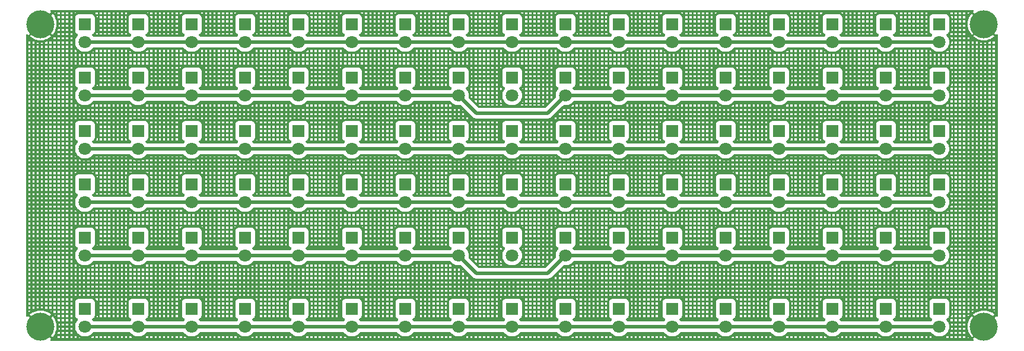
<source format=gbl>
G04 #@! TF.GenerationSoftware,KiCad,Pcbnew,8.0.5*
G04 #@! TF.CreationDate,2025-01-19T01:45:26+03:00*
G04 #@! TF.ProjectId,SuperClockMatrix,53757065-7243-46c6-9f63-6b4d61747269,rev?*
G04 #@! TF.SameCoordinates,Original*
G04 #@! TF.FileFunction,Copper,L2,Bot*
G04 #@! TF.FilePolarity,Positive*
%FSLAX46Y46*%
G04 Gerber Fmt 4.6, Leading zero omitted, Abs format (unit mm)*
G04 Created by KiCad (PCBNEW 8.0.5) date 2025-01-19 01:45:26*
%MOMM*%
%LPD*%
G01*
G04 APERTURE LIST*
G04 #@! TA.AperFunction,ComponentPad*
%ADD10R,1.800000X1.800000*%
G04 #@! TD*
G04 #@! TA.AperFunction,ComponentPad*
%ADD11C,1.800000*%
G04 #@! TD*
G04 #@! TA.AperFunction,ComponentPad*
%ADD12C,4.000000*%
G04 #@! TD*
G04 #@! TA.AperFunction,Conductor*
%ADD13C,0.500000*%
G04 #@! TD*
G04 APERTURE END LIST*
D10*
X134620000Y-73660000D03*
D11*
X134620000Y-76200000D03*
D10*
X73660000Y-66040000D03*
D11*
X73660000Y-68580000D03*
D10*
X157480000Y-73660000D03*
D11*
X157480000Y-76200000D03*
D10*
X149860000Y-91440000D03*
D11*
X149860000Y-93980000D03*
D12*
X201930000Y-50800000D03*
D10*
X119380000Y-58420000D03*
D11*
X119380000Y-60960000D03*
D10*
X187960000Y-81280000D03*
D11*
X187960000Y-83820000D03*
D10*
X104140000Y-58420000D03*
D11*
X104140000Y-60960000D03*
D10*
X111760000Y-81280000D03*
D11*
X111760000Y-83820000D03*
D10*
X157480000Y-50800000D03*
D11*
X157480000Y-53340000D03*
D10*
X88900000Y-66040000D03*
D11*
X88900000Y-68580000D03*
D10*
X180340000Y-58420000D03*
D11*
X180340000Y-60960000D03*
D10*
X96520000Y-91440000D03*
D11*
X96520000Y-93980000D03*
D10*
X172720000Y-81280000D03*
D11*
X172720000Y-83820000D03*
D10*
X165100000Y-81280000D03*
D11*
X165100000Y-83820000D03*
D10*
X81280000Y-91440000D03*
D11*
X81280000Y-93980000D03*
D10*
X172720000Y-58420000D03*
D11*
X172720000Y-60960000D03*
D10*
X104140000Y-66040000D03*
D11*
X104140000Y-68580000D03*
D10*
X119380000Y-50800000D03*
D11*
X119380000Y-53340000D03*
D10*
X187960000Y-66040000D03*
D11*
X187960000Y-68580000D03*
D10*
X165100000Y-58420000D03*
D11*
X165100000Y-60960000D03*
D10*
X127000000Y-58420000D03*
D11*
X127000000Y-60960000D03*
D10*
X180340000Y-66040000D03*
D11*
X180340000Y-68580000D03*
D10*
X187960000Y-50800000D03*
D11*
X187960000Y-53340000D03*
D10*
X88900000Y-73660000D03*
D11*
X88900000Y-76200000D03*
D10*
X73660000Y-91440000D03*
D11*
X73660000Y-93980000D03*
D10*
X172720000Y-66040000D03*
D11*
X172720000Y-68580000D03*
D10*
X157480000Y-81280000D03*
D11*
X157480000Y-83820000D03*
D10*
X73660000Y-58420000D03*
D11*
X73660000Y-60960000D03*
D10*
X195580000Y-58420000D03*
D11*
X195580000Y-60960000D03*
D10*
X96520000Y-81280000D03*
D11*
X96520000Y-83820000D03*
D10*
X180340000Y-50800000D03*
D11*
X180340000Y-53340000D03*
D10*
X88900000Y-58420000D03*
D11*
X88900000Y-60960000D03*
D10*
X119380000Y-66040000D03*
D11*
X119380000Y-68580000D03*
D10*
X180340000Y-73660000D03*
D11*
X180340000Y-76200000D03*
D10*
X134620000Y-66040000D03*
D11*
X134620000Y-68580000D03*
D12*
X201930000Y-93980000D03*
D10*
X127000000Y-66040000D03*
D11*
X127000000Y-68580000D03*
D10*
X165100000Y-73660000D03*
D11*
X165100000Y-76200000D03*
D10*
X134620000Y-91440000D03*
D11*
X134620000Y-93980000D03*
D10*
X96520000Y-73660000D03*
D11*
X96520000Y-76200000D03*
D10*
X81280000Y-81280000D03*
D11*
X81280000Y-83820000D03*
D10*
X149860000Y-81280000D03*
D11*
X149860000Y-83820000D03*
D10*
X165100000Y-50800000D03*
D11*
X165100000Y-53340000D03*
D10*
X172720000Y-50800000D03*
D11*
X172720000Y-53340000D03*
D10*
X111760000Y-66040000D03*
D11*
X111760000Y-68580000D03*
D10*
X104140000Y-73660000D03*
D11*
X104140000Y-76200000D03*
D10*
X127000000Y-81280000D03*
D11*
X127000000Y-83820000D03*
D10*
X180340000Y-81280000D03*
D11*
X180340000Y-83820000D03*
D10*
X127000000Y-73660000D03*
D11*
X127000000Y-76200000D03*
D10*
X111760000Y-58420000D03*
D11*
X111760000Y-60960000D03*
D10*
X195580000Y-73660000D03*
D11*
X195580000Y-76200000D03*
D10*
X81280000Y-73660000D03*
D11*
X81280000Y-76200000D03*
D10*
X88900000Y-50800000D03*
D11*
X88900000Y-53340000D03*
D10*
X157480000Y-91440000D03*
D11*
X157480000Y-93980000D03*
D10*
X195580000Y-50800000D03*
D11*
X195580000Y-53340000D03*
D10*
X149860000Y-66040000D03*
D11*
X149860000Y-68580000D03*
D10*
X149860000Y-50800000D03*
D11*
X149860000Y-53340000D03*
D10*
X134620000Y-58420000D03*
D11*
X134620000Y-60960000D03*
D10*
X195580000Y-66040000D03*
D11*
X195580000Y-68580000D03*
D10*
X142240000Y-50800000D03*
D11*
X142240000Y-53340000D03*
D10*
X157480000Y-66040000D03*
D11*
X157480000Y-68580000D03*
D10*
X172720000Y-73660000D03*
D11*
X172720000Y-76200000D03*
D10*
X96520000Y-58420000D03*
D11*
X96520000Y-60960000D03*
D10*
X119380000Y-91440000D03*
D11*
X119380000Y-93980000D03*
D12*
X67310000Y-93980000D03*
D10*
X149860000Y-58420000D03*
D11*
X149860000Y-60960000D03*
D10*
X195580000Y-81280000D03*
D11*
X195580000Y-83820000D03*
D10*
X81280000Y-66040000D03*
D11*
X81280000Y-68580000D03*
D10*
X142240000Y-73660000D03*
D11*
X142240000Y-76200000D03*
D10*
X172720000Y-91440000D03*
D11*
X172720000Y-93980000D03*
D10*
X165100000Y-91440000D03*
D11*
X165100000Y-93980000D03*
D10*
X81280000Y-50800000D03*
D11*
X81280000Y-53340000D03*
D10*
X187960000Y-58420000D03*
D11*
X187960000Y-60960000D03*
D10*
X119380000Y-73660000D03*
D11*
X119380000Y-76200000D03*
D10*
X187960000Y-73660000D03*
D11*
X187960000Y-76200000D03*
D10*
X73660000Y-50800000D03*
D11*
X73660000Y-53340000D03*
D10*
X134620000Y-50800000D03*
D11*
X134620000Y-53340000D03*
D10*
X157480000Y-58420000D03*
D11*
X157480000Y-60960000D03*
D10*
X73660000Y-73660000D03*
D11*
X73660000Y-76200000D03*
D10*
X88900000Y-81280000D03*
D11*
X88900000Y-83820000D03*
D10*
X104140000Y-91440000D03*
D11*
X104140000Y-93980000D03*
D10*
X96520000Y-50800000D03*
D11*
X96520000Y-53340000D03*
D10*
X142240000Y-58420000D03*
D11*
X142240000Y-60960000D03*
D10*
X187960000Y-91440000D03*
D11*
X187960000Y-93980000D03*
D10*
X96520000Y-66040000D03*
D11*
X96520000Y-68580000D03*
D10*
X111760000Y-50800000D03*
D11*
X111760000Y-53340000D03*
D10*
X134620000Y-81280000D03*
D11*
X134620000Y-83820000D03*
D10*
X119380000Y-81280000D03*
D11*
X119380000Y-83820000D03*
D10*
X111760000Y-73660000D03*
D11*
X111760000Y-76200000D03*
D10*
X195580000Y-91440000D03*
D11*
X195580000Y-93980000D03*
D10*
X142240000Y-91440000D03*
D11*
X142240000Y-93980000D03*
D10*
X104140000Y-50800000D03*
D11*
X104140000Y-53340000D03*
D10*
X142240000Y-81280000D03*
D11*
X142240000Y-83820000D03*
D12*
X67310000Y-50800000D03*
D10*
X165100000Y-66040000D03*
D11*
X165100000Y-68580000D03*
D10*
X81280000Y-58420000D03*
D11*
X81280000Y-60960000D03*
D10*
X127000000Y-91440000D03*
D11*
X127000000Y-93980000D03*
D10*
X73660000Y-81280000D03*
D11*
X73660000Y-83820000D03*
D10*
X127000000Y-50800000D03*
D11*
X127000000Y-53340000D03*
D10*
X104140000Y-81280000D03*
D11*
X104140000Y-83820000D03*
D10*
X88900000Y-91440000D03*
D11*
X88900000Y-93980000D03*
D10*
X149860000Y-73660000D03*
D11*
X149860000Y-76200000D03*
D10*
X142240000Y-66040000D03*
D11*
X142240000Y-68580000D03*
D10*
X180340000Y-91440000D03*
D11*
X180340000Y-93980000D03*
D10*
X111760000Y-91440000D03*
D11*
X111760000Y-93980000D03*
D13*
X179070000Y-53340000D02*
X187960000Y-53340000D01*
X165100000Y-53340000D02*
X172720000Y-53340000D01*
X179070000Y-53340000D02*
X180340000Y-53340000D01*
X172720000Y-53340000D02*
X179070000Y-53340000D01*
X157480000Y-53340000D02*
X165100000Y-53340000D01*
X149860000Y-53340000D02*
X142240000Y-53340000D01*
X104140000Y-53340000D02*
X111760000Y-53340000D01*
X187960000Y-53340000D02*
X195580000Y-53340000D01*
X134620000Y-53340000D02*
X127000000Y-53340000D01*
X87630000Y-53340000D02*
X88900000Y-53340000D01*
X87630000Y-53340000D02*
X96520000Y-53340000D01*
X118110000Y-53340000D02*
X119380000Y-53340000D01*
X73660000Y-53340000D02*
X81280000Y-53340000D01*
X111760000Y-53340000D02*
X118110000Y-53340000D01*
X142240000Y-53340000D02*
X134620000Y-53340000D01*
X96520000Y-53340000D02*
X104140000Y-53340000D01*
X127000000Y-53340000D02*
X119380000Y-53340000D01*
X81280000Y-53340000D02*
X87630000Y-53340000D01*
X149860000Y-53340000D02*
X157480000Y-53340000D01*
X187960000Y-60960000D02*
X195580000Y-60960000D01*
X163830000Y-60960000D02*
X172720000Y-60960000D01*
X163830000Y-60960000D02*
X165100000Y-60960000D01*
X96520000Y-60960000D02*
X104140000Y-60960000D01*
X172720000Y-60960000D02*
X180340000Y-60960000D01*
X104140000Y-60960000D02*
X111760000Y-60960000D01*
X139700000Y-63500000D02*
X129540000Y-63500000D01*
X88900000Y-60960000D02*
X96520000Y-60960000D01*
X149860000Y-60960000D02*
X142240000Y-60960000D01*
X73660000Y-60960000D02*
X81280000Y-60960000D01*
X81280000Y-60960000D02*
X88900000Y-60960000D01*
X127000000Y-60960000D02*
X119380000Y-60960000D01*
X157480000Y-60960000D02*
X149860000Y-60960000D01*
X111760000Y-60960000D02*
X119380000Y-60960000D01*
X157480000Y-60960000D02*
X163830000Y-60960000D01*
X129540000Y-63500000D02*
X127000000Y-60960000D01*
X180340000Y-60960000D02*
X187960000Y-60960000D01*
X142240000Y-60960000D02*
X139700000Y-63500000D01*
X127000000Y-68580000D02*
X119380000Y-68580000D01*
X172720000Y-68580000D02*
X180340000Y-68580000D01*
X73660000Y-68580000D02*
X80010000Y-68580000D01*
X134620000Y-68580000D02*
X127000000Y-68580000D01*
X111760000Y-68580000D02*
X119380000Y-68580000D01*
X142240000Y-68580000D02*
X134620000Y-68580000D01*
X80010000Y-68580000D02*
X81280000Y-68580000D01*
X157480000Y-68580000D02*
X165100000Y-68580000D01*
X88900000Y-68580000D02*
X96520000Y-68580000D01*
X187960000Y-68580000D02*
X195580000Y-68580000D01*
X149860000Y-68580000D02*
X142240000Y-68580000D01*
X165100000Y-68580000D02*
X172720000Y-68580000D01*
X80010000Y-68580000D02*
X88900000Y-68580000D01*
X104140000Y-68580000D02*
X111760000Y-68580000D01*
X149860000Y-68580000D02*
X157480000Y-68580000D01*
X96520000Y-68580000D02*
X104140000Y-68580000D01*
X180340000Y-68580000D02*
X187960000Y-68580000D01*
X111760000Y-76200000D02*
X119380000Y-76200000D01*
X104140000Y-76200000D02*
X111760000Y-76200000D01*
X134620000Y-76200000D02*
X142240000Y-76200000D01*
X142240000Y-76200000D02*
X149860000Y-76200000D01*
X179070000Y-76200000D02*
X187960000Y-76200000D01*
X157480000Y-76200000D02*
X165100000Y-76200000D01*
X171450000Y-76200000D02*
X172720000Y-76200000D01*
X171450000Y-76200000D02*
X179070000Y-76200000D01*
X73660000Y-76200000D02*
X81280000Y-76200000D01*
X187960000Y-76200000D02*
X195580000Y-76200000D01*
X88900000Y-76200000D02*
X96520000Y-76200000D01*
X127000000Y-76200000D02*
X134620000Y-76200000D01*
X119380000Y-76200000D02*
X127000000Y-76200000D01*
X179070000Y-76200000D02*
X180340000Y-76200000D01*
X165100000Y-76200000D02*
X171450000Y-76200000D01*
X81280000Y-76200000D02*
X88900000Y-76200000D01*
X104140000Y-76200000D02*
X96520000Y-76200000D01*
X149860000Y-76200000D02*
X157480000Y-76200000D01*
X111760000Y-83820000D02*
X119380000Y-83820000D01*
X172720000Y-83820000D02*
X180340000Y-83820000D01*
X165100000Y-83820000D02*
X172720000Y-83820000D01*
X187960000Y-83820000D02*
X195580000Y-83820000D01*
X157480000Y-83820000D02*
X165100000Y-83820000D01*
X139700000Y-86360000D02*
X142240000Y-83820000D01*
X119380000Y-83820000D02*
X127000000Y-83820000D01*
X129540000Y-86360000D02*
X139700000Y-86360000D01*
X127000000Y-83820000D02*
X129540000Y-86360000D01*
X73660000Y-83820000D02*
X80010000Y-83820000D01*
X95250000Y-83820000D02*
X96520000Y-83820000D01*
X80010000Y-83820000D02*
X81280000Y-83820000D01*
X180340000Y-83820000D02*
X187960000Y-83820000D01*
X104140000Y-83820000D02*
X111760000Y-83820000D01*
X149860000Y-83820000D02*
X142240000Y-83820000D01*
X88900000Y-83820000D02*
X95250000Y-83820000D01*
X149860000Y-83820000D02*
X157480000Y-83820000D01*
X95250000Y-83820000D02*
X104140000Y-83820000D01*
X80010000Y-83820000D02*
X88900000Y-83820000D01*
X157480000Y-93980000D02*
X165100000Y-93980000D01*
X172720000Y-93980000D02*
X180340000Y-93980000D01*
X96520000Y-93980000D02*
X104140000Y-93980000D01*
X87630000Y-93980000D02*
X96520000Y-93980000D01*
X186690000Y-93980000D02*
X195580000Y-93980000D01*
X104140000Y-93980000D02*
X111760000Y-93980000D01*
X81280000Y-93980000D02*
X87630000Y-93980000D01*
X180340000Y-93980000D02*
X186690000Y-93980000D01*
X119380000Y-93980000D02*
X127000000Y-93980000D01*
X111760000Y-93980000D02*
X119380000Y-93980000D01*
X142240000Y-93980000D02*
X149860000Y-93980000D01*
X134620000Y-93980000D02*
X142240000Y-93980000D01*
X149860000Y-93980000D02*
X157480000Y-93980000D01*
X127000000Y-93980000D02*
X134620000Y-93980000D01*
X73660000Y-93980000D02*
X81280000Y-93980000D01*
X186690000Y-93980000D02*
X187960000Y-93980000D01*
X165100000Y-93980000D02*
X172720000Y-93980000D01*
X87630000Y-93980000D02*
X88900000Y-93980000D01*
G04 #@! TA.AperFunction,Conductor*
G36*
X200445913Y-48780462D02*
G01*
X200500451Y-48835000D01*
X200520413Y-48909500D01*
X200500451Y-48984000D01*
X200469655Y-49021525D01*
X200413182Y-49071050D01*
X200907391Y-49565259D01*
X200887670Y-49579588D01*
X200709588Y-49757670D01*
X200695259Y-49777391D01*
X200201049Y-49283181D01*
X200101375Y-49396839D01*
X200101374Y-49396841D01*
X199933865Y-49647536D01*
X199800517Y-49917942D01*
X199703606Y-50203434D01*
X199703602Y-50203446D01*
X199644784Y-50499143D01*
X199625065Y-50799999D01*
X199625065Y-50800000D01*
X199644784Y-51100856D01*
X199703602Y-51396553D01*
X199703606Y-51396565D01*
X199800518Y-51682060D01*
X199933863Y-51952461D01*
X200101367Y-52203149D01*
X200101376Y-52203161D01*
X200201049Y-52316816D01*
X200695258Y-51822606D01*
X200709588Y-51842330D01*
X200887670Y-52020412D01*
X200907390Y-52034739D01*
X200413181Y-52528949D01*
X200526838Y-52628623D01*
X200526850Y-52628632D01*
X200777538Y-52796136D01*
X201047939Y-52929481D01*
X201333434Y-53026393D01*
X201333446Y-53026397D01*
X201629143Y-53085215D01*
X201930000Y-53104935D01*
X202230856Y-53085215D01*
X202526553Y-53026397D01*
X202526565Y-53026393D01*
X202703005Y-52966500D01*
X203417879Y-52966500D01*
X203499500Y-52966500D01*
X203499500Y-52911962D01*
X203417879Y-52966500D01*
X202703005Y-52966500D01*
X202812060Y-52929481D01*
X203082461Y-52796136D01*
X203333155Y-52628628D01*
X203446816Y-52528948D01*
X202952608Y-52034740D01*
X202972330Y-52020412D01*
X203150412Y-51842330D01*
X203164740Y-51822608D01*
X203658948Y-52316816D01*
X203708476Y-52260342D01*
X203772606Y-52217492D01*
X203849569Y-52212448D01*
X203918743Y-52246561D01*
X203961593Y-52310691D01*
X203969500Y-52358585D01*
X203969500Y-92421414D01*
X203949538Y-92495914D01*
X203895000Y-92550452D01*
X203820500Y-92570414D01*
X203746000Y-92550452D01*
X203708476Y-92519657D01*
X203658948Y-92463182D01*
X203164739Y-92957390D01*
X203150412Y-92937670D01*
X202972330Y-92759588D01*
X202952607Y-92745258D01*
X203446817Y-92251049D01*
X203333161Y-92151376D01*
X203333149Y-92151367D01*
X203082461Y-91983863D01*
X202812060Y-91850518D01*
X202526565Y-91753606D01*
X202526553Y-91753602D01*
X202405384Y-91729500D01*
X203292164Y-91729500D01*
X203499500Y-91868036D01*
X203499500Y-91729500D01*
X203292164Y-91729500D01*
X202405384Y-91729500D01*
X202230856Y-91694784D01*
X201930000Y-91675065D01*
X201629143Y-91694784D01*
X201333446Y-91753602D01*
X201333434Y-91753606D01*
X201047942Y-91850517D01*
X200777536Y-91983865D01*
X200526841Y-92151374D01*
X200526839Y-92151375D01*
X200413181Y-92251049D01*
X200907391Y-92745259D01*
X200887670Y-92759588D01*
X200709588Y-92937670D01*
X200695259Y-92957391D01*
X200201049Y-92463181D01*
X200101375Y-92576839D01*
X200101374Y-92576841D01*
X199933865Y-92827536D01*
X199800517Y-93097942D01*
X199703606Y-93383434D01*
X199703602Y-93383446D01*
X199644784Y-93679143D01*
X199625065Y-93979999D01*
X199625065Y-93980000D01*
X199644784Y-94280856D01*
X199703602Y-94576553D01*
X199703606Y-94576565D01*
X199800518Y-94862060D01*
X199933863Y-95132461D01*
X200101367Y-95383149D01*
X200101376Y-95383161D01*
X200201049Y-95496816D01*
X200695258Y-95002606D01*
X200709588Y-95022330D01*
X200887670Y-95200412D01*
X200907390Y-95214739D01*
X200413182Y-95708948D01*
X200469657Y-95758476D01*
X200512507Y-95822606D01*
X200517551Y-95899569D01*
X200483438Y-95968743D01*
X200419308Y-96011593D01*
X200371414Y-96019500D01*
X68868586Y-96019500D01*
X68794086Y-95999538D01*
X68739548Y-95945000D01*
X68719586Y-95870500D01*
X68739548Y-95796000D01*
X68770343Y-95758476D01*
X68826817Y-95708949D01*
X68755368Y-95637500D01*
X69351838Y-95637500D01*
X69476500Y-95637500D01*
X69775500Y-95637500D01*
X70077500Y-95637500D01*
X70376500Y-95637500D01*
X70678500Y-95637500D01*
X70977500Y-95637500D01*
X71279500Y-95637500D01*
X71578500Y-95637500D01*
X71880500Y-95637500D01*
X72179500Y-95637500D01*
X72481500Y-95637500D01*
X72780500Y-95637500D01*
X73082500Y-95637500D01*
X74155253Y-95637500D01*
X74284500Y-95637500D01*
X74284500Y-95593129D01*
X74155253Y-95637500D01*
X73082500Y-95637500D01*
X73082500Y-95609264D01*
X72982580Y-95574962D01*
X72976764Y-95572829D01*
X72975609Y-95572378D01*
X72969955Y-95570035D01*
X72957532Y-95564586D01*
X72951903Y-95561976D01*
X72950789Y-95561431D01*
X72945352Y-95558631D01*
X72780500Y-95469417D01*
X72780500Y-95637500D01*
X72481500Y-95637500D01*
X72481500Y-95445606D01*
X74583500Y-95445606D01*
X74583500Y-95637500D01*
X74885500Y-95637500D01*
X75184500Y-95637500D01*
X75486500Y-95637500D01*
X75785500Y-95637500D01*
X76087500Y-95637500D01*
X76386500Y-95637500D01*
X76688500Y-95637500D01*
X76987500Y-95637500D01*
X77289500Y-95637500D01*
X77588500Y-95637500D01*
X77890500Y-95637500D01*
X78189500Y-95637500D01*
X78491500Y-95637500D01*
X78790500Y-95637500D01*
X79092500Y-95637500D01*
X79391500Y-95637500D01*
X79693500Y-95637500D01*
X79992500Y-95637500D01*
X80294500Y-95637500D01*
X80593500Y-95637500D01*
X80784747Y-95637500D01*
X80764499Y-95630549D01*
X81795500Y-95630549D01*
X81795500Y-95637500D01*
X82097500Y-95637500D01*
X82396500Y-95637500D01*
X82698500Y-95637500D01*
X82997500Y-95637500D01*
X83299500Y-95637500D01*
X83598500Y-95637500D01*
X83900500Y-95637500D01*
X84199500Y-95637500D01*
X84501500Y-95637500D01*
X84800500Y-95637500D01*
X85102500Y-95637500D01*
X85401500Y-95637500D01*
X85703500Y-95637500D01*
X86002500Y-95637500D01*
X86304500Y-95637500D01*
X86603500Y-95637500D01*
X86905500Y-95637500D01*
X87204500Y-95637500D01*
X87506500Y-95637500D01*
X87805500Y-95637500D01*
X88107500Y-95637500D01*
X88107500Y-95561778D01*
X89608500Y-95561778D01*
X89608500Y-95637500D01*
X89910500Y-95637500D01*
X90209500Y-95637500D01*
X90511500Y-95637500D01*
X90810500Y-95637500D01*
X91112500Y-95637500D01*
X91411500Y-95637500D01*
X91713500Y-95637500D01*
X92012500Y-95637500D01*
X92314500Y-95637500D01*
X92613500Y-95637500D01*
X92915500Y-95637500D01*
X93214500Y-95637500D01*
X93516500Y-95637500D01*
X93815500Y-95637500D01*
X94117500Y-95637500D01*
X94416500Y-95637500D01*
X94718500Y-95637500D01*
X95017500Y-95637500D01*
X95319500Y-95637500D01*
X95618500Y-95637500D01*
X95920500Y-95637500D01*
X97015253Y-95637500D01*
X97122500Y-95637500D01*
X97122500Y-95600681D01*
X97015253Y-95637500D01*
X95920500Y-95637500D01*
X95920500Y-95601711D01*
X95842580Y-95574962D01*
X95836764Y-95572829D01*
X95835609Y-95572378D01*
X95829955Y-95570035D01*
X95817532Y-95564586D01*
X95811903Y-95561976D01*
X95810789Y-95561431D01*
X95805352Y-95558631D01*
X95618502Y-95457512D01*
X97421500Y-95457512D01*
X97421500Y-95637500D01*
X97723500Y-95637500D01*
X98022500Y-95637500D01*
X98324500Y-95637500D01*
X98623500Y-95637500D01*
X98925500Y-95637500D01*
X99224500Y-95637500D01*
X99526500Y-95637500D01*
X99825500Y-95637500D01*
X100127500Y-95637500D01*
X100426500Y-95637500D01*
X100728500Y-95637500D01*
X101027500Y-95637500D01*
X101329500Y-95637500D01*
X101628500Y-95637500D01*
X101930500Y-95637500D01*
X102229500Y-95637500D01*
X102531500Y-95637500D01*
X102830500Y-95637500D01*
X103132500Y-95637500D01*
X103431500Y-95637500D01*
X103644747Y-95637500D01*
X104635253Y-95637500D01*
X104935500Y-95637500D01*
X105234500Y-95637500D01*
X105536500Y-95637500D01*
X105835500Y-95637500D01*
X106137500Y-95637500D01*
X106436500Y-95637500D01*
X106738500Y-95637500D01*
X107037500Y-95637500D01*
X107339500Y-95637500D01*
X107638500Y-95637500D01*
X107940500Y-95637500D01*
X108239500Y-95637500D01*
X108541500Y-95637500D01*
X108840500Y-95637500D01*
X109142500Y-95637500D01*
X109441500Y-95637500D01*
X109743500Y-95637500D01*
X110042500Y-95637500D01*
X110344500Y-95637500D01*
X110643500Y-95637500D01*
X110945500Y-95637500D01*
X111244500Y-95637500D01*
X111264747Y-95637500D01*
X111244500Y-95630549D01*
X111244500Y-95637500D01*
X110945500Y-95637500D01*
X110945500Y-95571504D01*
X112446500Y-95571504D01*
X112446500Y-95637500D01*
X112748500Y-95637500D01*
X113047500Y-95637500D01*
X113349500Y-95637500D01*
X113648500Y-95637500D01*
X113950500Y-95637500D01*
X114249500Y-95637500D01*
X114551500Y-95637500D01*
X114850500Y-95637500D01*
X115152500Y-95637500D01*
X115451500Y-95637500D01*
X115753500Y-95637500D01*
X116052500Y-95637500D01*
X116354500Y-95637500D01*
X116653500Y-95637500D01*
X116955500Y-95637500D01*
X117254500Y-95637500D01*
X117556500Y-95637500D01*
X117855500Y-95637500D01*
X118157500Y-95637500D01*
X118456500Y-95637500D01*
X118758500Y-95637500D01*
X119875253Y-95637500D01*
X119960500Y-95637500D01*
X119960500Y-95608234D01*
X119875253Y-95637500D01*
X118758500Y-95637500D01*
X118758500Y-95594159D01*
X118702580Y-95574962D01*
X118696764Y-95572829D01*
X118695609Y-95572378D01*
X118689955Y-95570035D01*
X118677532Y-95564586D01*
X118671903Y-95561976D01*
X118670789Y-95561431D01*
X118665352Y-95558631D01*
X118500502Y-95469418D01*
X120259500Y-95469418D01*
X120259500Y-95637500D01*
X120561500Y-95637500D01*
X120860500Y-95637500D01*
X121162500Y-95637500D01*
X121461500Y-95637500D01*
X121763500Y-95637500D01*
X122062500Y-95637500D01*
X122364500Y-95637500D01*
X122663500Y-95637500D01*
X122965500Y-95637500D01*
X123264500Y-95637500D01*
X123566500Y-95637500D01*
X123865500Y-95637500D01*
X124167500Y-95637500D01*
X124466500Y-95637500D01*
X124768500Y-95637500D01*
X125067500Y-95637500D01*
X125369500Y-95637500D01*
X125668500Y-95637500D01*
X125970500Y-95637500D01*
X126269500Y-95637500D01*
X126504747Y-95637500D01*
X127495253Y-95637500D01*
X127773500Y-95637500D01*
X127773500Y-95526781D01*
X127714648Y-95558631D01*
X127709211Y-95561431D01*
X127708097Y-95561976D01*
X127702468Y-95564586D01*
X127690045Y-95570035D01*
X127684391Y-95572378D01*
X127683236Y-95572829D01*
X127677420Y-95574962D01*
X127495253Y-95637500D01*
X126504747Y-95637500D01*
X126322580Y-95574962D01*
X126316764Y-95572829D01*
X126315609Y-95572378D01*
X126309955Y-95570035D01*
X126297532Y-95564586D01*
X126291903Y-95561976D01*
X126290789Y-95561431D01*
X126285352Y-95558631D01*
X126269500Y-95550052D01*
X126269500Y-95637500D01*
X125970500Y-95637500D01*
X125970500Y-95369065D01*
X125927374Y-95335500D01*
X125668500Y-95335500D01*
X125668500Y-95637500D01*
X125369500Y-95637500D01*
X125369500Y-95335500D01*
X125067500Y-95335500D01*
X125067500Y-95637500D01*
X124768500Y-95637500D01*
X124768500Y-95335500D01*
X124466500Y-95335500D01*
X124466500Y-95637500D01*
X124167500Y-95637500D01*
X124167500Y-95335500D01*
X123865500Y-95335500D01*
X123865500Y-95637500D01*
X123566500Y-95637500D01*
X123566500Y-95335500D01*
X123264500Y-95335500D01*
X123264500Y-95637500D01*
X122965500Y-95637500D01*
X122965500Y-95335500D01*
X122663500Y-95335500D01*
X122663500Y-95637500D01*
X122364500Y-95637500D01*
X122364500Y-95335500D01*
X122062500Y-95335500D01*
X122062500Y-95637500D01*
X121763500Y-95637500D01*
X121763500Y-95335500D01*
X121461500Y-95335500D01*
X121461500Y-95637500D01*
X121162500Y-95637500D01*
X121162500Y-95335500D01*
X120860500Y-95335500D01*
X120860500Y-95637500D01*
X120561500Y-95637500D01*
X120561500Y-95335500D01*
X120452625Y-95335500D01*
X120344734Y-95419474D01*
X120339787Y-95423163D01*
X120338777Y-95423884D01*
X120333700Y-95427352D01*
X120322344Y-95434771D01*
X120317157Y-95438010D01*
X120316092Y-95438645D01*
X120310702Y-95441709D01*
X120259500Y-95469418D01*
X118500502Y-95469418D01*
X118456500Y-95445605D01*
X118456500Y-95637500D01*
X118157500Y-95637500D01*
X118157500Y-95335500D01*
X117855500Y-95335500D01*
X117855500Y-95637500D01*
X117556500Y-95637500D01*
X117556500Y-95335500D01*
X117254500Y-95335500D01*
X117254500Y-95637500D01*
X116955500Y-95637500D01*
X116955500Y-95335500D01*
X116653500Y-95335500D01*
X116653500Y-95637500D01*
X116354500Y-95637500D01*
X116354500Y-95335500D01*
X116052500Y-95335500D01*
X116052500Y-95637500D01*
X115753500Y-95637500D01*
X115753500Y-95335500D01*
X115451500Y-95335500D01*
X115451500Y-95637500D01*
X115152500Y-95637500D01*
X115152500Y-95335500D01*
X114850500Y-95335500D01*
X114850500Y-95637500D01*
X114551500Y-95637500D01*
X114551500Y-95335500D01*
X114249500Y-95335500D01*
X114249500Y-95637500D01*
X113950500Y-95637500D01*
X113950500Y-95335500D01*
X113648500Y-95335500D01*
X113648500Y-95637500D01*
X113349500Y-95637500D01*
X113349500Y-95335500D01*
X113047500Y-95335500D01*
X113047500Y-95637500D01*
X112748500Y-95637500D01*
X112748500Y-95400976D01*
X112724734Y-95419474D01*
X112719787Y-95423163D01*
X112718777Y-95423884D01*
X112713700Y-95427352D01*
X112702344Y-95434771D01*
X112697157Y-95438010D01*
X112696092Y-95438645D01*
X112690702Y-95441708D01*
X112474648Y-95558631D01*
X112469211Y-95561431D01*
X112468097Y-95561976D01*
X112462468Y-95564586D01*
X112450045Y-95570035D01*
X112446500Y-95571504D01*
X110945500Y-95571504D01*
X110945500Y-95504594D01*
X110829298Y-95441709D01*
X110823908Y-95438645D01*
X110822843Y-95438010D01*
X110817656Y-95434771D01*
X110806300Y-95427352D01*
X110801223Y-95423884D01*
X110800213Y-95423163D01*
X110795266Y-95419474D01*
X110687375Y-95335500D01*
X110643500Y-95335500D01*
X110643500Y-95637500D01*
X110344500Y-95637500D01*
X110344500Y-95335500D01*
X110042500Y-95335500D01*
X110042500Y-95637500D01*
X109743500Y-95637500D01*
X109743500Y-95335500D01*
X109441500Y-95335500D01*
X109441500Y-95637500D01*
X109142500Y-95637500D01*
X109142500Y-95335500D01*
X108840500Y-95335500D01*
X108840500Y-95637500D01*
X108541500Y-95637500D01*
X108541500Y-95335500D01*
X108239500Y-95335500D01*
X108239500Y-95637500D01*
X107940500Y-95637500D01*
X107940500Y-95335500D01*
X107638500Y-95335500D01*
X107638500Y-95637500D01*
X107339500Y-95637500D01*
X107339500Y-95335500D01*
X107037500Y-95335500D01*
X107037500Y-95637500D01*
X106738500Y-95637500D01*
X106738500Y-95335500D01*
X106436500Y-95335500D01*
X106436500Y-95637500D01*
X106137500Y-95637500D01*
X106137500Y-95335500D01*
X105835500Y-95335500D01*
X105835500Y-95637500D01*
X105536500Y-95637500D01*
X105536500Y-95335500D01*
X105234500Y-95335500D01*
X105234500Y-95637500D01*
X104935500Y-95637500D01*
X104935500Y-95514875D01*
X104854648Y-95558631D01*
X104849211Y-95561431D01*
X104848097Y-95561976D01*
X104842468Y-95564586D01*
X104830045Y-95570035D01*
X104824391Y-95572378D01*
X104823236Y-95572829D01*
X104817420Y-95574962D01*
X104635253Y-95637500D01*
X103644747Y-95637500D01*
X103462580Y-95574962D01*
X103456764Y-95572829D01*
X103455609Y-95572378D01*
X103449955Y-95570035D01*
X103437532Y-95564586D01*
X103431903Y-95561976D01*
X103431500Y-95561778D01*
X103431500Y-95637500D01*
X103132500Y-95637500D01*
X103132500Y-95386188D01*
X103067375Y-95335500D01*
X102830500Y-95335500D01*
X102830500Y-95637500D01*
X102531500Y-95637500D01*
X102531500Y-95335500D01*
X102229500Y-95335500D01*
X102229500Y-95637500D01*
X101930500Y-95637500D01*
X101930500Y-95335500D01*
X101628500Y-95335500D01*
X101628500Y-95637500D01*
X101329500Y-95637500D01*
X101329500Y-95335500D01*
X101027500Y-95335500D01*
X101027500Y-95637500D01*
X100728500Y-95637500D01*
X100728500Y-95335500D01*
X100426500Y-95335500D01*
X100426500Y-95637500D01*
X100127500Y-95637500D01*
X100127500Y-95335500D01*
X99825500Y-95335500D01*
X99825500Y-95637500D01*
X99526500Y-95637500D01*
X99526500Y-95335500D01*
X99224500Y-95335500D01*
X99224500Y-95637500D01*
X98925500Y-95637500D01*
X98925500Y-95335500D01*
X98623500Y-95335500D01*
X98623500Y-95637500D01*
X98324500Y-95637500D01*
X98324500Y-95335500D01*
X98022500Y-95335500D01*
X98022500Y-95637500D01*
X97723500Y-95637500D01*
X97723500Y-95335500D01*
X97592625Y-95335500D01*
X97484734Y-95419474D01*
X97479787Y-95423163D01*
X97478777Y-95423884D01*
X97473700Y-95427352D01*
X97462344Y-95434771D01*
X97457157Y-95438010D01*
X97456092Y-95438645D01*
X97450702Y-95441709D01*
X97421500Y-95457512D01*
X95618502Y-95457512D01*
X95618500Y-95457511D01*
X95618500Y-95637500D01*
X95319500Y-95637500D01*
X95319500Y-95335500D01*
X95017500Y-95335500D01*
X95017500Y-95637500D01*
X94718500Y-95637500D01*
X94718500Y-95335500D01*
X94416500Y-95335500D01*
X94416500Y-95637500D01*
X94117500Y-95637500D01*
X94117500Y-95335500D01*
X93815500Y-95335500D01*
X93815500Y-95637500D01*
X93516500Y-95637500D01*
X93516500Y-95335500D01*
X93214500Y-95335500D01*
X93214500Y-95637500D01*
X92915500Y-95637500D01*
X92915500Y-95335500D01*
X92613500Y-95335500D01*
X92613500Y-95637500D01*
X92314500Y-95637500D01*
X92314500Y-95335500D01*
X92012500Y-95335500D01*
X92012500Y-95637500D01*
X91713500Y-95637500D01*
X91713500Y-95335500D01*
X91411500Y-95335500D01*
X91411500Y-95637500D01*
X91112500Y-95637500D01*
X91112500Y-95335500D01*
X90810500Y-95335500D01*
X90810500Y-95637500D01*
X90511500Y-95637500D01*
X90511500Y-95335500D01*
X90209500Y-95335500D01*
X90209500Y-95637500D01*
X89910500Y-95637500D01*
X89910500Y-95383853D01*
X89864734Y-95419474D01*
X89859787Y-95423163D01*
X89858777Y-95423884D01*
X89853700Y-95427352D01*
X89842344Y-95434771D01*
X89837157Y-95438010D01*
X89836092Y-95438645D01*
X89830702Y-95441708D01*
X89614648Y-95558631D01*
X89609211Y-95561431D01*
X89608500Y-95561778D01*
X88107500Y-95561778D01*
X88107500Y-95516499D01*
X87969298Y-95441708D01*
X87963908Y-95438645D01*
X87962843Y-95438010D01*
X87957656Y-95434771D01*
X87946300Y-95427352D01*
X87941223Y-95423884D01*
X87940213Y-95423163D01*
X87935266Y-95419474D01*
X87827375Y-95335500D01*
X87805500Y-95335500D01*
X87805500Y-95637500D01*
X87506500Y-95637500D01*
X87506500Y-95335500D01*
X87204500Y-95335500D01*
X87204500Y-95637500D01*
X86905500Y-95637500D01*
X86905500Y-95335500D01*
X86603500Y-95335500D01*
X86603500Y-95637500D01*
X86304500Y-95637500D01*
X86304500Y-95335500D01*
X86002500Y-95335500D01*
X86002500Y-95637500D01*
X85703500Y-95637500D01*
X85703500Y-95335500D01*
X85401500Y-95335500D01*
X85401500Y-95637500D01*
X85102500Y-95637500D01*
X85102500Y-95335500D01*
X84800500Y-95335500D01*
X84800500Y-95637500D01*
X84501500Y-95637500D01*
X84501500Y-95335500D01*
X84199500Y-95335500D01*
X84199500Y-95637500D01*
X83900500Y-95637500D01*
X83900500Y-95335500D01*
X83598500Y-95335500D01*
X83598500Y-95637500D01*
X83299500Y-95637500D01*
X83299500Y-95335500D01*
X82997500Y-95335500D01*
X82997500Y-95637500D01*
X82698500Y-95637500D01*
X82698500Y-95335500D01*
X82396500Y-95335500D01*
X82396500Y-95637500D01*
X82097500Y-95637500D01*
X82097500Y-95502970D01*
X81994648Y-95558631D01*
X81989211Y-95561431D01*
X81988097Y-95561976D01*
X81982468Y-95564586D01*
X81970045Y-95570035D01*
X81964391Y-95572378D01*
X81963236Y-95572829D01*
X81957420Y-95574962D01*
X81795500Y-95630549D01*
X80764499Y-95630549D01*
X80602580Y-95574962D01*
X80596764Y-95572829D01*
X80595609Y-95572378D01*
X80593500Y-95571504D01*
X80593500Y-95637500D01*
X80294500Y-95637500D01*
X80294500Y-95403311D01*
X80207375Y-95335500D01*
X79992500Y-95335500D01*
X79992500Y-95637500D01*
X79693500Y-95637500D01*
X79693500Y-95335500D01*
X79391500Y-95335500D01*
X79391500Y-95637500D01*
X79092500Y-95637500D01*
X79092500Y-95335500D01*
X78790500Y-95335500D01*
X78790500Y-95637500D01*
X78491500Y-95637500D01*
X78491500Y-95335500D01*
X78189500Y-95335500D01*
X78189500Y-95637500D01*
X77890500Y-95637500D01*
X77890500Y-95335500D01*
X77588500Y-95335500D01*
X77588500Y-95637500D01*
X77289500Y-95637500D01*
X77289500Y-95335500D01*
X76987500Y-95335500D01*
X76987500Y-95637500D01*
X76688500Y-95637500D01*
X76688500Y-95335500D01*
X76386500Y-95335500D01*
X76386500Y-95637500D01*
X76087500Y-95637500D01*
X76087500Y-95335500D01*
X75785500Y-95335500D01*
X75785500Y-95637500D01*
X75486500Y-95637500D01*
X75486500Y-95335500D01*
X75184500Y-95335500D01*
X75184500Y-95637500D01*
X74885500Y-95637500D01*
X74885500Y-95335500D01*
X74732625Y-95335500D01*
X74624734Y-95419474D01*
X74619787Y-95423163D01*
X74618777Y-95423884D01*
X74613700Y-95427352D01*
X74602344Y-95434771D01*
X74597157Y-95438010D01*
X74596092Y-95438645D01*
X74590702Y-95441709D01*
X74583500Y-95445606D01*
X72481500Y-95445606D01*
X72481500Y-95335500D01*
X72179500Y-95335500D01*
X72179500Y-95637500D01*
X71880500Y-95637500D01*
X71880500Y-95335500D01*
X71578500Y-95335500D01*
X71578500Y-95637500D01*
X71279500Y-95637500D01*
X71279500Y-95335500D01*
X70977500Y-95335500D01*
X70977500Y-95637500D01*
X70678500Y-95637500D01*
X70678500Y-95335500D01*
X70376500Y-95335500D01*
X70376500Y-95637500D01*
X70077500Y-95637500D01*
X70077500Y-95335500D01*
X69775500Y-95335500D01*
X69775500Y-95637500D01*
X69476500Y-95637500D01*
X69476500Y-95467878D01*
X69408367Y-95569847D01*
X69405652Y-95573772D01*
X69405081Y-95574570D01*
X69402116Y-95578572D01*
X69395579Y-95587091D01*
X69392541Y-95590918D01*
X69391918Y-95591677D01*
X69388771Y-95595386D01*
X69351838Y-95637500D01*
X68755368Y-95637500D01*
X68332608Y-95214740D01*
X68352330Y-95200412D01*
X68530412Y-95022330D01*
X68544740Y-95002608D01*
X69038948Y-95496816D01*
X69138628Y-95383155D01*
X69306136Y-95132461D01*
X69424424Y-94892593D01*
X69775500Y-94892593D01*
X69775500Y-95036500D01*
X70077500Y-95036500D01*
X70376500Y-95036500D01*
X70678500Y-95036500D01*
X70977500Y-95036500D01*
X71279500Y-95036500D01*
X71578500Y-95036500D01*
X71880500Y-95036500D01*
X72179500Y-95036500D01*
X72285958Y-95036500D01*
X72284311Y-95034291D01*
X72283591Y-95033282D01*
X72280140Y-95028229D01*
X72179500Y-94874188D01*
X72179500Y-95036500D01*
X71880500Y-95036500D01*
X71880500Y-94734500D01*
X71578500Y-94734500D01*
X71578500Y-95036500D01*
X71279500Y-95036500D01*
X71279500Y-94734500D01*
X70977500Y-94734500D01*
X70977500Y-95036500D01*
X70678500Y-95036500D01*
X70678500Y-94734500D01*
X70376500Y-94734500D01*
X70376500Y-95036500D01*
X70077500Y-95036500D01*
X70077500Y-94734500D01*
X69829166Y-94734500D01*
X69775500Y-94892593D01*
X69424424Y-94892593D01*
X69439481Y-94862060D01*
X69536393Y-94576565D01*
X69536397Y-94576553D01*
X69564454Y-94435500D01*
X69898881Y-94435500D01*
X70077500Y-94435500D01*
X70376500Y-94435500D01*
X70678500Y-94435500D01*
X70977500Y-94435500D01*
X71279500Y-94435500D01*
X71578500Y-94435500D01*
X71880500Y-94435500D01*
X71880500Y-94133500D01*
X71578500Y-94133500D01*
X71578500Y-94435500D01*
X71279500Y-94435500D01*
X71279500Y-94133500D01*
X70977500Y-94133500D01*
X70977500Y-94435500D01*
X70678500Y-94435500D01*
X70678500Y-94133500D01*
X70376500Y-94133500D01*
X70376500Y-94435500D01*
X70077500Y-94435500D01*
X70077500Y-94133500D01*
X69933578Y-94133500D01*
X69922163Y-94307663D01*
X69921766Y-94312503D01*
X69921670Y-94313479D01*
X69921111Y-94318348D01*
X69919709Y-94328994D01*
X69918997Y-94333790D01*
X69918837Y-94334760D01*
X69917961Y-94339578D01*
X69898881Y-94435500D01*
X69564454Y-94435500D01*
X69595215Y-94280856D01*
X69614935Y-93980000D01*
X69614935Y-93979999D01*
X69614935Y-93979998D01*
X72254700Y-93979998D01*
X72254700Y-93980001D01*
X72273865Y-94211300D01*
X72273865Y-94211303D01*
X72273866Y-94211305D01*
X72330843Y-94436300D01*
X72424076Y-94648849D01*
X72551021Y-94843153D01*
X72551023Y-94843155D01*
X72708218Y-95013915D01*
X72708220Y-95013917D01*
X72860527Y-95132461D01*
X72891374Y-95156470D01*
X73095497Y-95266936D01*
X73315019Y-95342298D01*
X73543951Y-95380500D01*
X73543953Y-95380500D01*
X73776047Y-95380500D01*
X73776049Y-95380500D01*
X74004981Y-95342298D01*
X74224503Y-95266936D01*
X74428626Y-95156470D01*
X74611784Y-95013913D01*
X74768979Y-94843153D01*
X74798476Y-94798003D01*
X74855934Y-94746554D01*
X74923213Y-94730500D01*
X80016787Y-94730500D01*
X80091287Y-94750462D01*
X80141523Y-94798003D01*
X80171021Y-94843153D01*
X80171023Y-94843155D01*
X80328218Y-95013915D01*
X80328220Y-95013917D01*
X80480527Y-95132461D01*
X80511374Y-95156470D01*
X80715497Y-95266936D01*
X80935019Y-95342298D01*
X81163951Y-95380500D01*
X81163953Y-95380500D01*
X81396047Y-95380500D01*
X81396049Y-95380500D01*
X81624981Y-95342298D01*
X81844503Y-95266936D01*
X82048626Y-95156470D01*
X82231784Y-95013913D01*
X82388979Y-94843153D01*
X82418476Y-94798003D01*
X82475934Y-94746554D01*
X82543213Y-94730500D01*
X87556082Y-94730500D01*
X87636787Y-94730500D01*
X87711287Y-94750462D01*
X87761523Y-94798003D01*
X87791021Y-94843153D01*
X87791023Y-94843155D01*
X87948218Y-95013915D01*
X87948220Y-95013917D01*
X88100527Y-95132461D01*
X88131374Y-95156470D01*
X88335497Y-95266936D01*
X88555019Y-95342298D01*
X88783951Y-95380500D01*
X88783953Y-95380500D01*
X89016047Y-95380500D01*
X89016049Y-95380500D01*
X89244981Y-95342298D01*
X89464503Y-95266936D01*
X89668626Y-95156470D01*
X89851784Y-95013913D01*
X90008979Y-94843153D01*
X90038476Y-94798003D01*
X90095934Y-94746554D01*
X90163213Y-94730500D01*
X95256787Y-94730500D01*
X95331287Y-94750462D01*
X95381523Y-94798003D01*
X95411021Y-94843153D01*
X95411023Y-94843155D01*
X95568218Y-95013915D01*
X95568220Y-95013917D01*
X95720527Y-95132461D01*
X95751374Y-95156470D01*
X95955497Y-95266936D01*
X96175019Y-95342298D01*
X96403951Y-95380500D01*
X96403953Y-95380500D01*
X96636047Y-95380500D01*
X96636049Y-95380500D01*
X96864981Y-95342298D01*
X97084503Y-95266936D01*
X97288626Y-95156470D01*
X97471784Y-95013913D01*
X97628979Y-94843153D01*
X97658476Y-94798003D01*
X97715934Y-94746554D01*
X97783213Y-94730500D01*
X102876787Y-94730500D01*
X102951287Y-94750462D01*
X103001523Y-94798003D01*
X103031021Y-94843153D01*
X103031023Y-94843155D01*
X103188218Y-95013915D01*
X103188220Y-95013917D01*
X103340527Y-95132461D01*
X103371374Y-95156470D01*
X103575497Y-95266936D01*
X103795019Y-95342298D01*
X104023951Y-95380500D01*
X104023953Y-95380500D01*
X104256047Y-95380500D01*
X104256049Y-95380500D01*
X104484981Y-95342298D01*
X104704503Y-95266936D01*
X104908626Y-95156470D01*
X105091784Y-95013913D01*
X105248979Y-94843153D01*
X105278476Y-94798003D01*
X105335934Y-94746554D01*
X105403213Y-94730500D01*
X110496787Y-94730500D01*
X110571287Y-94750462D01*
X110621523Y-94798003D01*
X110651021Y-94843153D01*
X110651023Y-94843155D01*
X110808218Y-95013915D01*
X110808220Y-95013917D01*
X110960527Y-95132461D01*
X110991374Y-95156470D01*
X111195497Y-95266936D01*
X111415019Y-95342298D01*
X111643951Y-95380500D01*
X111643953Y-95380500D01*
X111876047Y-95380500D01*
X111876049Y-95380500D01*
X112104981Y-95342298D01*
X112324503Y-95266936D01*
X112528626Y-95156470D01*
X112711784Y-95013913D01*
X112868979Y-94843153D01*
X112898476Y-94798003D01*
X112955934Y-94746554D01*
X113023213Y-94730500D01*
X118116787Y-94730500D01*
X118191287Y-94750462D01*
X118241523Y-94798003D01*
X118271021Y-94843153D01*
X118271023Y-94843155D01*
X118428218Y-95013915D01*
X118428220Y-95013917D01*
X118580527Y-95132461D01*
X118611374Y-95156470D01*
X118815497Y-95266936D01*
X119035019Y-95342298D01*
X119263951Y-95380500D01*
X119263953Y-95380500D01*
X119496047Y-95380500D01*
X119496049Y-95380500D01*
X119724981Y-95342298D01*
X119944503Y-95266936D01*
X120148626Y-95156470D01*
X120331784Y-95013913D01*
X120488979Y-94843153D01*
X120518476Y-94798003D01*
X120575934Y-94746554D01*
X120643213Y-94730500D01*
X125736787Y-94730500D01*
X125811287Y-94750462D01*
X125861523Y-94798003D01*
X125891021Y-94843153D01*
X125891023Y-94843155D01*
X126048218Y-95013915D01*
X126048220Y-95013917D01*
X126200527Y-95132461D01*
X126231374Y-95156470D01*
X126435497Y-95266936D01*
X126655019Y-95342298D01*
X126883951Y-95380500D01*
X126883953Y-95380500D01*
X127116047Y-95380500D01*
X127116049Y-95380500D01*
X127344981Y-95342298D01*
X127364500Y-95335597D01*
X128072500Y-95335597D01*
X128072500Y-95637500D01*
X128374500Y-95637500D01*
X128673500Y-95637500D01*
X128975500Y-95637500D01*
X129274500Y-95637500D01*
X129576500Y-95637500D01*
X129875500Y-95637500D01*
X130177500Y-95637500D01*
X130476500Y-95637500D01*
X130778500Y-95637500D01*
X131077500Y-95637500D01*
X131379500Y-95637500D01*
X131678500Y-95637500D01*
X131980500Y-95637500D01*
X132279500Y-95637500D01*
X132581500Y-95637500D01*
X132880500Y-95637500D01*
X133182500Y-95637500D01*
X133481500Y-95637500D01*
X133783500Y-95637500D01*
X134082500Y-95637500D01*
X134124747Y-95637500D01*
X134082500Y-95622996D01*
X134082500Y-95637500D01*
X133783500Y-95637500D01*
X133783500Y-95579397D01*
X135284500Y-95579397D01*
X135284500Y-95637500D01*
X135586500Y-95637500D01*
X135885500Y-95637500D01*
X136187500Y-95637500D01*
X136486500Y-95637500D01*
X136788500Y-95637500D01*
X137087500Y-95637500D01*
X137389500Y-95637500D01*
X137688500Y-95637500D01*
X137990500Y-95637500D01*
X138289500Y-95637500D01*
X138591500Y-95637500D01*
X138890500Y-95637500D01*
X139192500Y-95637500D01*
X139491500Y-95637500D01*
X139793500Y-95637500D01*
X140092500Y-95637500D01*
X140394500Y-95637500D01*
X140693500Y-95637500D01*
X140995500Y-95637500D01*
X141294500Y-95637500D01*
X141596500Y-95637500D01*
X142735253Y-95637500D01*
X142798500Y-95637500D01*
X142798500Y-95615787D01*
X142735253Y-95637500D01*
X141596500Y-95637500D01*
X141596500Y-95586606D01*
X141562580Y-95574962D01*
X141556764Y-95572829D01*
X141555609Y-95572378D01*
X141549955Y-95570035D01*
X141537532Y-95564586D01*
X141531903Y-95561976D01*
X141530789Y-95561431D01*
X141525352Y-95558631D01*
X141382500Y-95481323D01*
X143097500Y-95481323D01*
X143097500Y-95637500D01*
X143399500Y-95637500D01*
X143698500Y-95637500D01*
X144000500Y-95637500D01*
X144299500Y-95637500D01*
X144601500Y-95637500D01*
X144900500Y-95637500D01*
X145202500Y-95637500D01*
X145501500Y-95637500D01*
X145803500Y-95637500D01*
X146102500Y-95637500D01*
X146404500Y-95637500D01*
X146703500Y-95637500D01*
X147005500Y-95637500D01*
X147304500Y-95637500D01*
X147606500Y-95637500D01*
X147905500Y-95637500D01*
X148207500Y-95637500D01*
X148506500Y-95637500D01*
X148808500Y-95637500D01*
X149107500Y-95637500D01*
X149364747Y-95637500D01*
X150355253Y-95637500D01*
X150611500Y-95637500D01*
X150611500Y-95538687D01*
X150574648Y-95558631D01*
X150569211Y-95561431D01*
X150568097Y-95561976D01*
X150562468Y-95564586D01*
X150550045Y-95570035D01*
X150544391Y-95572378D01*
X150543236Y-95572829D01*
X150537420Y-95574962D01*
X150355253Y-95637500D01*
X149364747Y-95637500D01*
X149182580Y-95574962D01*
X149176764Y-95572829D01*
X149175609Y-95572378D01*
X149169955Y-95570035D01*
X149157532Y-95564586D01*
X149151903Y-95561976D01*
X149150789Y-95561431D01*
X149145352Y-95558631D01*
X149107500Y-95538146D01*
X149107500Y-95637500D01*
X148808500Y-95637500D01*
X148808500Y-95351942D01*
X148787374Y-95335500D01*
X148506500Y-95335500D01*
X148506500Y-95637500D01*
X148207500Y-95637500D01*
X148207500Y-95335500D01*
X147905500Y-95335500D01*
X147905500Y-95637500D01*
X147606500Y-95637500D01*
X147606500Y-95335500D01*
X147304500Y-95335500D01*
X147304500Y-95637500D01*
X147005500Y-95637500D01*
X147005500Y-95335500D01*
X146703500Y-95335500D01*
X146703500Y-95637500D01*
X146404500Y-95637500D01*
X146404500Y-95335500D01*
X146102500Y-95335500D01*
X146102500Y-95637500D01*
X145803500Y-95637500D01*
X145803500Y-95335500D01*
X145501500Y-95335500D01*
X145501500Y-95637500D01*
X145202500Y-95637500D01*
X145202500Y-95335500D01*
X144900500Y-95335500D01*
X144900500Y-95637500D01*
X144601500Y-95637500D01*
X144601500Y-95335500D01*
X144299500Y-95335500D01*
X144299500Y-95637500D01*
X144000500Y-95637500D01*
X144000500Y-95335500D01*
X143698500Y-95335500D01*
X143698500Y-95637500D01*
X143399500Y-95637500D01*
X143399500Y-95335500D01*
X143312625Y-95335500D01*
X143204734Y-95419474D01*
X143199787Y-95423163D01*
X143198777Y-95423884D01*
X143193700Y-95427352D01*
X143182344Y-95434771D01*
X143177157Y-95438010D01*
X143176092Y-95438645D01*
X143170702Y-95441709D01*
X143097500Y-95481323D01*
X141382500Y-95481323D01*
X141309298Y-95441708D01*
X141303908Y-95438645D01*
X141302843Y-95438010D01*
X141297656Y-95434771D01*
X141294500Y-95432709D01*
X141294500Y-95637500D01*
X140995500Y-95637500D01*
X140995500Y-95335500D01*
X140693500Y-95335500D01*
X140693500Y-95637500D01*
X140394500Y-95637500D01*
X140394500Y-95335500D01*
X140092500Y-95335500D01*
X140092500Y-95637500D01*
X139793500Y-95637500D01*
X139793500Y-95335500D01*
X139491500Y-95335500D01*
X139491500Y-95637500D01*
X139192500Y-95637500D01*
X139192500Y-95335500D01*
X138890500Y-95335500D01*
X138890500Y-95637500D01*
X138591500Y-95637500D01*
X138591500Y-95335500D01*
X138289500Y-95335500D01*
X138289500Y-95637500D01*
X137990500Y-95637500D01*
X137990500Y-95335500D01*
X137688500Y-95335500D01*
X137688500Y-95637500D01*
X137389500Y-95637500D01*
X137389500Y-95335500D01*
X137087500Y-95335500D01*
X137087500Y-95637500D01*
X136788500Y-95637500D01*
X136788500Y-95335500D01*
X136486500Y-95335500D01*
X136486500Y-95637500D01*
X136187500Y-95637500D01*
X136187500Y-95335500D01*
X135885500Y-95335500D01*
X135885500Y-95637500D01*
X135586500Y-95637500D01*
X135586500Y-95418099D01*
X135584734Y-95419474D01*
X135579787Y-95423163D01*
X135578777Y-95423884D01*
X135573700Y-95427352D01*
X135562344Y-95434771D01*
X135557157Y-95438010D01*
X135556092Y-95438645D01*
X135550702Y-95441708D01*
X135334648Y-95558631D01*
X135329211Y-95561431D01*
X135328097Y-95561976D01*
X135322468Y-95564586D01*
X135310045Y-95570035D01*
X135304391Y-95572378D01*
X135303236Y-95572829D01*
X135297420Y-95574962D01*
X135284500Y-95579397D01*
X133783500Y-95579397D01*
X133783500Y-95492688D01*
X133689298Y-95441709D01*
X133683908Y-95438645D01*
X133682843Y-95438010D01*
X133677656Y-95434771D01*
X133666300Y-95427352D01*
X133661223Y-95423884D01*
X133660213Y-95423163D01*
X133655266Y-95419474D01*
X133547375Y-95335500D01*
X133481500Y-95335500D01*
X133481500Y-95637500D01*
X133182500Y-95637500D01*
X133182500Y-95335500D01*
X132880500Y-95335500D01*
X132880500Y-95637500D01*
X132581500Y-95637500D01*
X132581500Y-95335500D01*
X132279500Y-95335500D01*
X132279500Y-95637500D01*
X131980500Y-95637500D01*
X131980500Y-95335500D01*
X131678500Y-95335500D01*
X131678500Y-95637500D01*
X131379500Y-95637500D01*
X131379500Y-95335500D01*
X131077500Y-95335500D01*
X131077500Y-95637500D01*
X130778500Y-95637500D01*
X130778500Y-95335500D01*
X130476500Y-95335500D01*
X130476500Y-95637500D01*
X130177500Y-95637500D01*
X130177500Y-95335500D01*
X129875500Y-95335500D01*
X129875500Y-95637500D01*
X129576500Y-95637500D01*
X129576500Y-95335500D01*
X129274500Y-95335500D01*
X129274500Y-95637500D01*
X128975500Y-95637500D01*
X128975500Y-95335500D01*
X128673500Y-95335500D01*
X128673500Y-95637500D01*
X128374500Y-95637500D01*
X128374500Y-95335500D01*
X128072626Y-95335500D01*
X128072500Y-95335597D01*
X127364500Y-95335597D01*
X127564503Y-95266936D01*
X127768626Y-95156470D01*
X127951784Y-95013913D01*
X128108979Y-94843153D01*
X128138476Y-94798003D01*
X128195934Y-94746554D01*
X128263213Y-94730500D01*
X133356787Y-94730500D01*
X133431287Y-94750462D01*
X133481523Y-94798003D01*
X133511021Y-94843153D01*
X133511023Y-94843155D01*
X133668218Y-95013915D01*
X133668220Y-95013917D01*
X133820527Y-95132461D01*
X133851374Y-95156470D01*
X134055497Y-95266936D01*
X134275019Y-95342298D01*
X134503951Y-95380500D01*
X134503953Y-95380500D01*
X134736047Y-95380500D01*
X134736049Y-95380500D01*
X134964981Y-95342298D01*
X135184503Y-95266936D01*
X135388626Y-95156470D01*
X135571784Y-95013913D01*
X135728979Y-94843153D01*
X135758476Y-94798003D01*
X135815934Y-94746554D01*
X135883213Y-94730500D01*
X140976787Y-94730500D01*
X141051287Y-94750462D01*
X141101523Y-94798003D01*
X141131021Y-94843153D01*
X141131023Y-94843155D01*
X141288218Y-95013915D01*
X141288220Y-95013917D01*
X141440527Y-95132461D01*
X141471374Y-95156470D01*
X141675497Y-95266936D01*
X141895019Y-95342298D01*
X142123951Y-95380500D01*
X142123953Y-95380500D01*
X142356047Y-95380500D01*
X142356049Y-95380500D01*
X142584981Y-95342298D01*
X142804503Y-95266936D01*
X143008626Y-95156470D01*
X143191784Y-95013913D01*
X143348979Y-94843153D01*
X143378476Y-94798003D01*
X143435934Y-94746554D01*
X143503213Y-94730500D01*
X148596787Y-94730500D01*
X148671287Y-94750462D01*
X148721523Y-94798003D01*
X148751021Y-94843153D01*
X148751023Y-94843155D01*
X148908218Y-95013915D01*
X148908220Y-95013917D01*
X149060527Y-95132461D01*
X149091374Y-95156470D01*
X149295497Y-95266936D01*
X149515019Y-95342298D01*
X149743951Y-95380500D01*
X149743953Y-95380500D01*
X149976047Y-95380500D01*
X149976049Y-95380500D01*
X150142525Y-95352720D01*
X150910500Y-95352720D01*
X150910500Y-95637500D01*
X151212500Y-95637500D01*
X151511500Y-95637500D01*
X151813500Y-95637500D01*
X152112500Y-95637500D01*
X152414500Y-95637500D01*
X152713500Y-95637500D01*
X153015500Y-95637500D01*
X153314500Y-95637500D01*
X153616500Y-95637500D01*
X153915500Y-95637500D01*
X154217500Y-95637500D01*
X154516500Y-95637500D01*
X154818500Y-95637500D01*
X155117500Y-95637500D01*
X155419500Y-95637500D01*
X155718500Y-95637500D01*
X156020500Y-95637500D01*
X156319500Y-95637500D01*
X156621500Y-95637500D01*
X156920500Y-95637500D01*
X156984747Y-95637500D01*
X156920500Y-95615443D01*
X156920500Y-95637500D01*
X156621500Y-95637500D01*
X156621500Y-95586949D01*
X158122500Y-95586949D01*
X158122500Y-95637500D01*
X158424500Y-95637500D01*
X158723500Y-95637500D01*
X159025500Y-95637500D01*
X159324500Y-95637500D01*
X159626500Y-95637500D01*
X159925500Y-95637500D01*
X160227500Y-95637500D01*
X160526500Y-95637500D01*
X160828500Y-95637500D01*
X161127500Y-95637500D01*
X161429500Y-95637500D01*
X161728500Y-95637500D01*
X162030500Y-95637500D01*
X162329500Y-95637500D01*
X162631500Y-95637500D01*
X162930500Y-95637500D01*
X163232500Y-95637500D01*
X163531500Y-95637500D01*
X163833500Y-95637500D01*
X164132500Y-95637500D01*
X164434500Y-95637500D01*
X165595253Y-95637500D01*
X165636500Y-95637500D01*
X165636500Y-95623339D01*
X165595253Y-95637500D01*
X164434500Y-95637500D01*
X164434500Y-95579053D01*
X164422581Y-95574962D01*
X164416764Y-95572829D01*
X164415609Y-95572378D01*
X164409955Y-95570035D01*
X164397532Y-95564586D01*
X164391903Y-95561976D01*
X164390789Y-95561431D01*
X164385352Y-95558631D01*
X164264498Y-95493228D01*
X165935500Y-95493228D01*
X165935500Y-95637500D01*
X166237500Y-95637500D01*
X166536500Y-95637500D01*
X166838500Y-95637500D01*
X167137500Y-95637500D01*
X167439500Y-95637500D01*
X167738500Y-95637500D01*
X168040500Y-95637500D01*
X168339500Y-95637500D01*
X168641500Y-95637500D01*
X168940500Y-95637500D01*
X169242500Y-95637500D01*
X169541500Y-95637500D01*
X169843500Y-95637500D01*
X170142500Y-95637500D01*
X170444500Y-95637500D01*
X170743500Y-95637500D01*
X171045500Y-95637500D01*
X171344500Y-95637500D01*
X171646500Y-95637500D01*
X171945500Y-95637500D01*
X172224747Y-95637500D01*
X173215253Y-95637500D01*
X173449500Y-95637500D01*
X173449500Y-95550593D01*
X173434648Y-95558631D01*
X173429211Y-95561431D01*
X173428097Y-95561976D01*
X173422468Y-95564586D01*
X173410045Y-95570035D01*
X173404391Y-95572378D01*
X173403236Y-95572829D01*
X173397420Y-95574962D01*
X173215253Y-95637500D01*
X172224747Y-95637500D01*
X172042580Y-95574962D01*
X172036764Y-95572829D01*
X172035609Y-95572378D01*
X172029955Y-95570035D01*
X172017532Y-95564586D01*
X172011903Y-95561976D01*
X172010789Y-95561431D01*
X172005352Y-95558631D01*
X171945500Y-95526240D01*
X171945500Y-95637500D01*
X171646500Y-95637500D01*
X171646500Y-95335500D01*
X171344500Y-95335500D01*
X171344500Y-95637500D01*
X171045500Y-95637500D01*
X171045500Y-95335500D01*
X170743500Y-95335500D01*
X170743500Y-95637500D01*
X170444500Y-95637500D01*
X170444500Y-95335500D01*
X170142500Y-95335500D01*
X170142500Y-95637500D01*
X169843500Y-95637500D01*
X169843500Y-95335500D01*
X169541500Y-95335500D01*
X169541500Y-95637500D01*
X169242500Y-95637500D01*
X169242500Y-95335500D01*
X168940500Y-95335500D01*
X168940500Y-95637500D01*
X168641500Y-95637500D01*
X168641500Y-95335500D01*
X168339500Y-95335500D01*
X168339500Y-95637500D01*
X168040500Y-95637500D01*
X168040500Y-95335500D01*
X167738500Y-95335500D01*
X167738500Y-95637500D01*
X167439500Y-95637500D01*
X167439500Y-95335500D01*
X167137500Y-95335500D01*
X167137500Y-95637500D01*
X166838500Y-95637500D01*
X166838500Y-95335500D01*
X166536500Y-95335500D01*
X166536500Y-95637500D01*
X166237500Y-95637500D01*
X166237500Y-95335500D01*
X166172625Y-95335500D01*
X166064734Y-95419474D01*
X166059787Y-95423163D01*
X166058777Y-95423884D01*
X166053700Y-95427352D01*
X166042344Y-95434771D01*
X166037157Y-95438010D01*
X166036092Y-95438645D01*
X166030702Y-95441708D01*
X165935500Y-95493228D01*
X164264498Y-95493228D01*
X164169298Y-95441708D01*
X164163908Y-95438645D01*
X164162843Y-95438010D01*
X164157656Y-95434771D01*
X164146300Y-95427352D01*
X164141223Y-95423884D01*
X164140213Y-95423163D01*
X164135266Y-95419474D01*
X164132500Y-95417321D01*
X164132500Y-95637500D01*
X163833500Y-95637500D01*
X163833500Y-95335500D01*
X163531500Y-95335500D01*
X163531500Y-95637500D01*
X163232500Y-95637500D01*
X163232500Y-95335500D01*
X162930500Y-95335500D01*
X162930500Y-95637500D01*
X162631500Y-95637500D01*
X162631500Y-95335500D01*
X162329500Y-95335500D01*
X162329500Y-95637500D01*
X162030500Y-95637500D01*
X162030500Y-95335500D01*
X161728500Y-95335500D01*
X161728500Y-95637500D01*
X161429500Y-95637500D01*
X161429500Y-95335500D01*
X161127500Y-95335500D01*
X161127500Y-95637500D01*
X160828500Y-95637500D01*
X160828500Y-95335500D01*
X160526500Y-95335500D01*
X160526500Y-95637500D01*
X160227500Y-95637500D01*
X160227500Y-95335500D01*
X159925500Y-95335500D01*
X159925500Y-95637500D01*
X159626500Y-95637500D01*
X159626500Y-95335500D01*
X159324500Y-95335500D01*
X159324500Y-95637500D01*
X159025500Y-95637500D01*
X159025500Y-95335500D01*
X158723500Y-95335500D01*
X158723500Y-95637500D01*
X158424500Y-95637500D01*
X158424500Y-95433362D01*
X158422344Y-95434771D01*
X158417157Y-95438010D01*
X158416092Y-95438645D01*
X158410702Y-95441708D01*
X158194648Y-95558631D01*
X158189211Y-95561431D01*
X158188097Y-95561976D01*
X158182468Y-95564586D01*
X158170045Y-95570035D01*
X158164391Y-95572378D01*
X158163236Y-95572829D01*
X158157419Y-95574962D01*
X158122500Y-95586949D01*
X156621500Y-95586949D01*
X156621500Y-95480781D01*
X156549298Y-95441708D01*
X156543908Y-95438645D01*
X156542843Y-95438010D01*
X156537656Y-95434771D01*
X156526300Y-95427352D01*
X156521223Y-95423884D01*
X156520213Y-95423163D01*
X156515266Y-95419474D01*
X156407375Y-95335500D01*
X156319500Y-95335500D01*
X156319500Y-95637500D01*
X156020500Y-95637500D01*
X156020500Y-95335500D01*
X155718500Y-95335500D01*
X155718500Y-95637500D01*
X155419500Y-95637500D01*
X155419500Y-95335500D01*
X155117500Y-95335500D01*
X155117500Y-95637500D01*
X154818500Y-95637500D01*
X154818500Y-95335500D01*
X154516500Y-95335500D01*
X154516500Y-95637500D01*
X154217500Y-95637500D01*
X154217500Y-95335500D01*
X153915500Y-95335500D01*
X153915500Y-95637500D01*
X153616500Y-95637500D01*
X153616500Y-95335500D01*
X153314500Y-95335500D01*
X153314500Y-95637500D01*
X153015500Y-95637500D01*
X153015500Y-95335500D01*
X152713500Y-95335500D01*
X152713500Y-95637500D01*
X152414500Y-95637500D01*
X152414500Y-95335500D01*
X152112500Y-95335500D01*
X152112500Y-95637500D01*
X151813500Y-95637500D01*
X151813500Y-95335500D01*
X151511500Y-95335500D01*
X151511500Y-95637500D01*
X151212500Y-95637500D01*
X151212500Y-95335500D01*
X150932626Y-95335500D01*
X150910500Y-95352720D01*
X150142525Y-95352720D01*
X150204981Y-95342298D01*
X150424503Y-95266936D01*
X150628626Y-95156470D01*
X150811784Y-95013913D01*
X150968979Y-94843153D01*
X150998476Y-94798003D01*
X151055934Y-94746554D01*
X151123213Y-94730500D01*
X156216787Y-94730500D01*
X156291287Y-94750462D01*
X156341523Y-94798003D01*
X156371021Y-94843153D01*
X156371023Y-94843155D01*
X156528218Y-95013915D01*
X156528220Y-95013917D01*
X156680527Y-95132461D01*
X156711374Y-95156470D01*
X156915497Y-95266936D01*
X157135019Y-95342298D01*
X157363951Y-95380500D01*
X157363953Y-95380500D01*
X157596047Y-95380500D01*
X157596049Y-95380500D01*
X157824981Y-95342298D01*
X158044503Y-95266936D01*
X158248626Y-95156470D01*
X158431784Y-95013913D01*
X158588979Y-94843153D01*
X158618476Y-94798003D01*
X158675934Y-94746554D01*
X158743213Y-94730500D01*
X163836787Y-94730500D01*
X163911287Y-94750462D01*
X163961523Y-94798003D01*
X163991021Y-94843153D01*
X163991023Y-94843155D01*
X164148218Y-95013915D01*
X164148220Y-95013917D01*
X164300527Y-95132461D01*
X164331374Y-95156470D01*
X164535497Y-95266936D01*
X164755019Y-95342298D01*
X164983951Y-95380500D01*
X164983953Y-95380500D01*
X165216047Y-95380500D01*
X165216049Y-95380500D01*
X165444981Y-95342298D01*
X165664503Y-95266936D01*
X165868626Y-95156470D01*
X166051784Y-95013913D01*
X166208979Y-94843153D01*
X166238476Y-94798003D01*
X166295934Y-94746554D01*
X166363213Y-94730500D01*
X171456787Y-94730500D01*
X171531287Y-94750462D01*
X171581523Y-94798003D01*
X171611021Y-94843153D01*
X171611023Y-94843155D01*
X171768218Y-95013915D01*
X171768220Y-95013917D01*
X171920527Y-95132461D01*
X171951374Y-95156470D01*
X172155497Y-95266936D01*
X172375019Y-95342298D01*
X172603951Y-95380500D01*
X172603953Y-95380500D01*
X172836047Y-95380500D01*
X172836049Y-95380500D01*
X172899913Y-95369843D01*
X173748500Y-95369843D01*
X173748500Y-95637500D01*
X174050500Y-95637500D01*
X174349500Y-95637500D01*
X174651500Y-95637500D01*
X174950500Y-95637500D01*
X175252500Y-95637500D01*
X175551500Y-95637500D01*
X175853500Y-95637500D01*
X176152500Y-95637500D01*
X176454500Y-95637500D01*
X176753500Y-95637500D01*
X177055500Y-95637500D01*
X177354500Y-95637500D01*
X177656500Y-95637500D01*
X177955500Y-95637500D01*
X178257500Y-95637500D01*
X178556500Y-95637500D01*
X178858500Y-95637500D01*
X179157500Y-95637500D01*
X179459500Y-95637500D01*
X179758500Y-95637500D01*
X179844747Y-95637500D01*
X179758500Y-95607891D01*
X179758500Y-95637500D01*
X179459500Y-95637500D01*
X179459500Y-95594502D01*
X180960500Y-95594502D01*
X180960500Y-95637500D01*
X181262500Y-95637500D01*
X181561500Y-95637500D01*
X181863500Y-95637500D01*
X182162500Y-95637500D01*
X182464500Y-95637500D01*
X182763500Y-95637500D01*
X183065500Y-95637500D01*
X183364500Y-95637500D01*
X183666500Y-95637500D01*
X183965500Y-95637500D01*
X184267500Y-95637500D01*
X184566500Y-95637500D01*
X184868500Y-95637500D01*
X185167500Y-95637500D01*
X185469500Y-95637500D01*
X185768500Y-95637500D01*
X186070500Y-95637500D01*
X186369500Y-95637500D01*
X186671500Y-95637500D01*
X186970500Y-95637500D01*
X187272500Y-95637500D01*
X188455253Y-95637500D01*
X188474500Y-95637500D01*
X188474500Y-95630892D01*
X188455253Y-95637500D01*
X187272500Y-95637500D01*
X187272500Y-95571089D01*
X187269955Y-95570035D01*
X187257532Y-95564586D01*
X187251903Y-95561976D01*
X187250789Y-95561431D01*
X187245352Y-95558631D01*
X187146500Y-95505135D01*
X188773500Y-95505135D01*
X188773500Y-95637500D01*
X189075500Y-95637500D01*
X189374500Y-95637500D01*
X189676500Y-95637500D01*
X189975500Y-95637500D01*
X190277500Y-95637500D01*
X190576500Y-95637500D01*
X190878500Y-95637500D01*
X191177500Y-95637500D01*
X191479500Y-95637500D01*
X191778500Y-95637500D01*
X192080500Y-95637500D01*
X192379500Y-95637500D01*
X192681500Y-95637500D01*
X192980500Y-95637500D01*
X193282500Y-95637500D01*
X193581500Y-95637500D01*
X193883500Y-95637500D01*
X194182500Y-95637500D01*
X194484500Y-95637500D01*
X194783500Y-95637500D01*
X195084747Y-95637500D01*
X196075253Y-95637500D01*
X196287500Y-95637500D01*
X196287500Y-95562252D01*
X196282468Y-95564586D01*
X196270045Y-95570035D01*
X196264391Y-95572378D01*
X196263236Y-95572829D01*
X196257420Y-95574962D01*
X196075253Y-95637500D01*
X195084747Y-95637500D01*
X194902580Y-95574962D01*
X194896764Y-95572829D01*
X194895609Y-95572378D01*
X194889955Y-95570035D01*
X194877532Y-95564586D01*
X194871903Y-95561976D01*
X194870789Y-95561431D01*
X194865352Y-95558631D01*
X194783500Y-95514334D01*
X194783500Y-95637500D01*
X194484500Y-95637500D01*
X194484500Y-95386966D01*
X196586500Y-95386966D01*
X196586500Y-95637500D01*
X196888500Y-95637500D01*
X197187500Y-95637500D01*
X197489500Y-95637500D01*
X197788500Y-95637500D01*
X198090500Y-95637500D01*
X198389500Y-95637500D01*
X198691500Y-95637500D01*
X198990500Y-95637500D01*
X199292500Y-95637500D01*
X199591500Y-95637500D01*
X199888162Y-95637500D01*
X199851229Y-95595386D01*
X199848008Y-95591586D01*
X199847386Y-95590827D01*
X199844427Y-95587097D01*
X199837890Y-95578579D01*
X199834991Y-95574671D01*
X199834419Y-95573873D01*
X199831633Y-95569848D01*
X199675047Y-95335500D01*
X199591500Y-95335500D01*
X199591500Y-95637500D01*
X199292500Y-95637500D01*
X199292500Y-95335500D01*
X198990500Y-95335500D01*
X198990500Y-95637500D01*
X198691500Y-95637500D01*
X198691500Y-95335500D01*
X198389500Y-95335500D01*
X198389500Y-95637500D01*
X198090500Y-95637500D01*
X198090500Y-95335500D01*
X197788500Y-95335500D01*
X197788500Y-95637500D01*
X197489500Y-95637500D01*
X197489500Y-95335500D01*
X197187500Y-95335500D01*
X197187500Y-95637500D01*
X196888500Y-95637500D01*
X196888500Y-95335500D01*
X196652625Y-95335500D01*
X196586500Y-95386966D01*
X194484500Y-95386966D01*
X194484500Y-95335500D01*
X194182500Y-95335500D01*
X194182500Y-95637500D01*
X193883500Y-95637500D01*
X193883500Y-95335500D01*
X193581500Y-95335500D01*
X193581500Y-95637500D01*
X193282500Y-95637500D01*
X193282500Y-95335500D01*
X192980500Y-95335500D01*
X192980500Y-95637500D01*
X192681500Y-95637500D01*
X192681500Y-95335500D01*
X192379500Y-95335500D01*
X192379500Y-95637500D01*
X192080500Y-95637500D01*
X192080500Y-95335500D01*
X191778500Y-95335500D01*
X191778500Y-95637500D01*
X191479500Y-95637500D01*
X191479500Y-95335500D01*
X191177500Y-95335500D01*
X191177500Y-95637500D01*
X190878500Y-95637500D01*
X190878500Y-95335500D01*
X190576500Y-95335500D01*
X190576500Y-95637500D01*
X190277500Y-95637500D01*
X190277500Y-95335500D01*
X189975500Y-95335500D01*
X189975500Y-95637500D01*
X189676500Y-95637500D01*
X189676500Y-95335500D01*
X189374500Y-95335500D01*
X189374500Y-95637500D01*
X189075500Y-95637500D01*
X189075500Y-95335500D01*
X189032625Y-95335500D01*
X188924734Y-95419474D01*
X188919787Y-95423163D01*
X188918777Y-95423884D01*
X188913700Y-95427352D01*
X188902344Y-95434771D01*
X188897157Y-95438010D01*
X188896092Y-95438645D01*
X188890702Y-95441709D01*
X188773500Y-95505135D01*
X187146500Y-95505135D01*
X187029298Y-95441708D01*
X187023908Y-95438645D01*
X187022843Y-95438010D01*
X187017656Y-95434771D01*
X187006300Y-95427352D01*
X187001223Y-95423884D01*
X187000213Y-95423163D01*
X186995266Y-95419474D01*
X186970500Y-95400198D01*
X186970500Y-95637500D01*
X186671500Y-95637500D01*
X186671500Y-95335500D01*
X186369500Y-95335500D01*
X186369500Y-95637500D01*
X186070500Y-95637500D01*
X186070500Y-95335500D01*
X185768500Y-95335500D01*
X185768500Y-95637500D01*
X185469500Y-95637500D01*
X185469500Y-95335500D01*
X185167500Y-95335500D01*
X185167500Y-95637500D01*
X184868500Y-95637500D01*
X184868500Y-95335500D01*
X184566500Y-95335500D01*
X184566500Y-95637500D01*
X184267500Y-95637500D01*
X184267500Y-95335500D01*
X183965500Y-95335500D01*
X183965500Y-95637500D01*
X183666500Y-95637500D01*
X183666500Y-95335500D01*
X183364500Y-95335500D01*
X183364500Y-95637500D01*
X183065500Y-95637500D01*
X183065500Y-95335500D01*
X182763500Y-95335500D01*
X182763500Y-95637500D01*
X182464500Y-95637500D01*
X182464500Y-95335500D01*
X182162500Y-95335500D01*
X182162500Y-95637500D01*
X181863500Y-95637500D01*
X181863500Y-95335500D01*
X181561500Y-95335500D01*
X181561500Y-95637500D01*
X181262500Y-95637500D01*
X181262500Y-95446146D01*
X181054648Y-95558631D01*
X181049211Y-95561431D01*
X181048097Y-95561976D01*
X181042468Y-95564586D01*
X181030045Y-95570035D01*
X181024391Y-95572378D01*
X181023236Y-95572829D01*
X181017420Y-95574962D01*
X180960500Y-95594502D01*
X179459500Y-95594502D01*
X179459500Y-95468876D01*
X179409298Y-95441709D01*
X179403908Y-95438645D01*
X179402843Y-95438010D01*
X179397656Y-95434771D01*
X179386300Y-95427352D01*
X179381223Y-95423884D01*
X179380213Y-95423163D01*
X179375266Y-95419474D01*
X179267375Y-95335500D01*
X179157500Y-95335500D01*
X179157500Y-95637500D01*
X178858500Y-95637500D01*
X178858500Y-95335500D01*
X178556500Y-95335500D01*
X178556500Y-95637500D01*
X178257500Y-95637500D01*
X178257500Y-95335500D01*
X177955500Y-95335500D01*
X177955500Y-95637500D01*
X177656500Y-95637500D01*
X177656500Y-95335500D01*
X177354500Y-95335500D01*
X177354500Y-95637500D01*
X177055500Y-95637500D01*
X177055500Y-95335500D01*
X176753500Y-95335500D01*
X176753500Y-95637500D01*
X176454500Y-95637500D01*
X176454500Y-95335500D01*
X176152500Y-95335500D01*
X176152500Y-95637500D01*
X175853500Y-95637500D01*
X175853500Y-95335500D01*
X175551500Y-95335500D01*
X175551500Y-95637500D01*
X175252500Y-95637500D01*
X175252500Y-95335500D01*
X174950500Y-95335500D01*
X174950500Y-95637500D01*
X174651500Y-95637500D01*
X174651500Y-95335500D01*
X174349500Y-95335500D01*
X174349500Y-95637500D01*
X174050500Y-95637500D01*
X174050500Y-95335500D01*
X173792626Y-95335500D01*
X173748500Y-95369843D01*
X172899913Y-95369843D01*
X173064981Y-95342298D01*
X173284503Y-95266936D01*
X173488626Y-95156470D01*
X173671784Y-95013913D01*
X173828979Y-94843153D01*
X173858476Y-94798003D01*
X173915934Y-94746554D01*
X173983213Y-94730500D01*
X179076787Y-94730500D01*
X179151287Y-94750462D01*
X179201523Y-94798003D01*
X179231021Y-94843153D01*
X179231023Y-94843155D01*
X179388218Y-95013915D01*
X179388220Y-95013917D01*
X179540527Y-95132461D01*
X179571374Y-95156470D01*
X179775497Y-95266936D01*
X179995019Y-95342298D01*
X180223951Y-95380500D01*
X180223953Y-95380500D01*
X180456047Y-95380500D01*
X180456049Y-95380500D01*
X180684981Y-95342298D01*
X180904503Y-95266936D01*
X181108626Y-95156470D01*
X181291784Y-95013913D01*
X181448979Y-94843153D01*
X181478476Y-94798003D01*
X181535934Y-94746554D01*
X181603213Y-94730500D01*
X186616082Y-94730500D01*
X186696787Y-94730500D01*
X186771287Y-94750462D01*
X186821523Y-94798003D01*
X186851021Y-94843153D01*
X186851023Y-94843155D01*
X187008218Y-95013915D01*
X187008220Y-95013917D01*
X187160527Y-95132461D01*
X187191374Y-95156470D01*
X187395497Y-95266936D01*
X187615019Y-95342298D01*
X187843951Y-95380500D01*
X187843953Y-95380500D01*
X188076047Y-95380500D01*
X188076049Y-95380500D01*
X188304981Y-95342298D01*
X188524503Y-95266936D01*
X188728626Y-95156470D01*
X188911784Y-95013913D01*
X189068979Y-94843153D01*
X189098476Y-94798003D01*
X189155934Y-94746554D01*
X189223213Y-94730500D01*
X194316787Y-94730500D01*
X194391287Y-94750462D01*
X194441523Y-94798003D01*
X194471021Y-94843153D01*
X194471023Y-94843155D01*
X194628218Y-95013915D01*
X194628220Y-95013917D01*
X194780527Y-95132461D01*
X194811374Y-95156470D01*
X195015497Y-95266936D01*
X195235019Y-95342298D01*
X195463951Y-95380500D01*
X195463953Y-95380500D01*
X195696047Y-95380500D01*
X195696049Y-95380500D01*
X195924981Y-95342298D01*
X196144503Y-95266936D01*
X196348626Y-95156470D01*
X196502764Y-95036500D01*
X197187500Y-95036500D01*
X197489500Y-95036500D01*
X197788500Y-95036500D01*
X198090500Y-95036500D01*
X198389500Y-95036500D01*
X198691500Y-95036500D01*
X198990500Y-95036500D01*
X199292500Y-95036500D01*
X199292500Y-94734500D01*
X198990500Y-94734500D01*
X198990500Y-95036500D01*
X198691500Y-95036500D01*
X198691500Y-94734500D01*
X198389500Y-94734500D01*
X198389500Y-95036500D01*
X198090500Y-95036500D01*
X198090500Y-94734500D01*
X197788500Y-94734500D01*
X197788500Y-95036500D01*
X197489500Y-95036500D01*
X197489500Y-94734500D01*
X197187500Y-94734500D01*
X197187500Y-95036500D01*
X196502764Y-95036500D01*
X196531784Y-95013913D01*
X196688979Y-94843153D01*
X196815924Y-94648849D01*
X196909157Y-94436300D01*
X196909360Y-94435500D01*
X197247714Y-94435500D01*
X197489500Y-94435500D01*
X197788500Y-94435500D01*
X198090500Y-94435500D01*
X198389500Y-94435500D01*
X198691500Y-94435500D01*
X198990500Y-94435500D01*
X199292500Y-94435500D01*
X199292500Y-94133500D01*
X198990500Y-94133500D01*
X198990500Y-94435500D01*
X198691500Y-94435500D01*
X198691500Y-94133500D01*
X198389500Y-94133500D01*
X198389500Y-94435500D01*
X198090500Y-94435500D01*
X198090500Y-94133500D01*
X197788500Y-94133500D01*
X197788500Y-94435500D01*
X197489500Y-94435500D01*
X197489500Y-94133500D01*
X197301705Y-94133500D01*
X197292453Y-94245151D01*
X197291824Y-94251225D01*
X197291671Y-94252456D01*
X197290776Y-94258606D01*
X197288543Y-94271986D01*
X197287394Y-94278087D01*
X197287139Y-94279301D01*
X197285762Y-94285249D01*
X197247714Y-94435500D01*
X196909360Y-94435500D01*
X196966134Y-94211305D01*
X196985300Y-93980000D01*
X196966134Y-93748695D01*
X196911385Y-93532500D01*
X197249740Y-93532500D01*
X197285762Y-93674751D01*
X197287139Y-93680699D01*
X197287394Y-93681913D01*
X197288543Y-93688014D01*
X197290776Y-93701394D01*
X197291671Y-93707544D01*
X197291824Y-93708775D01*
X197292453Y-93714849D01*
X197302368Y-93834500D01*
X197489500Y-93834500D01*
X197788500Y-93834500D01*
X198090500Y-93834500D01*
X198389500Y-93834500D01*
X198691500Y-93834500D01*
X198990500Y-93834500D01*
X199292500Y-93834500D01*
X199292500Y-93532500D01*
X198990500Y-93532500D01*
X198990500Y-93834500D01*
X198691500Y-93834500D01*
X198691500Y-93532500D01*
X198389500Y-93532500D01*
X198389500Y-93834500D01*
X198090500Y-93834500D01*
X198090500Y-93532500D01*
X197788500Y-93532500D01*
X197788500Y-93834500D01*
X197489500Y-93834500D01*
X197489500Y-93532500D01*
X197249740Y-93532500D01*
X196911385Y-93532500D01*
X196909157Y-93523700D01*
X196815924Y-93311151D01*
X196765192Y-93233500D01*
X197187500Y-93233500D01*
X197489500Y-93233500D01*
X197788500Y-93233500D01*
X198090500Y-93233500D01*
X198389500Y-93233500D01*
X198691500Y-93233500D01*
X198990500Y-93233500D01*
X199292500Y-93233500D01*
X199292500Y-92931500D01*
X198990500Y-92931500D01*
X198990500Y-93233500D01*
X198691500Y-93233500D01*
X198691500Y-92931500D01*
X198389500Y-92931500D01*
X198389500Y-93233500D01*
X198090500Y-93233500D01*
X198090500Y-92931500D01*
X197788500Y-92931500D01*
X197788500Y-93233500D01*
X197489500Y-93233500D01*
X197489500Y-92931500D01*
X197187500Y-92931500D01*
X197187500Y-93233500D01*
X196765192Y-93233500D01*
X196688979Y-93116847D01*
X196688978Y-93116846D01*
X196688977Y-93116844D01*
X196649667Y-93074143D01*
X196619383Y-93041245D01*
X196583613Y-92972916D01*
X196586801Y-92895854D01*
X196628092Y-92830709D01*
X196676936Y-92800726D01*
X196722331Y-92783796D01*
X196722332Y-92783795D01*
X196722333Y-92783795D01*
X196779938Y-92740671D01*
X196837546Y-92697546D01*
X196880671Y-92639938D01*
X196886239Y-92632500D01*
X197255156Y-92632500D01*
X197489500Y-92632500D01*
X197788500Y-92632500D01*
X198090500Y-92632500D01*
X198389500Y-92632500D01*
X198691500Y-92632500D01*
X198990500Y-92632500D01*
X199292500Y-92632500D01*
X199591500Y-92632500D01*
X199669702Y-92632500D01*
X199831632Y-92390154D01*
X199834398Y-92386157D01*
X199834969Y-92385360D01*
X199837877Y-92381439D01*
X199844413Y-92372920D01*
X199847471Y-92369068D01*
X199848095Y-92368308D01*
X199851227Y-92364616D01*
X199881146Y-92330500D01*
X199591500Y-92330500D01*
X199591500Y-92632500D01*
X199292500Y-92632500D01*
X199292500Y-92330500D01*
X198990500Y-92330500D01*
X198990500Y-92632500D01*
X198691500Y-92632500D01*
X198691500Y-92330500D01*
X198389500Y-92330500D01*
X198389500Y-92632500D01*
X198090500Y-92632500D01*
X198090500Y-92330500D01*
X197788500Y-92330500D01*
X197788500Y-92632500D01*
X197489500Y-92632500D01*
X197489500Y-92330500D01*
X197308500Y-92330500D01*
X197308500Y-92392265D01*
X197308449Y-92396160D01*
X197308428Y-92396963D01*
X197308266Y-92401041D01*
X197307796Y-92409812D01*
X197307521Y-92413891D01*
X197307456Y-92414692D01*
X197307090Y-92418568D01*
X197299115Y-92492745D01*
X197297837Y-92501931D01*
X197297521Y-92503779D01*
X197295658Y-92512937D01*
X197290939Y-92532903D01*
X197288523Y-92541869D01*
X197287979Y-92543663D01*
X197284996Y-92552494D01*
X197255156Y-92632500D01*
X196886239Y-92632500D01*
X196923795Y-92582333D01*
X196923797Y-92582329D01*
X196951222Y-92508797D01*
X196974091Y-92447483D01*
X196977200Y-92418568D01*
X196980499Y-92387885D01*
X196980499Y-92387882D01*
X196980500Y-92387873D01*
X196980500Y-92031500D01*
X197308500Y-92031500D01*
X197489500Y-92031500D01*
X197788500Y-92031500D01*
X198090500Y-92031500D01*
X198389500Y-92031500D01*
X198691500Y-92031500D01*
X198990500Y-92031500D01*
X199292500Y-92031500D01*
X199591500Y-92031500D01*
X199893500Y-92031500D01*
X199893500Y-92008320D01*
X200192500Y-92008320D01*
X200314616Y-91901228D01*
X200318308Y-91898095D01*
X200319068Y-91897471D01*
X200322920Y-91894413D01*
X200331439Y-91887877D01*
X200335360Y-91884969D01*
X200336157Y-91884398D01*
X200340154Y-91881632D01*
X200494500Y-91778501D01*
X200494500Y-91729500D01*
X200192500Y-91729500D01*
X200192500Y-92008320D01*
X199893500Y-92008320D01*
X199893500Y-91729500D01*
X199591500Y-91729500D01*
X199591500Y-92031500D01*
X199292500Y-92031500D01*
X199292500Y-91729500D01*
X198990500Y-91729500D01*
X198990500Y-92031500D01*
X198691500Y-92031500D01*
X198691500Y-91729500D01*
X198389500Y-91729500D01*
X198389500Y-92031500D01*
X198090500Y-92031500D01*
X198090500Y-91729500D01*
X197788500Y-91729500D01*
X197788500Y-92031500D01*
X197489500Y-92031500D01*
X197489500Y-91729500D01*
X197308500Y-91729500D01*
X197308500Y-92031500D01*
X196980500Y-92031500D01*
X196980499Y-91128500D01*
X197308499Y-91128500D01*
X197308500Y-91430500D01*
X197489500Y-91430500D01*
X197788500Y-91430500D01*
X198090500Y-91430500D01*
X198389500Y-91430500D01*
X198691500Y-91430500D01*
X198990500Y-91430500D01*
X199292500Y-91430500D01*
X199591500Y-91430500D01*
X199893500Y-91430500D01*
X200192500Y-91430500D01*
X200494500Y-91430500D01*
X200793500Y-91430500D01*
X201095500Y-91430500D01*
X202596500Y-91430500D01*
X202898500Y-91430500D01*
X203197500Y-91430500D01*
X203499500Y-91430500D01*
X203499500Y-91128500D01*
X203197500Y-91128500D01*
X203197500Y-91430500D01*
X202898500Y-91430500D01*
X202898500Y-91128500D01*
X202596500Y-91128500D01*
X202596500Y-91430500D01*
X201095500Y-91430500D01*
X201095500Y-91407032D01*
X201394500Y-91407032D01*
X201570421Y-91372039D01*
X201575240Y-91371163D01*
X201576210Y-91371003D01*
X201581006Y-91370291D01*
X201591652Y-91368889D01*
X201596521Y-91368330D01*
X201597497Y-91368234D01*
X201602337Y-91367837D01*
X201696500Y-91361665D01*
X201696500Y-91350654D01*
X201995500Y-91350654D01*
X202257663Y-91367837D01*
X202262503Y-91368234D01*
X202263479Y-91368330D01*
X202268348Y-91368889D01*
X202278994Y-91370291D01*
X202283790Y-91371003D01*
X202284760Y-91371163D01*
X202289578Y-91372039D01*
X202297500Y-91373614D01*
X202297500Y-91128500D01*
X201995500Y-91128500D01*
X201995500Y-91350654D01*
X201696500Y-91350654D01*
X201696500Y-91128500D01*
X201394500Y-91128500D01*
X201394500Y-91407032D01*
X201095500Y-91407032D01*
X201095500Y-91128500D01*
X200793500Y-91128500D01*
X200793500Y-91430500D01*
X200494500Y-91430500D01*
X200494500Y-91128500D01*
X200192500Y-91128500D01*
X200192500Y-91430500D01*
X199893500Y-91430500D01*
X199893500Y-91128500D01*
X199591500Y-91128500D01*
X199591500Y-91430500D01*
X199292500Y-91430500D01*
X199292500Y-91128500D01*
X198990500Y-91128500D01*
X198990500Y-91430500D01*
X198691500Y-91430500D01*
X198691500Y-91128500D01*
X198389500Y-91128500D01*
X198389500Y-91430500D01*
X198090500Y-91430500D01*
X198090500Y-91128500D01*
X197788500Y-91128500D01*
X197788500Y-91430500D01*
X197489500Y-91430500D01*
X197489500Y-91128500D01*
X197308499Y-91128500D01*
X196980499Y-91128500D01*
X196980499Y-90829500D01*
X197308499Y-90829500D01*
X197489500Y-90829500D01*
X197788500Y-90829500D01*
X198090500Y-90829500D01*
X198389500Y-90829500D01*
X198691500Y-90829500D01*
X198990500Y-90829500D01*
X199292500Y-90829500D01*
X199591500Y-90829500D01*
X199893500Y-90829500D01*
X200192500Y-90829500D01*
X200494500Y-90829500D01*
X200793500Y-90829500D01*
X201095500Y-90829500D01*
X201394500Y-90829500D01*
X201696500Y-90829500D01*
X201995500Y-90829500D01*
X202297500Y-90829500D01*
X202596500Y-90829500D01*
X202898500Y-90829500D01*
X203197500Y-90829500D01*
X203499500Y-90829500D01*
X203499500Y-90527500D01*
X203197500Y-90527500D01*
X203197500Y-90829500D01*
X202898500Y-90829500D01*
X202898500Y-90527500D01*
X202596500Y-90527500D01*
X202596500Y-90829500D01*
X202297500Y-90829500D01*
X202297500Y-90527500D01*
X201995500Y-90527500D01*
X201995500Y-90829500D01*
X201696500Y-90829500D01*
X201696500Y-90527500D01*
X201394500Y-90527500D01*
X201394500Y-90829500D01*
X201095500Y-90829500D01*
X201095500Y-90527500D01*
X200793500Y-90527500D01*
X200793500Y-90829500D01*
X200494500Y-90829500D01*
X200494500Y-90527500D01*
X200192500Y-90527500D01*
X200192500Y-90829500D01*
X199893500Y-90829500D01*
X199893500Y-90527500D01*
X199591500Y-90527500D01*
X199591500Y-90829500D01*
X199292500Y-90829500D01*
X199292500Y-90527500D01*
X198990500Y-90527500D01*
X198990500Y-90829500D01*
X198691500Y-90829500D01*
X198691500Y-90527500D01*
X198389500Y-90527500D01*
X198389500Y-90829500D01*
X198090500Y-90829500D01*
X198090500Y-90527500D01*
X197788500Y-90527500D01*
X197788500Y-90829500D01*
X197489500Y-90829500D01*
X197489500Y-90527500D01*
X197308499Y-90527500D01*
X197308499Y-90829500D01*
X196980499Y-90829500D01*
X196980499Y-90492128D01*
X196974091Y-90432517D01*
X196959588Y-90393633D01*
X196923797Y-90297670D01*
X196923795Y-90297666D01*
X196837547Y-90182455D01*
X196837544Y-90182452D01*
X196730889Y-90102609D01*
X197187500Y-90102609D01*
X197193402Y-90110494D01*
X197199459Y-90119217D01*
X197200618Y-90121020D01*
X197206054Y-90130180D01*
X197217296Y-90150768D01*
X197222059Y-90160285D01*
X197222949Y-90162234D01*
X197227018Y-90172057D01*
X197248070Y-90228500D01*
X197489500Y-90228500D01*
X197788500Y-90228500D01*
X198090500Y-90228500D01*
X198389500Y-90228500D01*
X198691500Y-90228500D01*
X198990500Y-90228500D01*
X199292500Y-90228500D01*
X199591500Y-90228500D01*
X199893500Y-90228500D01*
X200192500Y-90228500D01*
X200494500Y-90228500D01*
X200793500Y-90228500D01*
X201095500Y-90228500D01*
X201394500Y-90228500D01*
X201696500Y-90228500D01*
X201995500Y-90228500D01*
X202297500Y-90228500D01*
X202596500Y-90228500D01*
X202898500Y-90228500D01*
X203197500Y-90228500D01*
X203499500Y-90228500D01*
X203499500Y-89926500D01*
X203197500Y-89926500D01*
X203197500Y-90228500D01*
X202898500Y-90228500D01*
X202898500Y-89926500D01*
X202596500Y-89926500D01*
X202596500Y-90228500D01*
X202297500Y-90228500D01*
X202297500Y-89926500D01*
X201995500Y-89926500D01*
X201995500Y-90228500D01*
X201696500Y-90228500D01*
X201696500Y-89926500D01*
X201394500Y-89926500D01*
X201394500Y-90228500D01*
X201095500Y-90228500D01*
X201095500Y-89926500D01*
X200793500Y-89926500D01*
X200793500Y-90228500D01*
X200494500Y-90228500D01*
X200494500Y-89926500D01*
X200192500Y-89926500D01*
X200192500Y-90228500D01*
X199893500Y-90228500D01*
X199893500Y-89926500D01*
X199591500Y-89926500D01*
X199591500Y-90228500D01*
X199292500Y-90228500D01*
X199292500Y-89926500D01*
X198990500Y-89926500D01*
X198990500Y-90228500D01*
X198691500Y-90228500D01*
X198691500Y-89926500D01*
X198389500Y-89926500D01*
X198389500Y-90228500D01*
X198090500Y-90228500D01*
X198090500Y-89926500D01*
X197788500Y-89926500D01*
X197788500Y-90228500D01*
X197489500Y-90228500D01*
X197489500Y-89926500D01*
X197187500Y-89926500D01*
X197187500Y-90102609D01*
X196730889Y-90102609D01*
X196722333Y-90096204D01*
X196722329Y-90096202D01*
X196587482Y-90045908D01*
X196527876Y-90039500D01*
X194632136Y-90039500D01*
X194632111Y-90039502D01*
X194572521Y-90045908D01*
X194572515Y-90045909D01*
X194437670Y-90096202D01*
X194437666Y-90096204D01*
X194322455Y-90182452D01*
X194322452Y-90182455D01*
X194236204Y-90297666D01*
X194236202Y-90297670D01*
X194185908Y-90432517D01*
X194179500Y-90492114D01*
X194179500Y-92387863D01*
X194179502Y-92387888D01*
X194185908Y-92447478D01*
X194185909Y-92447484D01*
X194236202Y-92582329D01*
X194236204Y-92582333D01*
X194322452Y-92697544D01*
X194322455Y-92697547D01*
X194437666Y-92783795D01*
X194437670Y-92783797D01*
X194483060Y-92800726D01*
X194545887Y-92845464D01*
X194577928Y-92915622D01*
X194570597Y-92992401D01*
X194540615Y-93041246D01*
X194471023Y-93116844D01*
X194471021Y-93116846D01*
X194471021Y-93116847D01*
X194441523Y-93161996D01*
X194384066Y-93213446D01*
X194316787Y-93229500D01*
X189223213Y-93229500D01*
X189148713Y-93209538D01*
X189098476Y-93161996D01*
X189068979Y-93116847D01*
X189068978Y-93116846D01*
X189068977Y-93116844D01*
X189029667Y-93074143D01*
X188999383Y-93041245D01*
X188963613Y-92972916D01*
X188966801Y-92895854D01*
X189008092Y-92830709D01*
X189056936Y-92800726D01*
X189102331Y-92783796D01*
X189102332Y-92783795D01*
X189102333Y-92783795D01*
X189159938Y-92740671D01*
X189217546Y-92697546D01*
X189260671Y-92639938D01*
X189266239Y-92632500D01*
X189635156Y-92632500D01*
X189676500Y-92632500D01*
X189975500Y-92632500D01*
X190277500Y-92632500D01*
X190576500Y-92632500D01*
X190878500Y-92632500D01*
X191177500Y-92632500D01*
X191479500Y-92632500D01*
X191778500Y-92632500D01*
X192080500Y-92632500D01*
X192379500Y-92632500D01*
X192681500Y-92632500D01*
X192980500Y-92632500D01*
X193282500Y-92632500D01*
X193581500Y-92632500D01*
X193883500Y-92632500D01*
X193883500Y-92575272D01*
X193875004Y-92552493D01*
X193872021Y-92543662D01*
X193871477Y-92541868D01*
X193869060Y-92532899D01*
X193864341Y-92512931D01*
X193862481Y-92503789D01*
X193862165Y-92501942D01*
X193860885Y-92492740D01*
X193852911Y-92418562D01*
X193852545Y-92414689D01*
X193852480Y-92413888D01*
X193852206Y-92409810D01*
X193851736Y-92401040D01*
X193851573Y-92396966D01*
X193851552Y-92396164D01*
X193851501Y-92392264D01*
X193851501Y-92330500D01*
X193581500Y-92330500D01*
X193581500Y-92632500D01*
X193282500Y-92632500D01*
X193282500Y-92330500D01*
X192980500Y-92330500D01*
X192980500Y-92632500D01*
X192681500Y-92632500D01*
X192681500Y-92330500D01*
X192379500Y-92330500D01*
X192379500Y-92632500D01*
X192080500Y-92632500D01*
X192080500Y-92330500D01*
X191778500Y-92330500D01*
X191778500Y-92632500D01*
X191479500Y-92632500D01*
X191479500Y-92330500D01*
X191177500Y-92330500D01*
X191177500Y-92632500D01*
X190878500Y-92632500D01*
X190878500Y-92330500D01*
X190576500Y-92330500D01*
X190576500Y-92632500D01*
X190277500Y-92632500D01*
X190277500Y-92330500D01*
X189975500Y-92330500D01*
X189975500Y-92632500D01*
X189676500Y-92632500D01*
X189676500Y-92508797D01*
X189675658Y-92512937D01*
X189670939Y-92532903D01*
X189668523Y-92541869D01*
X189667979Y-92543663D01*
X189664996Y-92552494D01*
X189635156Y-92632500D01*
X189266239Y-92632500D01*
X189303795Y-92582333D01*
X189303797Y-92582329D01*
X189331222Y-92508797D01*
X189354091Y-92447483D01*
X189357200Y-92418568D01*
X189360499Y-92387885D01*
X189360499Y-92387882D01*
X189360500Y-92387873D01*
X189360500Y-92031500D01*
X189975500Y-92031500D01*
X190277500Y-92031500D01*
X190576500Y-92031500D01*
X190878500Y-92031500D01*
X191177500Y-92031500D01*
X191479500Y-92031500D01*
X191778500Y-92031500D01*
X192080500Y-92031500D01*
X192379500Y-92031500D01*
X192681500Y-92031500D01*
X192980500Y-92031500D01*
X193282500Y-92031500D01*
X193581500Y-92031500D01*
X193851501Y-92031500D01*
X193851501Y-91729500D01*
X193581500Y-91729500D01*
X193581500Y-92031500D01*
X193282500Y-92031500D01*
X193282500Y-91729500D01*
X192980500Y-91729500D01*
X192980500Y-92031500D01*
X192681500Y-92031500D01*
X192681500Y-91729500D01*
X192379500Y-91729500D01*
X192379500Y-92031500D01*
X192080500Y-92031500D01*
X192080500Y-91729500D01*
X191778500Y-91729500D01*
X191778500Y-92031500D01*
X191479500Y-92031500D01*
X191479500Y-91729500D01*
X191177500Y-91729500D01*
X191177500Y-92031500D01*
X190878500Y-92031500D01*
X190878500Y-91729500D01*
X190576500Y-91729500D01*
X190576500Y-92031500D01*
X190277500Y-92031500D01*
X190277500Y-91729500D01*
X189975500Y-91729500D01*
X189975500Y-92031500D01*
X189360500Y-92031500D01*
X189360499Y-91430500D01*
X189975500Y-91430500D01*
X190277500Y-91430500D01*
X190576500Y-91430500D01*
X190878500Y-91430500D01*
X191177500Y-91430500D01*
X191479500Y-91430500D01*
X191778500Y-91430500D01*
X192080500Y-91430500D01*
X192379500Y-91430500D01*
X192681500Y-91430500D01*
X192980500Y-91430500D01*
X193282500Y-91430500D01*
X193581500Y-91430500D01*
X193851501Y-91430500D01*
X193851500Y-91128500D01*
X193581500Y-91128500D01*
X193581500Y-91430500D01*
X193282500Y-91430500D01*
X193282500Y-91128500D01*
X192980500Y-91128500D01*
X192980500Y-91430500D01*
X192681500Y-91430500D01*
X192681500Y-91128500D01*
X192379500Y-91128500D01*
X192379500Y-91430500D01*
X192080500Y-91430500D01*
X192080500Y-91128500D01*
X191778500Y-91128500D01*
X191778500Y-91430500D01*
X191479500Y-91430500D01*
X191479500Y-91128500D01*
X191177500Y-91128500D01*
X191177500Y-91430500D01*
X190878500Y-91430500D01*
X190878500Y-91128500D01*
X190576500Y-91128500D01*
X190576500Y-91430500D01*
X190277500Y-91430500D01*
X190277500Y-91128500D01*
X189975500Y-91128500D01*
X189975500Y-91430500D01*
X189360499Y-91430500D01*
X189360499Y-90829500D01*
X189975500Y-90829500D01*
X190277500Y-90829500D01*
X190576500Y-90829500D01*
X190878500Y-90829500D01*
X191177500Y-90829500D01*
X191479500Y-90829500D01*
X191778500Y-90829500D01*
X192080500Y-90829500D01*
X192379500Y-90829500D01*
X192681500Y-90829500D01*
X192980500Y-90829500D01*
X193282500Y-90829500D01*
X193581500Y-90829500D01*
X193851500Y-90829500D01*
X193851500Y-90527500D01*
X193581500Y-90527500D01*
X193581500Y-90829500D01*
X193282500Y-90829500D01*
X193282500Y-90527500D01*
X192980500Y-90527500D01*
X192980500Y-90829500D01*
X192681500Y-90829500D01*
X192681500Y-90527500D01*
X192379500Y-90527500D01*
X192379500Y-90829500D01*
X192080500Y-90829500D01*
X192080500Y-90527500D01*
X191778500Y-90527500D01*
X191778500Y-90829500D01*
X191479500Y-90829500D01*
X191479500Y-90527500D01*
X191177500Y-90527500D01*
X191177500Y-90829500D01*
X190878500Y-90829500D01*
X190878500Y-90527500D01*
X190576500Y-90527500D01*
X190576500Y-90829500D01*
X190277500Y-90829500D01*
X190277500Y-90527500D01*
X189975500Y-90527500D01*
X189975500Y-90829500D01*
X189360499Y-90829500D01*
X189360499Y-90492128D01*
X189354091Y-90432517D01*
X189339588Y-90393633D01*
X189303797Y-90297670D01*
X189303795Y-90297666D01*
X189217547Y-90182455D01*
X189217544Y-90182452D01*
X189102333Y-90096204D01*
X189102329Y-90096202D01*
X188967482Y-90045908D01*
X188907876Y-90039500D01*
X187012136Y-90039500D01*
X187012111Y-90039502D01*
X186952521Y-90045908D01*
X186952515Y-90045909D01*
X186817670Y-90096202D01*
X186817666Y-90096204D01*
X186702455Y-90182452D01*
X186702452Y-90182455D01*
X186616204Y-90297666D01*
X186616202Y-90297670D01*
X186565908Y-90432517D01*
X186559500Y-90492114D01*
X186559500Y-92387863D01*
X186559502Y-92387888D01*
X186565908Y-92447478D01*
X186565909Y-92447484D01*
X186616202Y-92582329D01*
X186616204Y-92582333D01*
X186702452Y-92697544D01*
X186702455Y-92697547D01*
X186817666Y-92783795D01*
X186817670Y-92783797D01*
X186863060Y-92800726D01*
X186925887Y-92845464D01*
X186957928Y-92915622D01*
X186950597Y-92992401D01*
X186920615Y-93041246D01*
X186851023Y-93116844D01*
X186851021Y-93116846D01*
X186851021Y-93116847D01*
X186821523Y-93161996D01*
X186764066Y-93213446D01*
X186696787Y-93229500D01*
X181603213Y-93229500D01*
X181528713Y-93209538D01*
X181478476Y-93161996D01*
X181448979Y-93116847D01*
X181448978Y-93116846D01*
X181448977Y-93116844D01*
X181409667Y-93074143D01*
X181379383Y-93041245D01*
X181343613Y-92972916D01*
X181346801Y-92895854D01*
X181388092Y-92830709D01*
X181436936Y-92800726D01*
X181482331Y-92783796D01*
X181482332Y-92783795D01*
X181482333Y-92783795D01*
X181539938Y-92740671D01*
X181597546Y-92697546D01*
X181640671Y-92639938D01*
X181646239Y-92632500D01*
X182162500Y-92632500D01*
X182464500Y-92632500D01*
X182763500Y-92632500D01*
X183065500Y-92632500D01*
X183364500Y-92632500D01*
X183666500Y-92632500D01*
X183965500Y-92632500D01*
X184267500Y-92632500D01*
X184566500Y-92632500D01*
X184868500Y-92632500D01*
X185167500Y-92632500D01*
X185469500Y-92632500D01*
X185768500Y-92632500D01*
X186070500Y-92632500D01*
X186070500Y-92330500D01*
X185768500Y-92330500D01*
X185768500Y-92632500D01*
X185469500Y-92632500D01*
X185469500Y-92330500D01*
X185167500Y-92330500D01*
X185167500Y-92632500D01*
X184868500Y-92632500D01*
X184868500Y-92330500D01*
X184566500Y-92330500D01*
X184566500Y-92632500D01*
X184267500Y-92632500D01*
X184267500Y-92330500D01*
X183965500Y-92330500D01*
X183965500Y-92632500D01*
X183666500Y-92632500D01*
X183666500Y-92330500D01*
X183364500Y-92330500D01*
X183364500Y-92632500D01*
X183065500Y-92632500D01*
X183065500Y-92330500D01*
X182763500Y-92330500D01*
X182763500Y-92632500D01*
X182464500Y-92632500D01*
X182464500Y-92330500D01*
X182162500Y-92330500D01*
X182162500Y-92632500D01*
X181646239Y-92632500D01*
X181683795Y-92582333D01*
X181683797Y-92582329D01*
X181711222Y-92508797D01*
X181734091Y-92447483D01*
X181737200Y-92418568D01*
X181740499Y-92387885D01*
X181740499Y-92387882D01*
X181740500Y-92387873D01*
X181740500Y-92031500D01*
X182162500Y-92031500D01*
X182464500Y-92031500D01*
X182763500Y-92031500D01*
X183065500Y-92031500D01*
X183364500Y-92031500D01*
X183666500Y-92031500D01*
X183965500Y-92031500D01*
X184267500Y-92031500D01*
X184566500Y-92031500D01*
X184868500Y-92031500D01*
X185167500Y-92031500D01*
X185469500Y-92031500D01*
X185768500Y-92031500D01*
X186070500Y-92031500D01*
X186070500Y-91729500D01*
X185768500Y-91729500D01*
X185768500Y-92031500D01*
X185469500Y-92031500D01*
X185469500Y-91729500D01*
X185167500Y-91729500D01*
X185167500Y-92031500D01*
X184868500Y-92031500D01*
X184868500Y-91729500D01*
X184566500Y-91729500D01*
X184566500Y-92031500D01*
X184267500Y-92031500D01*
X184267500Y-91729500D01*
X183965500Y-91729500D01*
X183965500Y-92031500D01*
X183666500Y-92031500D01*
X183666500Y-91729500D01*
X183364500Y-91729500D01*
X183364500Y-92031500D01*
X183065500Y-92031500D01*
X183065500Y-91729500D01*
X182763500Y-91729500D01*
X182763500Y-92031500D01*
X182464500Y-92031500D01*
X182464500Y-91729500D01*
X182162500Y-91729500D01*
X182162500Y-92031500D01*
X181740500Y-92031500D01*
X181740499Y-91430500D01*
X182162500Y-91430500D01*
X182464500Y-91430500D01*
X182763500Y-91430500D01*
X183065500Y-91430500D01*
X183364500Y-91430500D01*
X183666500Y-91430500D01*
X183965500Y-91430500D01*
X184267500Y-91430500D01*
X184566500Y-91430500D01*
X184868500Y-91430500D01*
X185167500Y-91430500D01*
X185469500Y-91430500D01*
X185768500Y-91430500D01*
X186070500Y-91430500D01*
X186070500Y-91128500D01*
X185768500Y-91128500D01*
X185768500Y-91430500D01*
X185469500Y-91430500D01*
X185469500Y-91128500D01*
X185167500Y-91128500D01*
X185167500Y-91430500D01*
X184868500Y-91430500D01*
X184868500Y-91128500D01*
X184566500Y-91128500D01*
X184566500Y-91430500D01*
X184267500Y-91430500D01*
X184267500Y-91128500D01*
X183965500Y-91128500D01*
X183965500Y-91430500D01*
X183666500Y-91430500D01*
X183666500Y-91128500D01*
X183364500Y-91128500D01*
X183364500Y-91430500D01*
X183065500Y-91430500D01*
X183065500Y-91128500D01*
X182763500Y-91128500D01*
X182763500Y-91430500D01*
X182464500Y-91430500D01*
X182464500Y-91128500D01*
X182162500Y-91128500D01*
X182162500Y-91430500D01*
X181740499Y-91430500D01*
X181740499Y-90829500D01*
X182162500Y-90829500D01*
X182464500Y-90829500D01*
X182763500Y-90829500D01*
X183065500Y-90829500D01*
X183364500Y-90829500D01*
X183666500Y-90829500D01*
X183965500Y-90829500D01*
X184267500Y-90829500D01*
X184566500Y-90829500D01*
X184868500Y-90829500D01*
X185167500Y-90829500D01*
X185469500Y-90829500D01*
X185768500Y-90829500D01*
X186070500Y-90829500D01*
X186070500Y-90527500D01*
X185768500Y-90527500D01*
X185768500Y-90829500D01*
X185469500Y-90829500D01*
X185469500Y-90527500D01*
X185167500Y-90527500D01*
X185167500Y-90829500D01*
X184868500Y-90829500D01*
X184868500Y-90527500D01*
X184566500Y-90527500D01*
X184566500Y-90829500D01*
X184267500Y-90829500D01*
X184267500Y-90527500D01*
X183965500Y-90527500D01*
X183965500Y-90829500D01*
X183666500Y-90829500D01*
X183666500Y-90527500D01*
X183364500Y-90527500D01*
X183364500Y-90829500D01*
X183065500Y-90829500D01*
X183065500Y-90527500D01*
X182763500Y-90527500D01*
X182763500Y-90829500D01*
X182464500Y-90829500D01*
X182464500Y-90527500D01*
X182162500Y-90527500D01*
X182162500Y-90829500D01*
X181740499Y-90829500D01*
X181740499Y-90492128D01*
X181734091Y-90432517D01*
X181719588Y-90393633D01*
X181683797Y-90297670D01*
X181683795Y-90297666D01*
X181632017Y-90228500D01*
X182162500Y-90228500D01*
X182464500Y-90228500D01*
X182763500Y-90228500D01*
X183065500Y-90228500D01*
X183364500Y-90228500D01*
X183666500Y-90228500D01*
X183965500Y-90228500D01*
X184267500Y-90228500D01*
X184566500Y-90228500D01*
X184868500Y-90228500D01*
X185167500Y-90228500D01*
X185469500Y-90228500D01*
X185768500Y-90228500D01*
X186070500Y-90228500D01*
X186070500Y-90079901D01*
X186369500Y-90079901D01*
X186446906Y-89976501D01*
X186453554Y-89968249D01*
X186454957Y-89966629D01*
X186462230Y-89958815D01*
X186478815Y-89942230D01*
X186486629Y-89934957D01*
X186488249Y-89933554D01*
X186496501Y-89926906D01*
X186497043Y-89926500D01*
X189422958Y-89926500D01*
X189423500Y-89926906D01*
X189431751Y-89933554D01*
X189433371Y-89934957D01*
X189441185Y-89942230D01*
X189457770Y-89958815D01*
X189465043Y-89966629D01*
X189466446Y-89968249D01*
X189473094Y-89976501D01*
X189573401Y-90110493D01*
X189579459Y-90119217D01*
X189580618Y-90121020D01*
X189586054Y-90130180D01*
X189597296Y-90150768D01*
X189602059Y-90160285D01*
X189602949Y-90162234D01*
X189607018Y-90172057D01*
X189628070Y-90228500D01*
X189676500Y-90228500D01*
X189975500Y-90228500D01*
X190277500Y-90228500D01*
X190576500Y-90228500D01*
X190878500Y-90228500D01*
X191177500Y-90228500D01*
X191479500Y-90228500D01*
X191778500Y-90228500D01*
X192080500Y-90228500D01*
X192379500Y-90228500D01*
X192681500Y-90228500D01*
X192980500Y-90228500D01*
X193282500Y-90228500D01*
X193581500Y-90228500D01*
X193883500Y-90228500D01*
X193883500Y-89926500D01*
X193581500Y-89926500D01*
X193581500Y-90228500D01*
X193282500Y-90228500D01*
X193282500Y-89926500D01*
X192980500Y-89926500D01*
X192980500Y-90228500D01*
X192681500Y-90228500D01*
X192681500Y-89926500D01*
X192379500Y-89926500D01*
X192379500Y-90228500D01*
X192080500Y-90228500D01*
X192080500Y-89926500D01*
X191778500Y-89926500D01*
X191778500Y-90228500D01*
X191479500Y-90228500D01*
X191479500Y-89926500D01*
X191177500Y-89926500D01*
X191177500Y-90228500D01*
X190878500Y-90228500D01*
X190878500Y-89926500D01*
X190576500Y-89926500D01*
X190576500Y-90228500D01*
X190277500Y-90228500D01*
X190277500Y-89926500D01*
X189975500Y-89926500D01*
X189975500Y-90228500D01*
X189676500Y-90228500D01*
X189676500Y-89926500D01*
X189422958Y-89926500D01*
X186497043Y-89926500D01*
X186369500Y-89926500D01*
X186369500Y-90079901D01*
X186070500Y-90079901D01*
X186070500Y-89926500D01*
X185768500Y-89926500D01*
X185768500Y-90228500D01*
X185469500Y-90228500D01*
X185469500Y-89926500D01*
X185167500Y-89926500D01*
X185167500Y-90228500D01*
X184868500Y-90228500D01*
X184868500Y-89926500D01*
X184566500Y-89926500D01*
X184566500Y-90228500D01*
X184267500Y-90228500D01*
X184267500Y-89926500D01*
X183965500Y-89926500D01*
X183965500Y-90228500D01*
X183666500Y-90228500D01*
X183666500Y-89926500D01*
X183364500Y-89926500D01*
X183364500Y-90228500D01*
X183065500Y-90228500D01*
X183065500Y-89926500D01*
X182763500Y-89926500D01*
X182763500Y-90228500D01*
X182464500Y-90228500D01*
X182464500Y-89926500D01*
X182162500Y-89926500D01*
X182162500Y-90228500D01*
X181632017Y-90228500D01*
X181597547Y-90182455D01*
X181597544Y-90182452D01*
X181482333Y-90096204D01*
X181482329Y-90096202D01*
X181347482Y-90045908D01*
X181287876Y-90039500D01*
X179392136Y-90039500D01*
X179392111Y-90039502D01*
X179332521Y-90045908D01*
X179332515Y-90045909D01*
X179197670Y-90096202D01*
X179197666Y-90096204D01*
X179082455Y-90182452D01*
X179082452Y-90182455D01*
X178996204Y-90297666D01*
X178996202Y-90297670D01*
X178945908Y-90432517D01*
X178939500Y-90492114D01*
X178939500Y-92387863D01*
X178939502Y-92387888D01*
X178945908Y-92447478D01*
X178945909Y-92447484D01*
X178996202Y-92582329D01*
X178996204Y-92582333D01*
X179082452Y-92697544D01*
X179082455Y-92697547D01*
X179197666Y-92783795D01*
X179197670Y-92783797D01*
X179243060Y-92800726D01*
X179305887Y-92845464D01*
X179337928Y-92915622D01*
X179330597Y-92992401D01*
X179300615Y-93041246D01*
X179231023Y-93116844D01*
X179231021Y-93116846D01*
X179231021Y-93116847D01*
X179201523Y-93161996D01*
X179144066Y-93213446D01*
X179076787Y-93229500D01*
X173983213Y-93229500D01*
X173908713Y-93209538D01*
X173858476Y-93161996D01*
X173828979Y-93116847D01*
X173828978Y-93116846D01*
X173828977Y-93116844D01*
X173789667Y-93074143D01*
X173759383Y-93041245D01*
X173723613Y-92972916D01*
X173726801Y-92895854D01*
X173768092Y-92830709D01*
X173816936Y-92800726D01*
X173862331Y-92783796D01*
X173862332Y-92783795D01*
X173862333Y-92783795D01*
X173919938Y-92740671D01*
X173977546Y-92697546D01*
X174020671Y-92639938D01*
X174026239Y-92632500D01*
X174395156Y-92632500D01*
X174651500Y-92632500D01*
X174950500Y-92632500D01*
X175252500Y-92632500D01*
X175551500Y-92632500D01*
X175853500Y-92632500D01*
X176152500Y-92632500D01*
X176454500Y-92632500D01*
X176753500Y-92632500D01*
X177055500Y-92632500D01*
X177354500Y-92632500D01*
X177656500Y-92632500D01*
X177955500Y-92632500D01*
X178257500Y-92632500D01*
X178556500Y-92632500D01*
X178664844Y-92632500D01*
X178635004Y-92552493D01*
X178632021Y-92543662D01*
X178631477Y-92541868D01*
X178629060Y-92532899D01*
X178624341Y-92512931D01*
X178622481Y-92503789D01*
X178622165Y-92501942D01*
X178620885Y-92492740D01*
X178612911Y-92418562D01*
X178612545Y-92414689D01*
X178612480Y-92413888D01*
X178612206Y-92409810D01*
X178611736Y-92401040D01*
X178611573Y-92396966D01*
X178611552Y-92396164D01*
X178611501Y-92392264D01*
X178611501Y-92330500D01*
X178556500Y-92330500D01*
X178556500Y-92632500D01*
X178257500Y-92632500D01*
X178257500Y-92330500D01*
X177955500Y-92330500D01*
X177955500Y-92632500D01*
X177656500Y-92632500D01*
X177656500Y-92330500D01*
X177354500Y-92330500D01*
X177354500Y-92632500D01*
X177055500Y-92632500D01*
X177055500Y-92330500D01*
X176753500Y-92330500D01*
X176753500Y-92632500D01*
X176454500Y-92632500D01*
X176454500Y-92330500D01*
X176152500Y-92330500D01*
X176152500Y-92632500D01*
X175853500Y-92632500D01*
X175853500Y-92330500D01*
X175551500Y-92330500D01*
X175551500Y-92632500D01*
X175252500Y-92632500D01*
X175252500Y-92330500D01*
X174950500Y-92330500D01*
X174950500Y-92632500D01*
X174651500Y-92632500D01*
X174651500Y-92330500D01*
X174448500Y-92330500D01*
X174448500Y-92392265D01*
X174448449Y-92396160D01*
X174448428Y-92396963D01*
X174448266Y-92401041D01*
X174447796Y-92409812D01*
X174447521Y-92413891D01*
X174447456Y-92414692D01*
X174447090Y-92418568D01*
X174439115Y-92492745D01*
X174437837Y-92501931D01*
X174437521Y-92503779D01*
X174435658Y-92512937D01*
X174430939Y-92532903D01*
X174428523Y-92541869D01*
X174427979Y-92543663D01*
X174424996Y-92552494D01*
X174395156Y-92632500D01*
X174026239Y-92632500D01*
X174063795Y-92582333D01*
X174063797Y-92582329D01*
X174091222Y-92508797D01*
X174114091Y-92447483D01*
X174117200Y-92418568D01*
X174120499Y-92387885D01*
X174120499Y-92387882D01*
X174120500Y-92387873D01*
X174120500Y-92031500D01*
X174448500Y-92031500D01*
X174651500Y-92031500D01*
X174950500Y-92031500D01*
X175252500Y-92031500D01*
X175551500Y-92031500D01*
X175853500Y-92031500D01*
X176152500Y-92031500D01*
X176454500Y-92031500D01*
X176753500Y-92031500D01*
X177055500Y-92031500D01*
X177354500Y-92031500D01*
X177656500Y-92031500D01*
X177955500Y-92031500D01*
X178257500Y-92031500D01*
X178556500Y-92031500D01*
X178611501Y-92031500D01*
X178611501Y-91729500D01*
X178556500Y-91729500D01*
X178556500Y-92031500D01*
X178257500Y-92031500D01*
X178257500Y-91729500D01*
X177955500Y-91729500D01*
X177955500Y-92031500D01*
X177656500Y-92031500D01*
X177656500Y-91729500D01*
X177354500Y-91729500D01*
X177354500Y-92031500D01*
X177055500Y-92031500D01*
X177055500Y-91729500D01*
X176753500Y-91729500D01*
X176753500Y-92031500D01*
X176454500Y-92031500D01*
X176454500Y-91729500D01*
X176152500Y-91729500D01*
X176152500Y-92031500D01*
X175853500Y-92031500D01*
X175853500Y-91729500D01*
X175551500Y-91729500D01*
X175551500Y-92031500D01*
X175252500Y-92031500D01*
X175252500Y-91729500D01*
X174950500Y-91729500D01*
X174950500Y-92031500D01*
X174651500Y-92031500D01*
X174651500Y-91729500D01*
X174448500Y-91729500D01*
X174448500Y-92031500D01*
X174120500Y-92031500D01*
X174120499Y-91128500D01*
X174448499Y-91128500D01*
X174448500Y-91430500D01*
X174651500Y-91430500D01*
X174950500Y-91430500D01*
X175252500Y-91430500D01*
X175551500Y-91430500D01*
X175853500Y-91430500D01*
X176152500Y-91430500D01*
X176454500Y-91430500D01*
X176753500Y-91430500D01*
X177055500Y-91430500D01*
X177354500Y-91430500D01*
X177656500Y-91430500D01*
X177955500Y-91430500D01*
X178257500Y-91430500D01*
X178556500Y-91430500D01*
X178611501Y-91430500D01*
X178611500Y-91128500D01*
X178556500Y-91128500D01*
X178556500Y-91430500D01*
X178257500Y-91430500D01*
X178257500Y-91128500D01*
X177955500Y-91128500D01*
X177955500Y-91430500D01*
X177656500Y-91430500D01*
X177656500Y-91128500D01*
X177354500Y-91128500D01*
X177354500Y-91430500D01*
X177055500Y-91430500D01*
X177055500Y-91128500D01*
X176753500Y-91128500D01*
X176753500Y-91430500D01*
X176454500Y-91430500D01*
X176454500Y-91128500D01*
X176152500Y-91128500D01*
X176152500Y-91430500D01*
X175853500Y-91430500D01*
X175853500Y-91128500D01*
X175551500Y-91128500D01*
X175551500Y-91430500D01*
X175252500Y-91430500D01*
X175252500Y-91128500D01*
X174950500Y-91128500D01*
X174950500Y-91430500D01*
X174651500Y-91430500D01*
X174651500Y-91128500D01*
X174448499Y-91128500D01*
X174120499Y-91128500D01*
X174120499Y-90829500D01*
X174448499Y-90829500D01*
X174651500Y-90829500D01*
X174950500Y-90829500D01*
X175252500Y-90829500D01*
X175551500Y-90829500D01*
X175853500Y-90829500D01*
X176152500Y-90829500D01*
X176454500Y-90829500D01*
X176753500Y-90829500D01*
X177055500Y-90829500D01*
X177354500Y-90829500D01*
X177656500Y-90829500D01*
X177955500Y-90829500D01*
X178257500Y-90829500D01*
X178556500Y-90829500D01*
X178611500Y-90829500D01*
X178611500Y-90527500D01*
X178556500Y-90527500D01*
X178556500Y-90829500D01*
X178257500Y-90829500D01*
X178257500Y-90527500D01*
X177955500Y-90527500D01*
X177955500Y-90829500D01*
X177656500Y-90829500D01*
X177656500Y-90527500D01*
X177354500Y-90527500D01*
X177354500Y-90829500D01*
X177055500Y-90829500D01*
X177055500Y-90527500D01*
X176753500Y-90527500D01*
X176753500Y-90829500D01*
X176454500Y-90829500D01*
X176454500Y-90527500D01*
X176152500Y-90527500D01*
X176152500Y-90829500D01*
X175853500Y-90829500D01*
X175853500Y-90527500D01*
X175551500Y-90527500D01*
X175551500Y-90829500D01*
X175252500Y-90829500D01*
X175252500Y-90527500D01*
X174950500Y-90527500D01*
X174950500Y-90829500D01*
X174651500Y-90829500D01*
X174651500Y-90527500D01*
X174448499Y-90527500D01*
X174448499Y-90829500D01*
X174120499Y-90829500D01*
X174120499Y-90492128D01*
X174114091Y-90432517D01*
X174099588Y-90393633D01*
X174063797Y-90297670D01*
X174063795Y-90297666D01*
X173977547Y-90182455D01*
X173977544Y-90182452D01*
X173916147Y-90136490D01*
X174349500Y-90136490D01*
X174357296Y-90150768D01*
X174362059Y-90160285D01*
X174362949Y-90162234D01*
X174367018Y-90172057D01*
X174388070Y-90228500D01*
X174651500Y-90228500D01*
X174950500Y-90228500D01*
X175252500Y-90228500D01*
X175551500Y-90228500D01*
X175853500Y-90228500D01*
X176152500Y-90228500D01*
X176454500Y-90228500D01*
X176753500Y-90228500D01*
X177055500Y-90228500D01*
X177354500Y-90228500D01*
X177656500Y-90228500D01*
X177955500Y-90228500D01*
X178257500Y-90228500D01*
X178556500Y-90228500D01*
X178671930Y-90228500D01*
X178692982Y-90172057D01*
X178697051Y-90162234D01*
X178697941Y-90160285D01*
X178702704Y-90150768D01*
X178713946Y-90130180D01*
X178719382Y-90121020D01*
X178720541Y-90119217D01*
X178726599Y-90110493D01*
X178826906Y-89976501D01*
X178833554Y-89968249D01*
X178834957Y-89966629D01*
X178842230Y-89958815D01*
X178858500Y-89942545D01*
X178858500Y-89926500D01*
X181802957Y-89926500D01*
X181803499Y-89926906D01*
X181811751Y-89933554D01*
X181813371Y-89934957D01*
X181821185Y-89942230D01*
X181837770Y-89958815D01*
X181845043Y-89966629D01*
X181846446Y-89968249D01*
X181853094Y-89976501D01*
X181863500Y-89990401D01*
X181863500Y-89926500D01*
X181802957Y-89926500D01*
X178858500Y-89926500D01*
X178556500Y-89926500D01*
X178556500Y-90228500D01*
X178257500Y-90228500D01*
X178257500Y-89926500D01*
X177955500Y-89926500D01*
X177955500Y-90228500D01*
X177656500Y-90228500D01*
X177656500Y-89926500D01*
X177354500Y-89926500D01*
X177354500Y-90228500D01*
X177055500Y-90228500D01*
X177055500Y-89926500D01*
X176753500Y-89926500D01*
X176753500Y-90228500D01*
X176454500Y-90228500D01*
X176454500Y-89926500D01*
X176152500Y-89926500D01*
X176152500Y-90228500D01*
X175853500Y-90228500D01*
X175853500Y-89926500D01*
X175551500Y-89926500D01*
X175551500Y-90228500D01*
X175252500Y-90228500D01*
X175252500Y-89926500D01*
X174950500Y-89926500D01*
X174950500Y-90228500D01*
X174651500Y-90228500D01*
X174651500Y-89926500D01*
X174349500Y-89926500D01*
X174349500Y-90136490D01*
X173916147Y-90136490D01*
X173862333Y-90096204D01*
X173862329Y-90096202D01*
X173727482Y-90045908D01*
X173667876Y-90039500D01*
X171772136Y-90039500D01*
X171772111Y-90039502D01*
X171712521Y-90045908D01*
X171712515Y-90045909D01*
X171577670Y-90096202D01*
X171577666Y-90096204D01*
X171462455Y-90182452D01*
X171462452Y-90182455D01*
X171376204Y-90297666D01*
X171376202Y-90297670D01*
X171325908Y-90432517D01*
X171319500Y-90492114D01*
X171319500Y-92387863D01*
X171319502Y-92387888D01*
X171325908Y-92447478D01*
X171325909Y-92447484D01*
X171376202Y-92582329D01*
X171376204Y-92582333D01*
X171462452Y-92697544D01*
X171462455Y-92697547D01*
X171577666Y-92783795D01*
X171577670Y-92783797D01*
X171623060Y-92800726D01*
X171685887Y-92845464D01*
X171717928Y-92915622D01*
X171710597Y-92992401D01*
X171680615Y-93041246D01*
X171611023Y-93116844D01*
X171611021Y-93116846D01*
X171611021Y-93116847D01*
X171581523Y-93161996D01*
X171524066Y-93213446D01*
X171456787Y-93229500D01*
X166363213Y-93229500D01*
X166288713Y-93209538D01*
X166238476Y-93161996D01*
X166208979Y-93116847D01*
X166208978Y-93116846D01*
X166208977Y-93116844D01*
X166169667Y-93074143D01*
X166139383Y-93041245D01*
X166103613Y-92972916D01*
X166106801Y-92895854D01*
X166148092Y-92830709D01*
X166196936Y-92800726D01*
X166242331Y-92783796D01*
X166242332Y-92783795D01*
X166242333Y-92783795D01*
X166299938Y-92740671D01*
X166357546Y-92697546D01*
X166400671Y-92639938D01*
X166406239Y-92632500D01*
X166775156Y-92632500D01*
X166838500Y-92632500D01*
X167137500Y-92632500D01*
X167439500Y-92632500D01*
X167738500Y-92632500D01*
X168040500Y-92632500D01*
X168339500Y-92632500D01*
X168641500Y-92632500D01*
X168940500Y-92632500D01*
X169242500Y-92632500D01*
X169541500Y-92632500D01*
X169843500Y-92632500D01*
X170142500Y-92632500D01*
X170444500Y-92632500D01*
X170743500Y-92632500D01*
X171044844Y-92632500D01*
X171015004Y-92552493D01*
X171012021Y-92543662D01*
X171011477Y-92541868D01*
X171009060Y-92532899D01*
X171004341Y-92512931D01*
X171002481Y-92503789D01*
X171002165Y-92501942D01*
X171000885Y-92492740D01*
X170992911Y-92418562D01*
X170992545Y-92414689D01*
X170992480Y-92413888D01*
X170992206Y-92409810D01*
X170991736Y-92401040D01*
X170991573Y-92396966D01*
X170991552Y-92396164D01*
X170991501Y-92392264D01*
X170991501Y-92330500D01*
X170743500Y-92330500D01*
X170743500Y-92632500D01*
X170444500Y-92632500D01*
X170444500Y-92330500D01*
X170142500Y-92330500D01*
X170142500Y-92632500D01*
X169843500Y-92632500D01*
X169843500Y-92330500D01*
X169541500Y-92330500D01*
X169541500Y-92632500D01*
X169242500Y-92632500D01*
X169242500Y-92330500D01*
X168940500Y-92330500D01*
X168940500Y-92632500D01*
X168641500Y-92632500D01*
X168641500Y-92330500D01*
X168339500Y-92330500D01*
X168339500Y-92632500D01*
X168040500Y-92632500D01*
X168040500Y-92330500D01*
X167738500Y-92330500D01*
X167738500Y-92632500D01*
X167439500Y-92632500D01*
X167439500Y-92330500D01*
X167137500Y-92330500D01*
X167137500Y-92632500D01*
X166838500Y-92632500D01*
X166838500Y-92330500D01*
X166828500Y-92330500D01*
X166828500Y-92392265D01*
X166828449Y-92396160D01*
X166828428Y-92396963D01*
X166828266Y-92401041D01*
X166827796Y-92409812D01*
X166827521Y-92413891D01*
X166827456Y-92414692D01*
X166827090Y-92418568D01*
X166819115Y-92492745D01*
X166817837Y-92501931D01*
X166817521Y-92503779D01*
X166815658Y-92512937D01*
X166810939Y-92532903D01*
X166808523Y-92541869D01*
X166807979Y-92543663D01*
X166804996Y-92552494D01*
X166775156Y-92632500D01*
X166406239Y-92632500D01*
X166443795Y-92582333D01*
X166443797Y-92582329D01*
X166471222Y-92508797D01*
X166494091Y-92447483D01*
X166497200Y-92418568D01*
X166500499Y-92387885D01*
X166500499Y-92387882D01*
X166500500Y-92387873D01*
X166500500Y-92031500D01*
X166828500Y-92031500D01*
X166838500Y-92031500D01*
X167137500Y-92031500D01*
X167439500Y-92031500D01*
X167738500Y-92031500D01*
X168040500Y-92031500D01*
X168339500Y-92031500D01*
X168641500Y-92031500D01*
X168940500Y-92031500D01*
X169242500Y-92031500D01*
X169541500Y-92031500D01*
X169843500Y-92031500D01*
X170142500Y-92031500D01*
X170444500Y-92031500D01*
X170743500Y-92031500D01*
X170991501Y-92031500D01*
X170991501Y-91729500D01*
X170743500Y-91729500D01*
X170743500Y-92031500D01*
X170444500Y-92031500D01*
X170444500Y-91729500D01*
X170142500Y-91729500D01*
X170142500Y-92031500D01*
X169843500Y-92031500D01*
X169843500Y-91729500D01*
X169541500Y-91729500D01*
X169541500Y-92031500D01*
X169242500Y-92031500D01*
X169242500Y-91729500D01*
X168940500Y-91729500D01*
X168940500Y-92031500D01*
X168641500Y-92031500D01*
X168641500Y-91729500D01*
X168339500Y-91729500D01*
X168339500Y-92031500D01*
X168040500Y-92031500D01*
X168040500Y-91729500D01*
X167738500Y-91729500D01*
X167738500Y-92031500D01*
X167439500Y-92031500D01*
X167439500Y-91729500D01*
X167137500Y-91729500D01*
X167137500Y-92031500D01*
X166838500Y-92031500D01*
X166838500Y-91729500D01*
X166828500Y-91729500D01*
X166828500Y-92031500D01*
X166500500Y-92031500D01*
X166500499Y-91128500D01*
X166828499Y-91128500D01*
X166828500Y-91430500D01*
X166838500Y-91430500D01*
X167137500Y-91430500D01*
X167439500Y-91430500D01*
X167738500Y-91430500D01*
X168040500Y-91430500D01*
X168339500Y-91430500D01*
X168641500Y-91430500D01*
X168940500Y-91430500D01*
X169242500Y-91430500D01*
X169541500Y-91430500D01*
X169843500Y-91430500D01*
X170142500Y-91430500D01*
X170444500Y-91430500D01*
X170743500Y-91430500D01*
X170991501Y-91430500D01*
X170991500Y-91128500D01*
X170743500Y-91128500D01*
X170743500Y-91430500D01*
X170444500Y-91430500D01*
X170444500Y-91128500D01*
X170142500Y-91128500D01*
X170142500Y-91430500D01*
X169843500Y-91430500D01*
X169843500Y-91128500D01*
X169541500Y-91128500D01*
X169541500Y-91430500D01*
X169242500Y-91430500D01*
X169242500Y-91128500D01*
X168940500Y-91128500D01*
X168940500Y-91430500D01*
X168641500Y-91430500D01*
X168641500Y-91128500D01*
X168339500Y-91128500D01*
X168339500Y-91430500D01*
X168040500Y-91430500D01*
X168040500Y-91128500D01*
X167738500Y-91128500D01*
X167738500Y-91430500D01*
X167439500Y-91430500D01*
X167439500Y-91128500D01*
X167137500Y-91128500D01*
X167137500Y-91430500D01*
X166838500Y-91430500D01*
X166838500Y-91128500D01*
X166828499Y-91128500D01*
X166500499Y-91128500D01*
X166500499Y-90829500D01*
X166828499Y-90829500D01*
X166838500Y-90829500D01*
X167137500Y-90829500D01*
X167439500Y-90829500D01*
X167738500Y-90829500D01*
X168040500Y-90829500D01*
X168339500Y-90829500D01*
X168641500Y-90829500D01*
X168940500Y-90829500D01*
X169242500Y-90829500D01*
X169541500Y-90829500D01*
X169843500Y-90829500D01*
X170142500Y-90829500D01*
X170444500Y-90829500D01*
X170743500Y-90829500D01*
X170991500Y-90829500D01*
X170991500Y-90527500D01*
X170743500Y-90527500D01*
X170743500Y-90829500D01*
X170444500Y-90829500D01*
X170444500Y-90527500D01*
X170142500Y-90527500D01*
X170142500Y-90829500D01*
X169843500Y-90829500D01*
X169843500Y-90527500D01*
X169541500Y-90527500D01*
X169541500Y-90829500D01*
X169242500Y-90829500D01*
X169242500Y-90527500D01*
X168940500Y-90527500D01*
X168940500Y-90829500D01*
X168641500Y-90829500D01*
X168641500Y-90527500D01*
X168339500Y-90527500D01*
X168339500Y-90829500D01*
X168040500Y-90829500D01*
X168040500Y-90527500D01*
X167738500Y-90527500D01*
X167738500Y-90829500D01*
X167439500Y-90829500D01*
X167439500Y-90527500D01*
X167137500Y-90527500D01*
X167137500Y-90829500D01*
X166838500Y-90829500D01*
X166838500Y-90527500D01*
X166828499Y-90527500D01*
X166828499Y-90829500D01*
X166500499Y-90829500D01*
X166500499Y-90492128D01*
X166494091Y-90432517D01*
X166479588Y-90393633D01*
X166443797Y-90297670D01*
X166443795Y-90297666D01*
X166357547Y-90182455D01*
X166357544Y-90182452D01*
X166242333Y-90096204D01*
X166242329Y-90096202D01*
X166107482Y-90045908D01*
X166047876Y-90039500D01*
X164152136Y-90039500D01*
X164152111Y-90039502D01*
X164092521Y-90045908D01*
X164092515Y-90045909D01*
X163957670Y-90096202D01*
X163957666Y-90096204D01*
X163842455Y-90182452D01*
X163842452Y-90182455D01*
X163756204Y-90297666D01*
X163756202Y-90297670D01*
X163705908Y-90432517D01*
X163699500Y-90492114D01*
X163699500Y-92387863D01*
X163699502Y-92387888D01*
X163705908Y-92447478D01*
X163705909Y-92447484D01*
X163756202Y-92582329D01*
X163756204Y-92582333D01*
X163842452Y-92697544D01*
X163842455Y-92697547D01*
X163957666Y-92783795D01*
X163957670Y-92783797D01*
X164003060Y-92800726D01*
X164065887Y-92845464D01*
X164097928Y-92915622D01*
X164090597Y-92992401D01*
X164060615Y-93041246D01*
X163991023Y-93116844D01*
X163991021Y-93116846D01*
X163991021Y-93116847D01*
X163961523Y-93161996D01*
X163904066Y-93213446D01*
X163836787Y-93229500D01*
X158743213Y-93229500D01*
X158668713Y-93209538D01*
X158618476Y-93161996D01*
X158588979Y-93116847D01*
X158588978Y-93116846D01*
X158588977Y-93116844D01*
X158549667Y-93074143D01*
X158519383Y-93041245D01*
X158483613Y-92972916D01*
X158486801Y-92895854D01*
X158528092Y-92830709D01*
X158576936Y-92800726D01*
X158622331Y-92783796D01*
X158622332Y-92783795D01*
X158622333Y-92783795D01*
X158679938Y-92740671D01*
X158737546Y-92697546D01*
X158780671Y-92639938D01*
X158786239Y-92632500D01*
X159324500Y-92632500D01*
X159626500Y-92632500D01*
X159925500Y-92632500D01*
X160227500Y-92632500D01*
X160526500Y-92632500D01*
X160828500Y-92632500D01*
X161127500Y-92632500D01*
X161429500Y-92632500D01*
X161728500Y-92632500D01*
X162030500Y-92632500D01*
X162329500Y-92632500D01*
X162631500Y-92632500D01*
X162930500Y-92632500D01*
X163232500Y-92632500D01*
X163232500Y-92330500D01*
X162930500Y-92330500D01*
X162930500Y-92632500D01*
X162631500Y-92632500D01*
X162631500Y-92330500D01*
X162329500Y-92330500D01*
X162329500Y-92632500D01*
X162030500Y-92632500D01*
X162030500Y-92330500D01*
X161728500Y-92330500D01*
X161728500Y-92632500D01*
X161429500Y-92632500D01*
X161429500Y-92330500D01*
X161127500Y-92330500D01*
X161127500Y-92632500D01*
X160828500Y-92632500D01*
X160828500Y-92330500D01*
X160526500Y-92330500D01*
X160526500Y-92632500D01*
X160227500Y-92632500D01*
X160227500Y-92330500D01*
X159925500Y-92330500D01*
X159925500Y-92632500D01*
X159626500Y-92632500D01*
X159626500Y-92330500D01*
X159324500Y-92330500D01*
X159324500Y-92632500D01*
X158786239Y-92632500D01*
X158823795Y-92582333D01*
X158823797Y-92582329D01*
X158851222Y-92508797D01*
X158874091Y-92447483D01*
X158877200Y-92418568D01*
X158880499Y-92387885D01*
X158880499Y-92387882D01*
X158880500Y-92387873D01*
X158880500Y-92031500D01*
X159324500Y-92031500D01*
X159626500Y-92031500D01*
X159925500Y-92031500D01*
X160227500Y-92031500D01*
X160526500Y-92031500D01*
X160828500Y-92031500D01*
X161127500Y-92031500D01*
X161429500Y-92031500D01*
X161728500Y-92031500D01*
X162030500Y-92031500D01*
X162329500Y-92031500D01*
X162631500Y-92031500D01*
X162930500Y-92031500D01*
X163232500Y-92031500D01*
X163232500Y-91729500D01*
X162930500Y-91729500D01*
X162930500Y-92031500D01*
X162631500Y-92031500D01*
X162631500Y-91729500D01*
X162329500Y-91729500D01*
X162329500Y-92031500D01*
X162030500Y-92031500D01*
X162030500Y-91729500D01*
X161728500Y-91729500D01*
X161728500Y-92031500D01*
X161429500Y-92031500D01*
X161429500Y-91729500D01*
X161127500Y-91729500D01*
X161127500Y-92031500D01*
X160828500Y-92031500D01*
X160828500Y-91729500D01*
X160526500Y-91729500D01*
X160526500Y-92031500D01*
X160227500Y-92031500D01*
X160227500Y-91729500D01*
X159925500Y-91729500D01*
X159925500Y-92031500D01*
X159626500Y-92031500D01*
X159626500Y-91729500D01*
X159324500Y-91729500D01*
X159324500Y-92031500D01*
X158880500Y-92031500D01*
X158880499Y-91430500D01*
X159324500Y-91430500D01*
X159626500Y-91430500D01*
X159925500Y-91430500D01*
X160227500Y-91430500D01*
X160526500Y-91430500D01*
X160828500Y-91430500D01*
X161127500Y-91430500D01*
X161429500Y-91430500D01*
X161728500Y-91430500D01*
X162030500Y-91430500D01*
X162329500Y-91430500D01*
X162631500Y-91430500D01*
X162930500Y-91430500D01*
X163232500Y-91430500D01*
X163232500Y-91128500D01*
X162930500Y-91128500D01*
X162930500Y-91430500D01*
X162631500Y-91430500D01*
X162631500Y-91128500D01*
X162329500Y-91128500D01*
X162329500Y-91430500D01*
X162030500Y-91430500D01*
X162030500Y-91128500D01*
X161728500Y-91128500D01*
X161728500Y-91430500D01*
X161429500Y-91430500D01*
X161429500Y-91128500D01*
X161127500Y-91128500D01*
X161127500Y-91430500D01*
X160828500Y-91430500D01*
X160828500Y-91128500D01*
X160526500Y-91128500D01*
X160526500Y-91430500D01*
X160227500Y-91430500D01*
X160227500Y-91128500D01*
X159925500Y-91128500D01*
X159925500Y-91430500D01*
X159626500Y-91430500D01*
X159626500Y-91128500D01*
X159324500Y-91128500D01*
X159324500Y-91430500D01*
X158880499Y-91430500D01*
X158880499Y-90829500D01*
X159324500Y-90829500D01*
X159626500Y-90829500D01*
X159925500Y-90829500D01*
X160227500Y-90829500D01*
X160526500Y-90829500D01*
X160828500Y-90829500D01*
X161127500Y-90829500D01*
X161429500Y-90829500D01*
X161728500Y-90829500D01*
X162030500Y-90829500D01*
X162329500Y-90829500D01*
X162631500Y-90829500D01*
X162930500Y-90829500D01*
X163232500Y-90829500D01*
X163232500Y-90527500D01*
X162930500Y-90527500D01*
X162930500Y-90829500D01*
X162631500Y-90829500D01*
X162631500Y-90527500D01*
X162329500Y-90527500D01*
X162329500Y-90829500D01*
X162030500Y-90829500D01*
X162030500Y-90527500D01*
X161728500Y-90527500D01*
X161728500Y-90829500D01*
X161429500Y-90829500D01*
X161429500Y-90527500D01*
X161127500Y-90527500D01*
X161127500Y-90829500D01*
X160828500Y-90829500D01*
X160828500Y-90527500D01*
X160526500Y-90527500D01*
X160526500Y-90829500D01*
X160227500Y-90829500D01*
X160227500Y-90527500D01*
X159925500Y-90527500D01*
X159925500Y-90829500D01*
X159626500Y-90829500D01*
X159626500Y-90527500D01*
X159324500Y-90527500D01*
X159324500Y-90829500D01*
X158880499Y-90829500D01*
X158880499Y-90492128D01*
X158874091Y-90432517D01*
X158859588Y-90393633D01*
X158823797Y-90297670D01*
X158823795Y-90297666D01*
X158772017Y-90228500D01*
X159324500Y-90228500D01*
X159626500Y-90228500D01*
X159925500Y-90228500D01*
X160227500Y-90228500D01*
X160526500Y-90228500D01*
X160828500Y-90228500D01*
X161127500Y-90228500D01*
X161429500Y-90228500D01*
X161728500Y-90228500D01*
X162030500Y-90228500D01*
X162329500Y-90228500D01*
X162631500Y-90228500D01*
X162930500Y-90228500D01*
X163232500Y-90228500D01*
X163232500Y-90050513D01*
X163531500Y-90050513D01*
X163586906Y-89976501D01*
X163593554Y-89968249D01*
X163594957Y-89966629D01*
X163602230Y-89958815D01*
X163618815Y-89942230D01*
X163626629Y-89934957D01*
X163628249Y-89933554D01*
X163636501Y-89926906D01*
X163637043Y-89926500D01*
X166562958Y-89926500D01*
X166563500Y-89926906D01*
X166571751Y-89933554D01*
X166573371Y-89934957D01*
X166581185Y-89942230D01*
X166597770Y-89958815D01*
X166605043Y-89966629D01*
X166606446Y-89968249D01*
X166613094Y-89976501D01*
X166713401Y-90110493D01*
X166719459Y-90119217D01*
X166720618Y-90121020D01*
X166726054Y-90130180D01*
X166737296Y-90150768D01*
X166742059Y-90160285D01*
X166742949Y-90162234D01*
X166747018Y-90172057D01*
X166768070Y-90228500D01*
X166838500Y-90228500D01*
X167137500Y-90228500D01*
X167439500Y-90228500D01*
X167738500Y-90228500D01*
X168040500Y-90228500D01*
X168339500Y-90228500D01*
X168641500Y-90228500D01*
X168940500Y-90228500D01*
X169242500Y-90228500D01*
X169541500Y-90228500D01*
X169843500Y-90228500D01*
X170142500Y-90228500D01*
X170444500Y-90228500D01*
X170743500Y-90228500D01*
X171045500Y-90228500D01*
X171045500Y-89926500D01*
X170743500Y-89926500D01*
X170743500Y-90228500D01*
X170444500Y-90228500D01*
X170444500Y-89926500D01*
X170142500Y-89926500D01*
X170142500Y-90228500D01*
X169843500Y-90228500D01*
X169843500Y-89926500D01*
X169541500Y-89926500D01*
X169541500Y-90228500D01*
X169242500Y-90228500D01*
X169242500Y-89926500D01*
X168940500Y-89926500D01*
X168940500Y-90228500D01*
X168641500Y-90228500D01*
X168641500Y-89926500D01*
X168339500Y-89926500D01*
X168339500Y-90228500D01*
X168040500Y-90228500D01*
X168040500Y-89926500D01*
X167738500Y-89926500D01*
X167738500Y-90228500D01*
X167439500Y-90228500D01*
X167439500Y-89926500D01*
X167137500Y-89926500D01*
X167137500Y-90228500D01*
X166838500Y-90228500D01*
X166838500Y-89926500D01*
X166562958Y-89926500D01*
X163637043Y-89926500D01*
X163531500Y-89926500D01*
X163531500Y-90050513D01*
X163232500Y-90050513D01*
X163232500Y-89926500D01*
X162930500Y-89926500D01*
X162930500Y-90228500D01*
X162631500Y-90228500D01*
X162631500Y-89926500D01*
X162329500Y-89926500D01*
X162329500Y-90228500D01*
X162030500Y-90228500D01*
X162030500Y-89926500D01*
X161728500Y-89926500D01*
X161728500Y-90228500D01*
X161429500Y-90228500D01*
X161429500Y-89926500D01*
X161127500Y-89926500D01*
X161127500Y-90228500D01*
X160828500Y-90228500D01*
X160828500Y-89926500D01*
X160526500Y-89926500D01*
X160526500Y-90228500D01*
X160227500Y-90228500D01*
X160227500Y-89926500D01*
X159925500Y-89926500D01*
X159925500Y-90228500D01*
X159626500Y-90228500D01*
X159626500Y-89926500D01*
X159324500Y-89926500D01*
X159324500Y-90228500D01*
X158772017Y-90228500D01*
X158737547Y-90182455D01*
X158737544Y-90182452D01*
X158622333Y-90096204D01*
X158622329Y-90096202D01*
X158487482Y-90045908D01*
X158427876Y-90039500D01*
X156532136Y-90039500D01*
X156532111Y-90039502D01*
X156472521Y-90045908D01*
X156472515Y-90045909D01*
X156337670Y-90096202D01*
X156337666Y-90096204D01*
X156222455Y-90182452D01*
X156222452Y-90182455D01*
X156136204Y-90297666D01*
X156136202Y-90297670D01*
X156085908Y-90432517D01*
X156079500Y-90492114D01*
X156079500Y-92387863D01*
X156079502Y-92387888D01*
X156085908Y-92447478D01*
X156085909Y-92447484D01*
X156136202Y-92582329D01*
X156136204Y-92582333D01*
X156222452Y-92697544D01*
X156222455Y-92697547D01*
X156337666Y-92783795D01*
X156337670Y-92783797D01*
X156383060Y-92800726D01*
X156445887Y-92845464D01*
X156477928Y-92915622D01*
X156470597Y-92992401D01*
X156440615Y-93041246D01*
X156371023Y-93116844D01*
X156371021Y-93116846D01*
X156371021Y-93116847D01*
X156341523Y-93161996D01*
X156284066Y-93213446D01*
X156216787Y-93229500D01*
X151123213Y-93229500D01*
X151048713Y-93209538D01*
X150998476Y-93161996D01*
X150968979Y-93116847D01*
X150968978Y-93116846D01*
X150968977Y-93116844D01*
X150929667Y-93074143D01*
X150899383Y-93041245D01*
X150863613Y-92972916D01*
X150866801Y-92895854D01*
X150908092Y-92830709D01*
X150956936Y-92800726D01*
X151002331Y-92783796D01*
X151002332Y-92783795D01*
X151002333Y-92783795D01*
X151059938Y-92740671D01*
X151117546Y-92697546D01*
X151160671Y-92639938D01*
X151166239Y-92632500D01*
X151535156Y-92632500D01*
X151813500Y-92632500D01*
X152112500Y-92632500D01*
X152414500Y-92632500D01*
X152713500Y-92632500D01*
X153015500Y-92632500D01*
X153314500Y-92632500D01*
X153616500Y-92632500D01*
X153915500Y-92632500D01*
X154217500Y-92632500D01*
X154516500Y-92632500D01*
X154818500Y-92632500D01*
X155117500Y-92632500D01*
X155419500Y-92632500D01*
X155718500Y-92632500D01*
X155804844Y-92632500D01*
X155775004Y-92552493D01*
X155772021Y-92543662D01*
X155771477Y-92541868D01*
X155769060Y-92532899D01*
X155764341Y-92512931D01*
X155762481Y-92503789D01*
X155762165Y-92501942D01*
X155760885Y-92492740D01*
X155752911Y-92418562D01*
X155752545Y-92414689D01*
X155752480Y-92413888D01*
X155752206Y-92409810D01*
X155751736Y-92401040D01*
X155751573Y-92396966D01*
X155751552Y-92396164D01*
X155751501Y-92392264D01*
X155751501Y-92330500D01*
X155718500Y-92330500D01*
X155718500Y-92632500D01*
X155419500Y-92632500D01*
X155419500Y-92330500D01*
X155117500Y-92330500D01*
X155117500Y-92632500D01*
X154818500Y-92632500D01*
X154818500Y-92330500D01*
X154516500Y-92330500D01*
X154516500Y-92632500D01*
X154217500Y-92632500D01*
X154217500Y-92330500D01*
X153915500Y-92330500D01*
X153915500Y-92632500D01*
X153616500Y-92632500D01*
X153616500Y-92330500D01*
X153314500Y-92330500D01*
X153314500Y-92632500D01*
X153015500Y-92632500D01*
X153015500Y-92330500D01*
X152713500Y-92330500D01*
X152713500Y-92632500D01*
X152414500Y-92632500D01*
X152414500Y-92330500D01*
X152112500Y-92330500D01*
X152112500Y-92632500D01*
X151813500Y-92632500D01*
X151813500Y-92330500D01*
X151588500Y-92330500D01*
X151588500Y-92392265D01*
X151588449Y-92396160D01*
X151588428Y-92396963D01*
X151588266Y-92401041D01*
X151587796Y-92409812D01*
X151587521Y-92413891D01*
X151587456Y-92414692D01*
X151587090Y-92418568D01*
X151579115Y-92492745D01*
X151577837Y-92501931D01*
X151577521Y-92503779D01*
X151575658Y-92512937D01*
X151570939Y-92532903D01*
X151568523Y-92541869D01*
X151567979Y-92543663D01*
X151564996Y-92552494D01*
X151535156Y-92632500D01*
X151166239Y-92632500D01*
X151203795Y-92582333D01*
X151203797Y-92582329D01*
X151231222Y-92508797D01*
X151254091Y-92447483D01*
X151257200Y-92418568D01*
X151260499Y-92387885D01*
X151260499Y-92387882D01*
X151260500Y-92387873D01*
X151260500Y-92031500D01*
X151588500Y-92031500D01*
X151813500Y-92031500D01*
X152112500Y-92031500D01*
X152414500Y-92031500D01*
X152713500Y-92031500D01*
X153015500Y-92031500D01*
X153314500Y-92031500D01*
X153616500Y-92031500D01*
X153915500Y-92031500D01*
X154217500Y-92031500D01*
X154516500Y-92031500D01*
X154818500Y-92031500D01*
X155117500Y-92031500D01*
X155419500Y-92031500D01*
X155718500Y-92031500D01*
X155751501Y-92031500D01*
X155751501Y-91729500D01*
X155718500Y-91729500D01*
X155718500Y-92031500D01*
X155419500Y-92031500D01*
X155419500Y-91729500D01*
X155117500Y-91729500D01*
X155117500Y-92031500D01*
X154818500Y-92031500D01*
X154818500Y-91729500D01*
X154516500Y-91729500D01*
X154516500Y-92031500D01*
X154217500Y-92031500D01*
X154217500Y-91729500D01*
X153915500Y-91729500D01*
X153915500Y-92031500D01*
X153616500Y-92031500D01*
X153616500Y-91729500D01*
X153314500Y-91729500D01*
X153314500Y-92031500D01*
X153015500Y-92031500D01*
X153015500Y-91729500D01*
X152713500Y-91729500D01*
X152713500Y-92031500D01*
X152414500Y-92031500D01*
X152414500Y-91729500D01*
X152112500Y-91729500D01*
X152112500Y-92031500D01*
X151813500Y-92031500D01*
X151813500Y-91729500D01*
X151588500Y-91729500D01*
X151588500Y-92031500D01*
X151260500Y-92031500D01*
X151260499Y-91128500D01*
X151588499Y-91128500D01*
X151588500Y-91430500D01*
X151813500Y-91430500D01*
X152112500Y-91430500D01*
X152414500Y-91430500D01*
X152713500Y-91430500D01*
X153015500Y-91430500D01*
X153314500Y-91430500D01*
X153616500Y-91430500D01*
X153915500Y-91430500D01*
X154217500Y-91430500D01*
X154516500Y-91430500D01*
X154818500Y-91430500D01*
X155117500Y-91430500D01*
X155419500Y-91430500D01*
X155718500Y-91430500D01*
X155751501Y-91430500D01*
X155751500Y-91128500D01*
X155718500Y-91128500D01*
X155718500Y-91430500D01*
X155419500Y-91430500D01*
X155419500Y-91128500D01*
X155117500Y-91128500D01*
X155117500Y-91430500D01*
X154818500Y-91430500D01*
X154818500Y-91128500D01*
X154516500Y-91128500D01*
X154516500Y-91430500D01*
X154217500Y-91430500D01*
X154217500Y-91128500D01*
X153915500Y-91128500D01*
X153915500Y-91430500D01*
X153616500Y-91430500D01*
X153616500Y-91128500D01*
X153314500Y-91128500D01*
X153314500Y-91430500D01*
X153015500Y-91430500D01*
X153015500Y-91128500D01*
X152713500Y-91128500D01*
X152713500Y-91430500D01*
X152414500Y-91430500D01*
X152414500Y-91128500D01*
X152112500Y-91128500D01*
X152112500Y-91430500D01*
X151813500Y-91430500D01*
X151813500Y-91128500D01*
X151588499Y-91128500D01*
X151260499Y-91128500D01*
X151260499Y-90829500D01*
X151588499Y-90829500D01*
X151813500Y-90829500D01*
X152112500Y-90829500D01*
X152414500Y-90829500D01*
X152713500Y-90829500D01*
X153015500Y-90829500D01*
X153314500Y-90829500D01*
X153616500Y-90829500D01*
X153915500Y-90829500D01*
X154217500Y-90829500D01*
X154516500Y-90829500D01*
X154818500Y-90829500D01*
X155117500Y-90829500D01*
X155419500Y-90829500D01*
X155718500Y-90829500D01*
X155751500Y-90829500D01*
X155751500Y-90527500D01*
X155718500Y-90527500D01*
X155718500Y-90829500D01*
X155419500Y-90829500D01*
X155419500Y-90527500D01*
X155117500Y-90527500D01*
X155117500Y-90829500D01*
X154818500Y-90829500D01*
X154818500Y-90527500D01*
X154516500Y-90527500D01*
X154516500Y-90829500D01*
X154217500Y-90829500D01*
X154217500Y-90527500D01*
X153915500Y-90527500D01*
X153915500Y-90829500D01*
X153616500Y-90829500D01*
X153616500Y-90527500D01*
X153314500Y-90527500D01*
X153314500Y-90829500D01*
X153015500Y-90829500D01*
X153015500Y-90527500D01*
X152713500Y-90527500D01*
X152713500Y-90829500D01*
X152414500Y-90829500D01*
X152414500Y-90527500D01*
X152112500Y-90527500D01*
X152112500Y-90829500D01*
X151813500Y-90829500D01*
X151813500Y-90527500D01*
X151588499Y-90527500D01*
X151588499Y-90829500D01*
X151260499Y-90829500D01*
X151260499Y-90492128D01*
X151254091Y-90432517D01*
X151239588Y-90393633D01*
X151203797Y-90297670D01*
X151203795Y-90297666D01*
X151118759Y-90184074D01*
X151511500Y-90184074D01*
X151528070Y-90228500D01*
X151813500Y-90228500D01*
X152112500Y-90228500D01*
X152414500Y-90228500D01*
X152713500Y-90228500D01*
X153015500Y-90228500D01*
X153314500Y-90228500D01*
X153616500Y-90228500D01*
X153915500Y-90228500D01*
X154217500Y-90228500D01*
X154516500Y-90228500D01*
X154818500Y-90228500D01*
X155117500Y-90228500D01*
X155419500Y-90228500D01*
X155718500Y-90228500D01*
X155811930Y-90228500D01*
X155832982Y-90172057D01*
X155837051Y-90162234D01*
X155837941Y-90160285D01*
X155842704Y-90150768D01*
X155853946Y-90130180D01*
X155859382Y-90121020D01*
X155860541Y-90119217D01*
X155866599Y-90110493D01*
X155966906Y-89976501D01*
X155973554Y-89968249D01*
X155974957Y-89966629D01*
X155982230Y-89958815D01*
X155998815Y-89942230D01*
X156006629Y-89934957D01*
X156008249Y-89933554D01*
X156016500Y-89926907D01*
X156017044Y-89926500D01*
X158942957Y-89926500D01*
X158943499Y-89926906D01*
X158951751Y-89933554D01*
X158953371Y-89934957D01*
X158961185Y-89942230D01*
X158977770Y-89958815D01*
X158985043Y-89966629D01*
X158986446Y-89968249D01*
X158993094Y-89976501D01*
X159025500Y-90019789D01*
X159025500Y-89926500D01*
X158942957Y-89926500D01*
X156017044Y-89926500D01*
X155718500Y-89926500D01*
X155718500Y-90228500D01*
X155419500Y-90228500D01*
X155419500Y-89926500D01*
X155117500Y-89926500D01*
X155117500Y-90228500D01*
X154818500Y-90228500D01*
X154818500Y-89926500D01*
X154516500Y-89926500D01*
X154516500Y-90228500D01*
X154217500Y-90228500D01*
X154217500Y-89926500D01*
X153915500Y-89926500D01*
X153915500Y-90228500D01*
X153616500Y-90228500D01*
X153616500Y-89926500D01*
X153314500Y-89926500D01*
X153314500Y-90228500D01*
X153015500Y-90228500D01*
X153015500Y-89926500D01*
X152713500Y-89926500D01*
X152713500Y-90228500D01*
X152414500Y-90228500D01*
X152414500Y-89926500D01*
X152112500Y-89926500D01*
X152112500Y-90228500D01*
X151813500Y-90228500D01*
X151813500Y-89926500D01*
X151511500Y-89926500D01*
X151511500Y-90184074D01*
X151118759Y-90184074D01*
X151117547Y-90182455D01*
X151117544Y-90182452D01*
X151002333Y-90096204D01*
X151002329Y-90096202D01*
X150867482Y-90045908D01*
X150807876Y-90039500D01*
X148912136Y-90039500D01*
X148912111Y-90039502D01*
X148852521Y-90045908D01*
X148852515Y-90045909D01*
X148717670Y-90096202D01*
X148717666Y-90096204D01*
X148602455Y-90182452D01*
X148602452Y-90182455D01*
X148516204Y-90297666D01*
X148516202Y-90297670D01*
X148465908Y-90432517D01*
X148459500Y-90492114D01*
X148459500Y-92387863D01*
X148459502Y-92387888D01*
X148465908Y-92447478D01*
X148465909Y-92447484D01*
X148516202Y-92582329D01*
X148516204Y-92582333D01*
X148602452Y-92697544D01*
X148602455Y-92697547D01*
X148717666Y-92783795D01*
X148717670Y-92783797D01*
X148763060Y-92800726D01*
X148825887Y-92845464D01*
X148857928Y-92915622D01*
X148850597Y-92992401D01*
X148820615Y-93041246D01*
X148751023Y-93116844D01*
X148751021Y-93116846D01*
X148751021Y-93116847D01*
X148721523Y-93161996D01*
X148664066Y-93213446D01*
X148596787Y-93229500D01*
X143503213Y-93229500D01*
X143428713Y-93209538D01*
X143378476Y-93161996D01*
X143348979Y-93116847D01*
X143348978Y-93116846D01*
X143348977Y-93116844D01*
X143309667Y-93074143D01*
X143279383Y-93041245D01*
X143243613Y-92972916D01*
X143246801Y-92895854D01*
X143288092Y-92830709D01*
X143336936Y-92800726D01*
X143382331Y-92783796D01*
X143382332Y-92783795D01*
X143382333Y-92783795D01*
X143439938Y-92740671D01*
X143497546Y-92697546D01*
X143540671Y-92639938D01*
X143546239Y-92632500D01*
X143915156Y-92632500D01*
X144000500Y-92632500D01*
X144299500Y-92632500D01*
X144601500Y-92632500D01*
X144900500Y-92632500D01*
X145202500Y-92632500D01*
X145501500Y-92632500D01*
X145803500Y-92632500D01*
X146102500Y-92632500D01*
X146404500Y-92632500D01*
X146703500Y-92632500D01*
X147005500Y-92632500D01*
X147304500Y-92632500D01*
X147606500Y-92632500D01*
X147905500Y-92632500D01*
X148184844Y-92632500D01*
X148155004Y-92552493D01*
X148152021Y-92543662D01*
X148151477Y-92541868D01*
X148149060Y-92532899D01*
X148144341Y-92512931D01*
X148142481Y-92503789D01*
X148142165Y-92501942D01*
X148140885Y-92492740D01*
X148132911Y-92418562D01*
X148132545Y-92414689D01*
X148132480Y-92413888D01*
X148132206Y-92409810D01*
X148131736Y-92401040D01*
X148131573Y-92396966D01*
X148131552Y-92396164D01*
X148131501Y-92392264D01*
X148131501Y-92330500D01*
X147905500Y-92330500D01*
X147905500Y-92632500D01*
X147606500Y-92632500D01*
X147606500Y-92330500D01*
X147304500Y-92330500D01*
X147304500Y-92632500D01*
X147005500Y-92632500D01*
X147005500Y-92330500D01*
X146703500Y-92330500D01*
X146703500Y-92632500D01*
X146404500Y-92632500D01*
X146404500Y-92330500D01*
X146102500Y-92330500D01*
X146102500Y-92632500D01*
X145803500Y-92632500D01*
X145803500Y-92330500D01*
X145501500Y-92330500D01*
X145501500Y-92632500D01*
X145202500Y-92632500D01*
X145202500Y-92330500D01*
X144900500Y-92330500D01*
X144900500Y-92632500D01*
X144601500Y-92632500D01*
X144601500Y-92330500D01*
X144299500Y-92330500D01*
X144299500Y-92632500D01*
X144000500Y-92632500D01*
X144000500Y-92330500D01*
X143968500Y-92330500D01*
X143968500Y-92392265D01*
X143968449Y-92396160D01*
X143968428Y-92396963D01*
X143968266Y-92401041D01*
X143967796Y-92409812D01*
X143967521Y-92413891D01*
X143967456Y-92414692D01*
X143967090Y-92418568D01*
X143959115Y-92492745D01*
X143957837Y-92501931D01*
X143957521Y-92503779D01*
X143955658Y-92512937D01*
X143950939Y-92532903D01*
X143948523Y-92541869D01*
X143947979Y-92543663D01*
X143944996Y-92552494D01*
X143915156Y-92632500D01*
X143546239Y-92632500D01*
X143583795Y-92582333D01*
X143583797Y-92582329D01*
X143611222Y-92508797D01*
X143634091Y-92447483D01*
X143637200Y-92418568D01*
X143640499Y-92387885D01*
X143640499Y-92387882D01*
X143640500Y-92387873D01*
X143640500Y-92031500D01*
X143968500Y-92031500D01*
X144000500Y-92031500D01*
X144299500Y-92031500D01*
X144601500Y-92031500D01*
X144900500Y-92031500D01*
X145202500Y-92031500D01*
X145501500Y-92031500D01*
X145803500Y-92031500D01*
X146102500Y-92031500D01*
X146404500Y-92031500D01*
X146703500Y-92031500D01*
X147005500Y-92031500D01*
X147304500Y-92031500D01*
X147606500Y-92031500D01*
X147905500Y-92031500D01*
X148131501Y-92031500D01*
X148131501Y-91729500D01*
X147905500Y-91729500D01*
X147905500Y-92031500D01*
X147606500Y-92031500D01*
X147606500Y-91729500D01*
X147304500Y-91729500D01*
X147304500Y-92031500D01*
X147005500Y-92031500D01*
X147005500Y-91729500D01*
X146703500Y-91729500D01*
X146703500Y-92031500D01*
X146404500Y-92031500D01*
X146404500Y-91729500D01*
X146102500Y-91729500D01*
X146102500Y-92031500D01*
X145803500Y-92031500D01*
X145803500Y-91729500D01*
X145501500Y-91729500D01*
X145501500Y-92031500D01*
X145202500Y-92031500D01*
X145202500Y-91729500D01*
X144900500Y-91729500D01*
X144900500Y-92031500D01*
X144601500Y-92031500D01*
X144601500Y-91729500D01*
X144299500Y-91729500D01*
X144299500Y-92031500D01*
X144000500Y-92031500D01*
X144000500Y-91729500D01*
X143968500Y-91729500D01*
X143968500Y-92031500D01*
X143640500Y-92031500D01*
X143640499Y-91128500D01*
X143968499Y-91128500D01*
X143968500Y-91430500D01*
X144000500Y-91430500D01*
X144299500Y-91430500D01*
X144601500Y-91430500D01*
X144900500Y-91430500D01*
X145202500Y-91430500D01*
X145501500Y-91430500D01*
X145803500Y-91430500D01*
X146102500Y-91430500D01*
X146404500Y-91430500D01*
X146703500Y-91430500D01*
X147005500Y-91430500D01*
X147304500Y-91430500D01*
X147606500Y-91430500D01*
X147905500Y-91430500D01*
X148131501Y-91430500D01*
X148131500Y-91128500D01*
X147905500Y-91128500D01*
X147905500Y-91430500D01*
X147606500Y-91430500D01*
X147606500Y-91128500D01*
X147304500Y-91128500D01*
X147304500Y-91430500D01*
X147005500Y-91430500D01*
X147005500Y-91128500D01*
X146703500Y-91128500D01*
X146703500Y-91430500D01*
X146404500Y-91430500D01*
X146404500Y-91128500D01*
X146102500Y-91128500D01*
X146102500Y-91430500D01*
X145803500Y-91430500D01*
X145803500Y-91128500D01*
X145501500Y-91128500D01*
X145501500Y-91430500D01*
X145202500Y-91430500D01*
X145202500Y-91128500D01*
X144900500Y-91128500D01*
X144900500Y-91430500D01*
X144601500Y-91430500D01*
X144601500Y-91128500D01*
X144299500Y-91128500D01*
X144299500Y-91430500D01*
X144000500Y-91430500D01*
X144000500Y-91128500D01*
X143968499Y-91128500D01*
X143640499Y-91128500D01*
X143640499Y-90829500D01*
X143968499Y-90829500D01*
X144000500Y-90829500D01*
X144299500Y-90829500D01*
X144601500Y-90829500D01*
X144900500Y-90829500D01*
X145202500Y-90829500D01*
X145501500Y-90829500D01*
X145803500Y-90829500D01*
X146102500Y-90829500D01*
X146404500Y-90829500D01*
X146703500Y-90829500D01*
X147005500Y-90829500D01*
X147304500Y-90829500D01*
X147606500Y-90829500D01*
X147905500Y-90829500D01*
X148131500Y-90829500D01*
X148131500Y-90527500D01*
X147905500Y-90527500D01*
X147905500Y-90829500D01*
X147606500Y-90829500D01*
X147606500Y-90527500D01*
X147304500Y-90527500D01*
X147304500Y-90829500D01*
X147005500Y-90829500D01*
X147005500Y-90527500D01*
X146703500Y-90527500D01*
X146703500Y-90829500D01*
X146404500Y-90829500D01*
X146404500Y-90527500D01*
X146102500Y-90527500D01*
X146102500Y-90829500D01*
X145803500Y-90829500D01*
X145803500Y-90527500D01*
X145501500Y-90527500D01*
X145501500Y-90829500D01*
X145202500Y-90829500D01*
X145202500Y-90527500D01*
X144900500Y-90527500D01*
X144900500Y-90829500D01*
X144601500Y-90829500D01*
X144601500Y-90527500D01*
X144299500Y-90527500D01*
X144299500Y-90829500D01*
X144000500Y-90829500D01*
X144000500Y-90527500D01*
X143968499Y-90527500D01*
X143968499Y-90829500D01*
X143640499Y-90829500D01*
X143640499Y-90492128D01*
X143634091Y-90432517D01*
X143619588Y-90393633D01*
X143583797Y-90297670D01*
X143583795Y-90297666D01*
X143497547Y-90182455D01*
X143497544Y-90182452D01*
X143382333Y-90096204D01*
X143382329Y-90096202D01*
X143247482Y-90045908D01*
X143187876Y-90039500D01*
X141292136Y-90039500D01*
X141292111Y-90039502D01*
X141232521Y-90045908D01*
X141232515Y-90045909D01*
X141097670Y-90096202D01*
X141097666Y-90096204D01*
X140982455Y-90182452D01*
X140982452Y-90182455D01*
X140896204Y-90297666D01*
X140896202Y-90297670D01*
X140845908Y-90432517D01*
X140839500Y-90492114D01*
X140839500Y-92387863D01*
X140839502Y-92387888D01*
X140845908Y-92447478D01*
X140845909Y-92447484D01*
X140896202Y-92582329D01*
X140896204Y-92582333D01*
X140982452Y-92697544D01*
X140982455Y-92697547D01*
X141097666Y-92783795D01*
X141097670Y-92783797D01*
X141143060Y-92800726D01*
X141205887Y-92845464D01*
X141237928Y-92915622D01*
X141230597Y-92992401D01*
X141200615Y-93041246D01*
X141131023Y-93116844D01*
X141131021Y-93116846D01*
X141131021Y-93116847D01*
X141101523Y-93161996D01*
X141044066Y-93213446D01*
X140976787Y-93229500D01*
X135883213Y-93229500D01*
X135808713Y-93209538D01*
X135758476Y-93161996D01*
X135728979Y-93116847D01*
X135728978Y-93116846D01*
X135728977Y-93116844D01*
X135689667Y-93074143D01*
X135659383Y-93041245D01*
X135623613Y-92972916D01*
X135626801Y-92895854D01*
X135668092Y-92830709D01*
X135716936Y-92800726D01*
X135762331Y-92783796D01*
X135762332Y-92783795D01*
X135762333Y-92783795D01*
X135819938Y-92740671D01*
X135877546Y-92697546D01*
X135920671Y-92639938D01*
X135926239Y-92632500D01*
X136486500Y-92632500D01*
X136788500Y-92632500D01*
X137087500Y-92632500D01*
X137389500Y-92632500D01*
X137688500Y-92632500D01*
X137990500Y-92632500D01*
X138289500Y-92632500D01*
X138591500Y-92632500D01*
X138890500Y-92632500D01*
X139192500Y-92632500D01*
X139491500Y-92632500D01*
X139793500Y-92632500D01*
X140092500Y-92632500D01*
X140394500Y-92632500D01*
X140394500Y-92330500D01*
X140092500Y-92330500D01*
X140092500Y-92632500D01*
X139793500Y-92632500D01*
X139793500Y-92330500D01*
X139491500Y-92330500D01*
X139491500Y-92632500D01*
X139192500Y-92632500D01*
X139192500Y-92330500D01*
X138890500Y-92330500D01*
X138890500Y-92632500D01*
X138591500Y-92632500D01*
X138591500Y-92330500D01*
X138289500Y-92330500D01*
X138289500Y-92632500D01*
X137990500Y-92632500D01*
X137990500Y-92330500D01*
X137688500Y-92330500D01*
X137688500Y-92632500D01*
X137389500Y-92632500D01*
X137389500Y-92330500D01*
X137087500Y-92330500D01*
X137087500Y-92632500D01*
X136788500Y-92632500D01*
X136788500Y-92330500D01*
X136486500Y-92330500D01*
X136486500Y-92632500D01*
X135926239Y-92632500D01*
X135963795Y-92582333D01*
X135963797Y-92582329D01*
X135991222Y-92508797D01*
X136014091Y-92447483D01*
X136017200Y-92418568D01*
X136020499Y-92387885D01*
X136020499Y-92387882D01*
X136020500Y-92387873D01*
X136020500Y-92031500D01*
X136486500Y-92031500D01*
X136788500Y-92031500D01*
X137087500Y-92031500D01*
X137389500Y-92031500D01*
X137688500Y-92031500D01*
X137990500Y-92031500D01*
X138289500Y-92031500D01*
X138591500Y-92031500D01*
X138890500Y-92031500D01*
X139192500Y-92031500D01*
X139491500Y-92031500D01*
X139793500Y-92031500D01*
X140092500Y-92031500D01*
X140394500Y-92031500D01*
X140394500Y-91729500D01*
X140092500Y-91729500D01*
X140092500Y-92031500D01*
X139793500Y-92031500D01*
X139793500Y-91729500D01*
X139491500Y-91729500D01*
X139491500Y-92031500D01*
X139192500Y-92031500D01*
X139192500Y-91729500D01*
X138890500Y-91729500D01*
X138890500Y-92031500D01*
X138591500Y-92031500D01*
X138591500Y-91729500D01*
X138289500Y-91729500D01*
X138289500Y-92031500D01*
X137990500Y-92031500D01*
X137990500Y-91729500D01*
X137688500Y-91729500D01*
X137688500Y-92031500D01*
X137389500Y-92031500D01*
X137389500Y-91729500D01*
X137087500Y-91729500D01*
X137087500Y-92031500D01*
X136788500Y-92031500D01*
X136788500Y-91729500D01*
X136486500Y-91729500D01*
X136486500Y-92031500D01*
X136020500Y-92031500D01*
X136020499Y-91430500D01*
X136486500Y-91430500D01*
X136788500Y-91430500D01*
X137087500Y-91430500D01*
X137389500Y-91430500D01*
X137688500Y-91430500D01*
X137990500Y-91430500D01*
X138289500Y-91430500D01*
X138591500Y-91430500D01*
X138890500Y-91430500D01*
X139192500Y-91430500D01*
X139491500Y-91430500D01*
X139793500Y-91430500D01*
X140092500Y-91430500D01*
X140394500Y-91430500D01*
X140394500Y-91128500D01*
X140092500Y-91128500D01*
X140092500Y-91430500D01*
X139793500Y-91430500D01*
X139793500Y-91128500D01*
X139491500Y-91128500D01*
X139491500Y-91430500D01*
X139192500Y-91430500D01*
X139192500Y-91128500D01*
X138890500Y-91128500D01*
X138890500Y-91430500D01*
X138591500Y-91430500D01*
X138591500Y-91128500D01*
X138289500Y-91128500D01*
X138289500Y-91430500D01*
X137990500Y-91430500D01*
X137990500Y-91128500D01*
X137688500Y-91128500D01*
X137688500Y-91430500D01*
X137389500Y-91430500D01*
X137389500Y-91128500D01*
X137087500Y-91128500D01*
X137087500Y-91430500D01*
X136788500Y-91430500D01*
X136788500Y-91128500D01*
X136486500Y-91128500D01*
X136486500Y-91430500D01*
X136020499Y-91430500D01*
X136020499Y-90829500D01*
X136486500Y-90829500D01*
X136788500Y-90829500D01*
X137087500Y-90829500D01*
X137389500Y-90829500D01*
X137688500Y-90829500D01*
X137990500Y-90829500D01*
X138289500Y-90829500D01*
X138591500Y-90829500D01*
X138890500Y-90829500D01*
X139192500Y-90829500D01*
X139491500Y-90829500D01*
X139793500Y-90829500D01*
X140092500Y-90829500D01*
X140394500Y-90829500D01*
X140394500Y-90527500D01*
X140092500Y-90527500D01*
X140092500Y-90829500D01*
X139793500Y-90829500D01*
X139793500Y-90527500D01*
X139491500Y-90527500D01*
X139491500Y-90829500D01*
X139192500Y-90829500D01*
X139192500Y-90527500D01*
X138890500Y-90527500D01*
X138890500Y-90829500D01*
X138591500Y-90829500D01*
X138591500Y-90527500D01*
X138289500Y-90527500D01*
X138289500Y-90829500D01*
X137990500Y-90829500D01*
X137990500Y-90527500D01*
X137688500Y-90527500D01*
X137688500Y-90829500D01*
X137389500Y-90829500D01*
X137389500Y-90527500D01*
X137087500Y-90527500D01*
X137087500Y-90829500D01*
X136788500Y-90829500D01*
X136788500Y-90527500D01*
X136486500Y-90527500D01*
X136486500Y-90829500D01*
X136020499Y-90829500D01*
X136020499Y-90492128D01*
X136014091Y-90432517D01*
X135999588Y-90393633D01*
X135963797Y-90297670D01*
X135963795Y-90297666D01*
X135912017Y-90228500D01*
X136486500Y-90228500D01*
X136788500Y-90228500D01*
X137087500Y-90228500D01*
X137389500Y-90228500D01*
X137688500Y-90228500D01*
X137990500Y-90228500D01*
X138289500Y-90228500D01*
X138591500Y-90228500D01*
X138890500Y-90228500D01*
X139192500Y-90228500D01*
X139491500Y-90228500D01*
X139793500Y-90228500D01*
X140092500Y-90228500D01*
X140394500Y-90228500D01*
X140394500Y-90021125D01*
X140693500Y-90021125D01*
X140726906Y-89976501D01*
X140733554Y-89968249D01*
X140734957Y-89966629D01*
X140742230Y-89958815D01*
X140758815Y-89942230D01*
X140766629Y-89934957D01*
X140768249Y-89933554D01*
X140776501Y-89926906D01*
X140777043Y-89926500D01*
X143702956Y-89926500D01*
X143703500Y-89926907D01*
X143711751Y-89933554D01*
X143713371Y-89934957D01*
X143721185Y-89942230D01*
X143737770Y-89958815D01*
X143745043Y-89966629D01*
X143746446Y-89968249D01*
X143753094Y-89976501D01*
X143853401Y-90110493D01*
X143859459Y-90119217D01*
X143860618Y-90121020D01*
X143866054Y-90130180D01*
X143877296Y-90150768D01*
X143882059Y-90160285D01*
X143882949Y-90162234D01*
X143887018Y-90172057D01*
X143908070Y-90228500D01*
X144000500Y-90228500D01*
X144299500Y-90228500D01*
X144601500Y-90228500D01*
X144900500Y-90228500D01*
X145202500Y-90228500D01*
X145501500Y-90228500D01*
X145803500Y-90228500D01*
X146102500Y-90228500D01*
X146404500Y-90228500D01*
X146703500Y-90228500D01*
X147005500Y-90228500D01*
X147304500Y-90228500D01*
X147606500Y-90228500D01*
X147905500Y-90228500D01*
X148191930Y-90228500D01*
X148207500Y-90186755D01*
X148207500Y-89926500D01*
X147905500Y-89926500D01*
X147905500Y-90228500D01*
X147606500Y-90228500D01*
X147606500Y-89926500D01*
X147304500Y-89926500D01*
X147304500Y-90228500D01*
X147005500Y-90228500D01*
X147005500Y-89926500D01*
X146703500Y-89926500D01*
X146703500Y-90228500D01*
X146404500Y-90228500D01*
X146404500Y-89926500D01*
X146102500Y-89926500D01*
X146102500Y-90228500D01*
X145803500Y-90228500D01*
X145803500Y-89926500D01*
X145501500Y-89926500D01*
X145501500Y-90228500D01*
X145202500Y-90228500D01*
X145202500Y-89926500D01*
X144900500Y-89926500D01*
X144900500Y-90228500D01*
X144601500Y-90228500D01*
X144601500Y-89926500D01*
X144299500Y-89926500D01*
X144299500Y-90228500D01*
X144000500Y-90228500D01*
X144000500Y-89926500D01*
X143702956Y-89926500D01*
X140777043Y-89926500D01*
X140693500Y-89926500D01*
X140693500Y-90021125D01*
X140394500Y-90021125D01*
X140394500Y-89926500D01*
X140092500Y-89926500D01*
X140092500Y-90228500D01*
X139793500Y-90228500D01*
X139793500Y-89926500D01*
X139491500Y-89926500D01*
X139491500Y-90228500D01*
X139192500Y-90228500D01*
X139192500Y-89926500D01*
X138890500Y-89926500D01*
X138890500Y-90228500D01*
X138591500Y-90228500D01*
X138591500Y-89926500D01*
X138289500Y-89926500D01*
X138289500Y-90228500D01*
X137990500Y-90228500D01*
X137990500Y-89926500D01*
X137688500Y-89926500D01*
X137688500Y-90228500D01*
X137389500Y-90228500D01*
X137389500Y-89926500D01*
X137087500Y-89926500D01*
X137087500Y-90228500D01*
X136788500Y-90228500D01*
X136788500Y-89926500D01*
X136486500Y-89926500D01*
X136486500Y-90228500D01*
X135912017Y-90228500D01*
X135877547Y-90182455D01*
X135877544Y-90182452D01*
X135762333Y-90096204D01*
X135762329Y-90096202D01*
X135627482Y-90045908D01*
X135567876Y-90039500D01*
X133672136Y-90039500D01*
X133672111Y-90039502D01*
X133612521Y-90045908D01*
X133612515Y-90045909D01*
X133477670Y-90096202D01*
X133477666Y-90096204D01*
X133362455Y-90182452D01*
X133362452Y-90182455D01*
X133276204Y-90297666D01*
X133276202Y-90297670D01*
X133225908Y-90432517D01*
X133219500Y-90492114D01*
X133219500Y-92387863D01*
X133219502Y-92387888D01*
X133225908Y-92447478D01*
X133225909Y-92447484D01*
X133276202Y-92582329D01*
X133276204Y-92582333D01*
X133362452Y-92697544D01*
X133362455Y-92697547D01*
X133477666Y-92783795D01*
X133477670Y-92783797D01*
X133523060Y-92800726D01*
X133585887Y-92845464D01*
X133617928Y-92915622D01*
X133610597Y-92992401D01*
X133580615Y-93041246D01*
X133511023Y-93116844D01*
X133511021Y-93116846D01*
X133511021Y-93116847D01*
X133481523Y-93161996D01*
X133424066Y-93213446D01*
X133356787Y-93229500D01*
X128263213Y-93229500D01*
X128188713Y-93209538D01*
X128138476Y-93161996D01*
X128108979Y-93116847D01*
X128108978Y-93116846D01*
X128108977Y-93116844D01*
X128069667Y-93074143D01*
X128039383Y-93041245D01*
X128003613Y-92972916D01*
X128006801Y-92895854D01*
X128048092Y-92830709D01*
X128096936Y-92800726D01*
X128142331Y-92783796D01*
X128142332Y-92783795D01*
X128142333Y-92783795D01*
X128199938Y-92740671D01*
X128257546Y-92697546D01*
X128300671Y-92639938D01*
X128306239Y-92632500D01*
X128675156Y-92632500D01*
X128975500Y-92632500D01*
X129274500Y-92632500D01*
X129576500Y-92632500D01*
X129875500Y-92632500D01*
X130177500Y-92632500D01*
X130476500Y-92632500D01*
X130778500Y-92632500D01*
X131077500Y-92632500D01*
X131379500Y-92632500D01*
X131678500Y-92632500D01*
X131980500Y-92632500D01*
X132279500Y-92632500D01*
X132581500Y-92632500D01*
X132880500Y-92632500D01*
X132944844Y-92632500D01*
X132915004Y-92552493D01*
X132912021Y-92543662D01*
X132911477Y-92541868D01*
X132909060Y-92532899D01*
X132904341Y-92512931D01*
X132902481Y-92503789D01*
X132902165Y-92501942D01*
X132900885Y-92492740D01*
X132892911Y-92418562D01*
X132892545Y-92414689D01*
X132892480Y-92413888D01*
X132892206Y-92409810D01*
X132891736Y-92401040D01*
X132891573Y-92396966D01*
X132891552Y-92396164D01*
X132891501Y-92392264D01*
X132891501Y-92330500D01*
X132880500Y-92330500D01*
X132880500Y-92632500D01*
X132581500Y-92632500D01*
X132581500Y-92330500D01*
X132279500Y-92330500D01*
X132279500Y-92632500D01*
X131980500Y-92632500D01*
X131980500Y-92330500D01*
X131678500Y-92330500D01*
X131678500Y-92632500D01*
X131379500Y-92632500D01*
X131379500Y-92330500D01*
X131077500Y-92330500D01*
X131077500Y-92632500D01*
X130778500Y-92632500D01*
X130778500Y-92330500D01*
X130476500Y-92330500D01*
X130476500Y-92632500D01*
X130177500Y-92632500D01*
X130177500Y-92330500D01*
X129875500Y-92330500D01*
X129875500Y-92632500D01*
X129576500Y-92632500D01*
X129576500Y-92330500D01*
X129274500Y-92330500D01*
X129274500Y-92632500D01*
X128975500Y-92632500D01*
X128975500Y-92330500D01*
X128728500Y-92330500D01*
X128728500Y-92392265D01*
X128728449Y-92396160D01*
X128728428Y-92396963D01*
X128728266Y-92401041D01*
X128727796Y-92409812D01*
X128727521Y-92413891D01*
X128727456Y-92414692D01*
X128727090Y-92418568D01*
X128719115Y-92492745D01*
X128717837Y-92501931D01*
X128717521Y-92503779D01*
X128715658Y-92512937D01*
X128710939Y-92532903D01*
X128708523Y-92541869D01*
X128707979Y-92543663D01*
X128704996Y-92552494D01*
X128675156Y-92632500D01*
X128306239Y-92632500D01*
X128343795Y-92582333D01*
X128343797Y-92582329D01*
X128371222Y-92508797D01*
X128394091Y-92447483D01*
X128397200Y-92418568D01*
X128400499Y-92387885D01*
X128400499Y-92387882D01*
X128400500Y-92387873D01*
X128400500Y-92031500D01*
X128728500Y-92031500D01*
X128975500Y-92031500D01*
X129274500Y-92031500D01*
X129576500Y-92031500D01*
X129875500Y-92031500D01*
X130177500Y-92031500D01*
X130476500Y-92031500D01*
X130778500Y-92031500D01*
X131077500Y-92031500D01*
X131379500Y-92031500D01*
X131678500Y-92031500D01*
X131980500Y-92031500D01*
X132279500Y-92031500D01*
X132581500Y-92031500D01*
X132880500Y-92031500D01*
X132891501Y-92031500D01*
X132891501Y-91729500D01*
X132880500Y-91729500D01*
X132880500Y-92031500D01*
X132581500Y-92031500D01*
X132581500Y-91729500D01*
X132279500Y-91729500D01*
X132279500Y-92031500D01*
X131980500Y-92031500D01*
X131980500Y-91729500D01*
X131678500Y-91729500D01*
X131678500Y-92031500D01*
X131379500Y-92031500D01*
X131379500Y-91729500D01*
X131077500Y-91729500D01*
X131077500Y-92031500D01*
X130778500Y-92031500D01*
X130778500Y-91729500D01*
X130476500Y-91729500D01*
X130476500Y-92031500D01*
X130177500Y-92031500D01*
X130177500Y-91729500D01*
X129875500Y-91729500D01*
X129875500Y-92031500D01*
X129576500Y-92031500D01*
X129576500Y-91729500D01*
X129274500Y-91729500D01*
X129274500Y-92031500D01*
X128975500Y-92031500D01*
X128975500Y-91729500D01*
X128728500Y-91729500D01*
X128728500Y-92031500D01*
X128400500Y-92031500D01*
X128400499Y-91128500D01*
X128728499Y-91128500D01*
X128728500Y-91430500D01*
X128975500Y-91430500D01*
X129274500Y-91430500D01*
X129576500Y-91430500D01*
X129875500Y-91430500D01*
X130177500Y-91430500D01*
X130476500Y-91430500D01*
X130778500Y-91430500D01*
X131077500Y-91430500D01*
X131379500Y-91430500D01*
X131678500Y-91430500D01*
X131980500Y-91430500D01*
X132279500Y-91430500D01*
X132581500Y-91430500D01*
X132880500Y-91430500D01*
X132891501Y-91430500D01*
X132891500Y-91128500D01*
X132880500Y-91128500D01*
X132880500Y-91430500D01*
X132581500Y-91430500D01*
X132581500Y-91128500D01*
X132279500Y-91128500D01*
X132279500Y-91430500D01*
X131980500Y-91430500D01*
X131980500Y-91128500D01*
X131678500Y-91128500D01*
X131678500Y-91430500D01*
X131379500Y-91430500D01*
X131379500Y-91128500D01*
X131077500Y-91128500D01*
X131077500Y-91430500D01*
X130778500Y-91430500D01*
X130778500Y-91128500D01*
X130476500Y-91128500D01*
X130476500Y-91430500D01*
X130177500Y-91430500D01*
X130177500Y-91128500D01*
X129875500Y-91128500D01*
X129875500Y-91430500D01*
X129576500Y-91430500D01*
X129576500Y-91128500D01*
X129274500Y-91128500D01*
X129274500Y-91430500D01*
X128975500Y-91430500D01*
X128975500Y-91128500D01*
X128728499Y-91128500D01*
X128400499Y-91128500D01*
X128400499Y-90829500D01*
X128728499Y-90829500D01*
X128975500Y-90829500D01*
X129274500Y-90829500D01*
X129576500Y-90829500D01*
X129875500Y-90829500D01*
X130177500Y-90829500D01*
X130476500Y-90829500D01*
X130778500Y-90829500D01*
X131077500Y-90829500D01*
X131379500Y-90829500D01*
X131678500Y-90829500D01*
X131980500Y-90829500D01*
X132279500Y-90829500D01*
X132581500Y-90829500D01*
X132880500Y-90829500D01*
X132891500Y-90829500D01*
X132891500Y-90527500D01*
X132880500Y-90527500D01*
X132880500Y-90829500D01*
X132581500Y-90829500D01*
X132581500Y-90527500D01*
X132279500Y-90527500D01*
X132279500Y-90829500D01*
X131980500Y-90829500D01*
X131980500Y-90527500D01*
X131678500Y-90527500D01*
X131678500Y-90829500D01*
X131379500Y-90829500D01*
X131379500Y-90527500D01*
X131077500Y-90527500D01*
X131077500Y-90829500D01*
X130778500Y-90829500D01*
X130778500Y-90527500D01*
X130476500Y-90527500D01*
X130476500Y-90829500D01*
X130177500Y-90829500D01*
X130177500Y-90527500D01*
X129875500Y-90527500D01*
X129875500Y-90829500D01*
X129576500Y-90829500D01*
X129576500Y-90527500D01*
X129274500Y-90527500D01*
X129274500Y-90829500D01*
X128975500Y-90829500D01*
X128975500Y-90527500D01*
X128728499Y-90527500D01*
X128728499Y-90829500D01*
X128400499Y-90829500D01*
X128400499Y-90492128D01*
X128394091Y-90432517D01*
X128379588Y-90393633D01*
X128343797Y-90297670D01*
X128343795Y-90297666D01*
X128292017Y-90228500D01*
X128673500Y-90228500D01*
X128975500Y-90228500D01*
X129274500Y-90228500D01*
X129576500Y-90228500D01*
X129875500Y-90228500D01*
X130177500Y-90228500D01*
X130476500Y-90228500D01*
X130778500Y-90228500D01*
X131077500Y-90228500D01*
X131379500Y-90228500D01*
X131678500Y-90228500D01*
X131980500Y-90228500D01*
X132279500Y-90228500D01*
X132581500Y-90228500D01*
X132880500Y-90228500D01*
X132951930Y-90228500D01*
X132972982Y-90172057D01*
X132977051Y-90162234D01*
X132977941Y-90160285D01*
X132982704Y-90150768D01*
X132993946Y-90130180D01*
X132999382Y-90121020D01*
X133000541Y-90119217D01*
X133006599Y-90110493D01*
X133106906Y-89976501D01*
X133113554Y-89968249D01*
X133114957Y-89966629D01*
X133122230Y-89958815D01*
X133138815Y-89942230D01*
X133146629Y-89934957D01*
X133148249Y-89933554D01*
X133156500Y-89926906D01*
X133157042Y-89926500D01*
X136082957Y-89926500D01*
X136083499Y-89926906D01*
X136091751Y-89933554D01*
X136093371Y-89934957D01*
X136101185Y-89942230D01*
X136117770Y-89958815D01*
X136125043Y-89966629D01*
X136126446Y-89968249D01*
X136133094Y-89976501D01*
X136187500Y-90049177D01*
X136187500Y-89926500D01*
X136082957Y-89926500D01*
X133157042Y-89926500D01*
X132880500Y-89926500D01*
X132880500Y-90228500D01*
X132581500Y-90228500D01*
X132581500Y-89926500D01*
X132279500Y-89926500D01*
X132279500Y-90228500D01*
X131980500Y-90228500D01*
X131980500Y-89926500D01*
X131678500Y-89926500D01*
X131678500Y-90228500D01*
X131379500Y-90228500D01*
X131379500Y-89926500D01*
X131077500Y-89926500D01*
X131077500Y-90228500D01*
X130778500Y-90228500D01*
X130778500Y-89926500D01*
X130476500Y-89926500D01*
X130476500Y-90228500D01*
X130177500Y-90228500D01*
X130177500Y-89926500D01*
X129875500Y-89926500D01*
X129875500Y-90228500D01*
X129576500Y-90228500D01*
X129576500Y-89926500D01*
X129274500Y-89926500D01*
X129274500Y-90228500D01*
X128975500Y-90228500D01*
X128975500Y-89926500D01*
X128673500Y-89926500D01*
X128673500Y-90228500D01*
X128292017Y-90228500D01*
X128257547Y-90182455D01*
X128257544Y-90182452D01*
X128142333Y-90096204D01*
X128142329Y-90096202D01*
X128007482Y-90045908D01*
X127947876Y-90039500D01*
X126052136Y-90039500D01*
X126052111Y-90039502D01*
X125992521Y-90045908D01*
X125992515Y-90045909D01*
X125857670Y-90096202D01*
X125857666Y-90096204D01*
X125742455Y-90182452D01*
X125742452Y-90182455D01*
X125656204Y-90297666D01*
X125656202Y-90297670D01*
X125605908Y-90432517D01*
X125599500Y-90492114D01*
X125599500Y-92387863D01*
X125599502Y-92387888D01*
X125605908Y-92447478D01*
X125605909Y-92447484D01*
X125656202Y-92582329D01*
X125656204Y-92582333D01*
X125742452Y-92697544D01*
X125742455Y-92697547D01*
X125857666Y-92783795D01*
X125857670Y-92783797D01*
X125903060Y-92800726D01*
X125965887Y-92845464D01*
X125997928Y-92915622D01*
X125990597Y-92992401D01*
X125960615Y-93041246D01*
X125891023Y-93116844D01*
X125891021Y-93116846D01*
X125891021Y-93116847D01*
X125861523Y-93161996D01*
X125804066Y-93213446D01*
X125736787Y-93229500D01*
X120643213Y-93229500D01*
X120568713Y-93209538D01*
X120518476Y-93161996D01*
X120488979Y-93116847D01*
X120488978Y-93116846D01*
X120488977Y-93116844D01*
X120449667Y-93074143D01*
X120419383Y-93041245D01*
X120383613Y-92972916D01*
X120386801Y-92895854D01*
X120428092Y-92830709D01*
X120476936Y-92800726D01*
X120522331Y-92783796D01*
X120522332Y-92783795D01*
X120522333Y-92783795D01*
X120579938Y-92740671D01*
X120637546Y-92697546D01*
X120680671Y-92639938D01*
X120686239Y-92632500D01*
X121055156Y-92632500D01*
X121162500Y-92632500D01*
X121461500Y-92632500D01*
X121763500Y-92632500D01*
X122062500Y-92632500D01*
X122364500Y-92632500D01*
X122663500Y-92632500D01*
X122965500Y-92632500D01*
X123264500Y-92632500D01*
X123566500Y-92632500D01*
X123865500Y-92632500D01*
X124167500Y-92632500D01*
X124466500Y-92632500D01*
X124768500Y-92632500D01*
X125067500Y-92632500D01*
X125324844Y-92632500D01*
X125295004Y-92552493D01*
X125292021Y-92543662D01*
X125291477Y-92541868D01*
X125289060Y-92532899D01*
X125284341Y-92512931D01*
X125282481Y-92503789D01*
X125282165Y-92501942D01*
X125280885Y-92492740D01*
X125272911Y-92418562D01*
X125272545Y-92414689D01*
X125272480Y-92413888D01*
X125272206Y-92409810D01*
X125271736Y-92401040D01*
X125271573Y-92396966D01*
X125271552Y-92396164D01*
X125271501Y-92392264D01*
X125271501Y-92330500D01*
X125067500Y-92330500D01*
X125067500Y-92632500D01*
X124768500Y-92632500D01*
X124768500Y-92330500D01*
X124466500Y-92330500D01*
X124466500Y-92632500D01*
X124167500Y-92632500D01*
X124167500Y-92330500D01*
X123865500Y-92330500D01*
X123865500Y-92632500D01*
X123566500Y-92632500D01*
X123566500Y-92330500D01*
X123264500Y-92330500D01*
X123264500Y-92632500D01*
X122965500Y-92632500D01*
X122965500Y-92330500D01*
X122663500Y-92330500D01*
X122663500Y-92632500D01*
X122364500Y-92632500D01*
X122364500Y-92330500D01*
X122062500Y-92330500D01*
X122062500Y-92632500D01*
X121763500Y-92632500D01*
X121763500Y-92330500D01*
X121461500Y-92330500D01*
X121461500Y-92632500D01*
X121162500Y-92632500D01*
X121162500Y-92330500D01*
X121108500Y-92330500D01*
X121108500Y-92392265D01*
X121108449Y-92396160D01*
X121108428Y-92396963D01*
X121108266Y-92401041D01*
X121107796Y-92409812D01*
X121107521Y-92413891D01*
X121107456Y-92414692D01*
X121107090Y-92418568D01*
X121099115Y-92492745D01*
X121097837Y-92501931D01*
X121097521Y-92503779D01*
X121095658Y-92512937D01*
X121090939Y-92532903D01*
X121088523Y-92541869D01*
X121087979Y-92543663D01*
X121084996Y-92552494D01*
X121055156Y-92632500D01*
X120686239Y-92632500D01*
X120723795Y-92582333D01*
X120723797Y-92582329D01*
X120751222Y-92508797D01*
X120774091Y-92447483D01*
X120777200Y-92418568D01*
X120780499Y-92387885D01*
X120780499Y-92387882D01*
X120780500Y-92387873D01*
X120780500Y-92031500D01*
X121108500Y-92031500D01*
X121162500Y-92031500D01*
X121461500Y-92031500D01*
X121763500Y-92031500D01*
X122062500Y-92031500D01*
X122364500Y-92031500D01*
X122663500Y-92031500D01*
X122965500Y-92031500D01*
X123264500Y-92031500D01*
X123566500Y-92031500D01*
X123865500Y-92031500D01*
X124167500Y-92031500D01*
X124466500Y-92031500D01*
X124768500Y-92031500D01*
X125067500Y-92031500D01*
X125271501Y-92031500D01*
X125271501Y-91729500D01*
X125067500Y-91729500D01*
X125067500Y-92031500D01*
X124768500Y-92031500D01*
X124768500Y-91729500D01*
X124466500Y-91729500D01*
X124466500Y-92031500D01*
X124167500Y-92031500D01*
X124167500Y-91729500D01*
X123865500Y-91729500D01*
X123865500Y-92031500D01*
X123566500Y-92031500D01*
X123566500Y-91729500D01*
X123264500Y-91729500D01*
X123264500Y-92031500D01*
X122965500Y-92031500D01*
X122965500Y-91729500D01*
X122663500Y-91729500D01*
X122663500Y-92031500D01*
X122364500Y-92031500D01*
X122364500Y-91729500D01*
X122062500Y-91729500D01*
X122062500Y-92031500D01*
X121763500Y-92031500D01*
X121763500Y-91729500D01*
X121461500Y-91729500D01*
X121461500Y-92031500D01*
X121162500Y-92031500D01*
X121162500Y-91729500D01*
X121108500Y-91729500D01*
X121108500Y-92031500D01*
X120780500Y-92031500D01*
X120780499Y-91128500D01*
X121108499Y-91128500D01*
X121108500Y-91430500D01*
X121162500Y-91430500D01*
X121461500Y-91430500D01*
X121763500Y-91430500D01*
X122062500Y-91430500D01*
X122364500Y-91430500D01*
X122663500Y-91430500D01*
X122965500Y-91430500D01*
X123264500Y-91430500D01*
X123566500Y-91430500D01*
X123865500Y-91430500D01*
X124167500Y-91430500D01*
X124466500Y-91430500D01*
X124768500Y-91430500D01*
X125067500Y-91430500D01*
X125271501Y-91430500D01*
X125271500Y-91128500D01*
X125067500Y-91128500D01*
X125067500Y-91430500D01*
X124768500Y-91430500D01*
X124768500Y-91128500D01*
X124466500Y-91128500D01*
X124466500Y-91430500D01*
X124167500Y-91430500D01*
X124167500Y-91128500D01*
X123865500Y-91128500D01*
X123865500Y-91430500D01*
X123566500Y-91430500D01*
X123566500Y-91128500D01*
X123264500Y-91128500D01*
X123264500Y-91430500D01*
X122965500Y-91430500D01*
X122965500Y-91128500D01*
X122663500Y-91128500D01*
X122663500Y-91430500D01*
X122364500Y-91430500D01*
X122364500Y-91128500D01*
X122062500Y-91128500D01*
X122062500Y-91430500D01*
X121763500Y-91430500D01*
X121763500Y-91128500D01*
X121461500Y-91128500D01*
X121461500Y-91430500D01*
X121162500Y-91430500D01*
X121162500Y-91128500D01*
X121108499Y-91128500D01*
X120780499Y-91128500D01*
X120780499Y-90829500D01*
X121108499Y-90829500D01*
X121162500Y-90829500D01*
X121461500Y-90829500D01*
X121763500Y-90829500D01*
X122062500Y-90829500D01*
X122364500Y-90829500D01*
X122663500Y-90829500D01*
X122965500Y-90829500D01*
X123264500Y-90829500D01*
X123566500Y-90829500D01*
X123865500Y-90829500D01*
X124167500Y-90829500D01*
X124466500Y-90829500D01*
X124768500Y-90829500D01*
X125067500Y-90829500D01*
X125271500Y-90829500D01*
X125271500Y-90527500D01*
X125067500Y-90527500D01*
X125067500Y-90829500D01*
X124768500Y-90829500D01*
X124768500Y-90527500D01*
X124466500Y-90527500D01*
X124466500Y-90829500D01*
X124167500Y-90829500D01*
X124167500Y-90527500D01*
X123865500Y-90527500D01*
X123865500Y-90829500D01*
X123566500Y-90829500D01*
X123566500Y-90527500D01*
X123264500Y-90527500D01*
X123264500Y-90829500D01*
X122965500Y-90829500D01*
X122965500Y-90527500D01*
X122663500Y-90527500D01*
X122663500Y-90829500D01*
X122364500Y-90829500D01*
X122364500Y-90527500D01*
X122062500Y-90527500D01*
X122062500Y-90829500D01*
X121763500Y-90829500D01*
X121763500Y-90527500D01*
X121461500Y-90527500D01*
X121461500Y-90829500D01*
X121162500Y-90829500D01*
X121162500Y-90527500D01*
X121108499Y-90527500D01*
X121108499Y-90829500D01*
X120780499Y-90829500D01*
X120780499Y-90492128D01*
X120774091Y-90432517D01*
X120759588Y-90393633D01*
X120723797Y-90297670D01*
X120723795Y-90297666D01*
X120637547Y-90182455D01*
X120637544Y-90182452D01*
X120522333Y-90096204D01*
X120522329Y-90096202D01*
X120387482Y-90045908D01*
X120327876Y-90039500D01*
X118432136Y-90039500D01*
X118432111Y-90039502D01*
X118372521Y-90045908D01*
X118372515Y-90045909D01*
X118237670Y-90096202D01*
X118237666Y-90096204D01*
X118122455Y-90182452D01*
X118122452Y-90182455D01*
X118036204Y-90297666D01*
X118036202Y-90297670D01*
X117985908Y-90432517D01*
X117979500Y-90492114D01*
X117979500Y-92387863D01*
X117979502Y-92387888D01*
X117985908Y-92447478D01*
X117985909Y-92447484D01*
X118036202Y-92582329D01*
X118036204Y-92582333D01*
X118122452Y-92697544D01*
X118122455Y-92697547D01*
X118237666Y-92783795D01*
X118237670Y-92783797D01*
X118283060Y-92800726D01*
X118345887Y-92845464D01*
X118377928Y-92915622D01*
X118370597Y-92992401D01*
X118340615Y-93041246D01*
X118271023Y-93116844D01*
X118271021Y-93116846D01*
X118271021Y-93116847D01*
X118241523Y-93161996D01*
X118184066Y-93213446D01*
X118116787Y-93229500D01*
X113023213Y-93229500D01*
X112948713Y-93209538D01*
X112898476Y-93161996D01*
X112868979Y-93116847D01*
X112868978Y-93116846D01*
X112868977Y-93116844D01*
X112829667Y-93074143D01*
X112799383Y-93041245D01*
X112763613Y-92972916D01*
X112766801Y-92895854D01*
X112808092Y-92830709D01*
X112856936Y-92800726D01*
X112902331Y-92783796D01*
X112902332Y-92783795D01*
X112902333Y-92783795D01*
X112959938Y-92740671D01*
X113017546Y-92697546D01*
X113060671Y-92639938D01*
X113066239Y-92632500D01*
X113648500Y-92632500D01*
X113950500Y-92632500D01*
X114249500Y-92632500D01*
X114551500Y-92632500D01*
X114850500Y-92632500D01*
X115152500Y-92632500D01*
X115451500Y-92632500D01*
X115753500Y-92632500D01*
X116052500Y-92632500D01*
X116354500Y-92632500D01*
X116653500Y-92632500D01*
X116955500Y-92632500D01*
X117254500Y-92632500D01*
X117556500Y-92632500D01*
X117556500Y-92330500D01*
X117254500Y-92330500D01*
X117254500Y-92632500D01*
X116955500Y-92632500D01*
X116955500Y-92330500D01*
X116653500Y-92330500D01*
X116653500Y-92632500D01*
X116354500Y-92632500D01*
X116354500Y-92330500D01*
X116052500Y-92330500D01*
X116052500Y-92632500D01*
X115753500Y-92632500D01*
X115753500Y-92330500D01*
X115451500Y-92330500D01*
X115451500Y-92632500D01*
X115152500Y-92632500D01*
X115152500Y-92330500D01*
X114850500Y-92330500D01*
X114850500Y-92632500D01*
X114551500Y-92632500D01*
X114551500Y-92330500D01*
X114249500Y-92330500D01*
X114249500Y-92632500D01*
X113950500Y-92632500D01*
X113950500Y-92330500D01*
X113648500Y-92330500D01*
X113648500Y-92632500D01*
X113066239Y-92632500D01*
X113103795Y-92582333D01*
X113103797Y-92582329D01*
X113131222Y-92508797D01*
X113154091Y-92447483D01*
X113157200Y-92418568D01*
X113160499Y-92387885D01*
X113160499Y-92387882D01*
X113160500Y-92387873D01*
X113160500Y-92031500D01*
X113648500Y-92031500D01*
X113950500Y-92031500D01*
X114249500Y-92031500D01*
X114551500Y-92031500D01*
X114850500Y-92031500D01*
X115152500Y-92031500D01*
X115451500Y-92031500D01*
X115753500Y-92031500D01*
X116052500Y-92031500D01*
X116354500Y-92031500D01*
X116653500Y-92031500D01*
X116955500Y-92031500D01*
X117254500Y-92031500D01*
X117556500Y-92031500D01*
X117556500Y-91729500D01*
X117254500Y-91729500D01*
X117254500Y-92031500D01*
X116955500Y-92031500D01*
X116955500Y-91729500D01*
X116653500Y-91729500D01*
X116653500Y-92031500D01*
X116354500Y-92031500D01*
X116354500Y-91729500D01*
X116052500Y-91729500D01*
X116052500Y-92031500D01*
X115753500Y-92031500D01*
X115753500Y-91729500D01*
X115451500Y-91729500D01*
X115451500Y-92031500D01*
X115152500Y-92031500D01*
X115152500Y-91729500D01*
X114850500Y-91729500D01*
X114850500Y-92031500D01*
X114551500Y-92031500D01*
X114551500Y-91729500D01*
X114249500Y-91729500D01*
X114249500Y-92031500D01*
X113950500Y-92031500D01*
X113950500Y-91729500D01*
X113648500Y-91729500D01*
X113648500Y-92031500D01*
X113160500Y-92031500D01*
X113160499Y-91430500D01*
X113648500Y-91430500D01*
X113950500Y-91430500D01*
X114249500Y-91430500D01*
X114551500Y-91430500D01*
X114850500Y-91430500D01*
X115152500Y-91430500D01*
X115451500Y-91430500D01*
X115753500Y-91430500D01*
X116052500Y-91430500D01*
X116354500Y-91430500D01*
X116653500Y-91430500D01*
X116955500Y-91430500D01*
X117254500Y-91430500D01*
X117556500Y-91430500D01*
X117556500Y-91128500D01*
X117254500Y-91128500D01*
X117254500Y-91430500D01*
X116955500Y-91430500D01*
X116955500Y-91128500D01*
X116653500Y-91128500D01*
X116653500Y-91430500D01*
X116354500Y-91430500D01*
X116354500Y-91128500D01*
X116052500Y-91128500D01*
X116052500Y-91430500D01*
X115753500Y-91430500D01*
X115753500Y-91128500D01*
X115451500Y-91128500D01*
X115451500Y-91430500D01*
X115152500Y-91430500D01*
X115152500Y-91128500D01*
X114850500Y-91128500D01*
X114850500Y-91430500D01*
X114551500Y-91430500D01*
X114551500Y-91128500D01*
X114249500Y-91128500D01*
X114249500Y-91430500D01*
X113950500Y-91430500D01*
X113950500Y-91128500D01*
X113648500Y-91128500D01*
X113648500Y-91430500D01*
X113160499Y-91430500D01*
X113160499Y-90829500D01*
X113648500Y-90829500D01*
X113950500Y-90829500D01*
X114249500Y-90829500D01*
X114551500Y-90829500D01*
X114850500Y-90829500D01*
X115152500Y-90829500D01*
X115451500Y-90829500D01*
X115753500Y-90829500D01*
X116052500Y-90829500D01*
X116354500Y-90829500D01*
X116653500Y-90829500D01*
X116955500Y-90829500D01*
X117254500Y-90829500D01*
X117556500Y-90829500D01*
X117556500Y-90527500D01*
X117254500Y-90527500D01*
X117254500Y-90829500D01*
X116955500Y-90829500D01*
X116955500Y-90527500D01*
X116653500Y-90527500D01*
X116653500Y-90829500D01*
X116354500Y-90829500D01*
X116354500Y-90527500D01*
X116052500Y-90527500D01*
X116052500Y-90829500D01*
X115753500Y-90829500D01*
X115753500Y-90527500D01*
X115451500Y-90527500D01*
X115451500Y-90829500D01*
X115152500Y-90829500D01*
X115152500Y-90527500D01*
X114850500Y-90527500D01*
X114850500Y-90829500D01*
X114551500Y-90829500D01*
X114551500Y-90527500D01*
X114249500Y-90527500D01*
X114249500Y-90829500D01*
X113950500Y-90829500D01*
X113950500Y-90527500D01*
X113648500Y-90527500D01*
X113648500Y-90829500D01*
X113160499Y-90829500D01*
X113160499Y-90492128D01*
X113154091Y-90432517D01*
X113139588Y-90393633D01*
X113103797Y-90297670D01*
X113103795Y-90297666D01*
X113052017Y-90228500D01*
X113648500Y-90228500D01*
X113950500Y-90228500D01*
X114249500Y-90228500D01*
X114551500Y-90228500D01*
X114850500Y-90228500D01*
X115152500Y-90228500D01*
X115451500Y-90228500D01*
X115753500Y-90228500D01*
X116052500Y-90228500D01*
X116354500Y-90228500D01*
X116653500Y-90228500D01*
X116955500Y-90228500D01*
X117254500Y-90228500D01*
X117556500Y-90228500D01*
X117556500Y-89991737D01*
X117855500Y-89991737D01*
X117866906Y-89976501D01*
X117873554Y-89968249D01*
X117874957Y-89966629D01*
X117882230Y-89958815D01*
X117898815Y-89942230D01*
X117899500Y-89941592D01*
X120860500Y-89941592D01*
X120861185Y-89942230D01*
X120877770Y-89958815D01*
X120885043Y-89966629D01*
X120886446Y-89968249D01*
X120893094Y-89976501D01*
X120993401Y-90110493D01*
X120999459Y-90119217D01*
X121000618Y-90121020D01*
X121006054Y-90130180D01*
X121017296Y-90150768D01*
X121022059Y-90160285D01*
X121022949Y-90162234D01*
X121027018Y-90172057D01*
X121048070Y-90228500D01*
X121162500Y-90228500D01*
X121461500Y-90228500D01*
X121763500Y-90228500D01*
X122062500Y-90228500D01*
X122364500Y-90228500D01*
X122663500Y-90228500D01*
X122965500Y-90228500D01*
X123264500Y-90228500D01*
X123566500Y-90228500D01*
X123865500Y-90228500D01*
X124167500Y-90228500D01*
X124466500Y-90228500D01*
X124768500Y-90228500D01*
X125067500Y-90228500D01*
X125331930Y-90228500D01*
X125352982Y-90172057D01*
X125357051Y-90162234D01*
X125357941Y-90160285D01*
X125362704Y-90150768D01*
X125369500Y-90138322D01*
X125369500Y-89926500D01*
X125067500Y-89926500D01*
X125067500Y-90228500D01*
X124768500Y-90228500D01*
X124768500Y-89926500D01*
X124466500Y-89926500D01*
X124466500Y-90228500D01*
X124167500Y-90228500D01*
X124167500Y-89926500D01*
X123865500Y-89926500D01*
X123865500Y-90228500D01*
X123566500Y-90228500D01*
X123566500Y-89926500D01*
X123264500Y-89926500D01*
X123264500Y-90228500D01*
X122965500Y-90228500D01*
X122965500Y-89926500D01*
X122663500Y-89926500D01*
X122663500Y-90228500D01*
X122364500Y-90228500D01*
X122364500Y-89926500D01*
X122062500Y-89926500D01*
X122062500Y-90228500D01*
X121763500Y-90228500D01*
X121763500Y-89926500D01*
X121461500Y-89926500D01*
X121461500Y-90228500D01*
X121162500Y-90228500D01*
X121162500Y-89926500D01*
X120860500Y-89926500D01*
X120860500Y-89941592D01*
X117899500Y-89941592D01*
X117906629Y-89934957D01*
X117908249Y-89933554D01*
X117916501Y-89926906D01*
X117917043Y-89926500D01*
X117855500Y-89926500D01*
X117855500Y-89991737D01*
X117556500Y-89991737D01*
X117556500Y-89926500D01*
X117254500Y-89926500D01*
X117254500Y-90228500D01*
X116955500Y-90228500D01*
X116955500Y-89926500D01*
X116653500Y-89926500D01*
X116653500Y-90228500D01*
X116354500Y-90228500D01*
X116354500Y-89926500D01*
X116052500Y-89926500D01*
X116052500Y-90228500D01*
X115753500Y-90228500D01*
X115753500Y-89926500D01*
X115451500Y-89926500D01*
X115451500Y-90228500D01*
X115152500Y-90228500D01*
X115152500Y-89926500D01*
X114850500Y-89926500D01*
X114850500Y-90228500D01*
X114551500Y-90228500D01*
X114551500Y-89926500D01*
X114249500Y-89926500D01*
X114249500Y-90228500D01*
X113950500Y-90228500D01*
X113950500Y-89926500D01*
X113648500Y-89926500D01*
X113648500Y-90228500D01*
X113052017Y-90228500D01*
X113017547Y-90182455D01*
X113017544Y-90182452D01*
X112902333Y-90096204D01*
X112902329Y-90096202D01*
X112767482Y-90045908D01*
X112707876Y-90039500D01*
X110812136Y-90039500D01*
X110812111Y-90039502D01*
X110752521Y-90045908D01*
X110752515Y-90045909D01*
X110617670Y-90096202D01*
X110617666Y-90096204D01*
X110502455Y-90182452D01*
X110502452Y-90182455D01*
X110416204Y-90297666D01*
X110416202Y-90297670D01*
X110365908Y-90432517D01*
X110359500Y-90492114D01*
X110359500Y-92387863D01*
X110359502Y-92387888D01*
X110365908Y-92447478D01*
X110365909Y-92447484D01*
X110416202Y-92582329D01*
X110416204Y-92582333D01*
X110502452Y-92697544D01*
X110502455Y-92697547D01*
X110617666Y-92783795D01*
X110617670Y-92783797D01*
X110663060Y-92800726D01*
X110725887Y-92845464D01*
X110757928Y-92915622D01*
X110750597Y-92992401D01*
X110720615Y-93041246D01*
X110651023Y-93116844D01*
X110651021Y-93116846D01*
X110651021Y-93116847D01*
X110621523Y-93161996D01*
X110564066Y-93213446D01*
X110496787Y-93229500D01*
X105403213Y-93229500D01*
X105328713Y-93209538D01*
X105278476Y-93161996D01*
X105248979Y-93116847D01*
X105248978Y-93116846D01*
X105248977Y-93116844D01*
X105209667Y-93074143D01*
X105179383Y-93041245D01*
X105143613Y-92972916D01*
X105146801Y-92895854D01*
X105188092Y-92830709D01*
X105236936Y-92800726D01*
X105282331Y-92783796D01*
X105282332Y-92783795D01*
X105282333Y-92783795D01*
X105339938Y-92740671D01*
X105397546Y-92697546D01*
X105440671Y-92639938D01*
X105483795Y-92582333D01*
X105483797Y-92582329D01*
X105485429Y-92577954D01*
X105835500Y-92577954D01*
X105835500Y-92632500D01*
X106137500Y-92632500D01*
X106436500Y-92632500D01*
X106738500Y-92632500D01*
X107037500Y-92632500D01*
X107339500Y-92632500D01*
X107638500Y-92632500D01*
X107940500Y-92632500D01*
X108239500Y-92632500D01*
X108541500Y-92632500D01*
X108840500Y-92632500D01*
X109142500Y-92632500D01*
X109441500Y-92632500D01*
X109743500Y-92632500D01*
X110042500Y-92632500D01*
X110084844Y-92632500D01*
X110055004Y-92552493D01*
X110052021Y-92543662D01*
X110051477Y-92541868D01*
X110049060Y-92532899D01*
X110044341Y-92512931D01*
X110042500Y-92503882D01*
X110042500Y-92632500D01*
X109743500Y-92632500D01*
X109743500Y-92330500D01*
X109441500Y-92330500D01*
X109441500Y-92632500D01*
X109142500Y-92632500D01*
X109142500Y-92330500D01*
X108840500Y-92330500D01*
X108840500Y-92632500D01*
X108541500Y-92632500D01*
X108541500Y-92330500D01*
X108239500Y-92330500D01*
X108239500Y-92632500D01*
X107940500Y-92632500D01*
X107940500Y-92330500D01*
X107638500Y-92330500D01*
X107638500Y-92632500D01*
X107339500Y-92632500D01*
X107339500Y-92330500D01*
X107037500Y-92330500D01*
X107037500Y-92632500D01*
X106738500Y-92632500D01*
X106738500Y-92330500D01*
X106436500Y-92330500D01*
X106436500Y-92632500D01*
X106137500Y-92632500D01*
X106137500Y-92330500D01*
X105868500Y-92330500D01*
X105868500Y-92392265D01*
X105868449Y-92396160D01*
X105868428Y-92396963D01*
X105868266Y-92401041D01*
X105867796Y-92409812D01*
X105867521Y-92413891D01*
X105867456Y-92414692D01*
X105867090Y-92418568D01*
X105859115Y-92492745D01*
X105857837Y-92501931D01*
X105857521Y-92503779D01*
X105855658Y-92512937D01*
X105850939Y-92532903D01*
X105848523Y-92541869D01*
X105847979Y-92543663D01*
X105844996Y-92552494D01*
X105835500Y-92577954D01*
X105485429Y-92577954D01*
X105511222Y-92508797D01*
X105534091Y-92447483D01*
X105537200Y-92418568D01*
X105540499Y-92387885D01*
X105540499Y-92387882D01*
X105540500Y-92387873D01*
X105540500Y-92031500D01*
X105868500Y-92031500D01*
X106137500Y-92031500D01*
X106436500Y-92031500D01*
X106738500Y-92031500D01*
X107037500Y-92031500D01*
X107339500Y-92031500D01*
X107638500Y-92031500D01*
X107940500Y-92031500D01*
X108239500Y-92031500D01*
X108541500Y-92031500D01*
X108840500Y-92031500D01*
X109142500Y-92031500D01*
X109441500Y-92031500D01*
X109743500Y-92031500D01*
X109743500Y-91729500D01*
X109441500Y-91729500D01*
X109441500Y-92031500D01*
X109142500Y-92031500D01*
X109142500Y-91729500D01*
X108840500Y-91729500D01*
X108840500Y-92031500D01*
X108541500Y-92031500D01*
X108541500Y-91729500D01*
X108239500Y-91729500D01*
X108239500Y-92031500D01*
X107940500Y-92031500D01*
X107940500Y-91729500D01*
X107638500Y-91729500D01*
X107638500Y-92031500D01*
X107339500Y-92031500D01*
X107339500Y-91729500D01*
X107037500Y-91729500D01*
X107037500Y-92031500D01*
X106738500Y-92031500D01*
X106738500Y-91729500D01*
X106436500Y-91729500D01*
X106436500Y-92031500D01*
X106137500Y-92031500D01*
X106137500Y-91729500D01*
X105868500Y-91729500D01*
X105868500Y-92031500D01*
X105540500Y-92031500D01*
X105540499Y-91128500D01*
X105868499Y-91128500D01*
X105868500Y-91430500D01*
X106137500Y-91430500D01*
X106436500Y-91430500D01*
X106738500Y-91430500D01*
X107037500Y-91430500D01*
X107339500Y-91430500D01*
X107638500Y-91430500D01*
X107940500Y-91430500D01*
X108239500Y-91430500D01*
X108541500Y-91430500D01*
X108840500Y-91430500D01*
X109142500Y-91430500D01*
X109441500Y-91430500D01*
X109743500Y-91430500D01*
X109743500Y-91128500D01*
X109441500Y-91128500D01*
X109441500Y-91430500D01*
X109142500Y-91430500D01*
X109142500Y-91128500D01*
X108840500Y-91128500D01*
X108840500Y-91430500D01*
X108541500Y-91430500D01*
X108541500Y-91128500D01*
X108239500Y-91128500D01*
X108239500Y-91430500D01*
X107940500Y-91430500D01*
X107940500Y-91128500D01*
X107638500Y-91128500D01*
X107638500Y-91430500D01*
X107339500Y-91430500D01*
X107339500Y-91128500D01*
X107037500Y-91128500D01*
X107037500Y-91430500D01*
X106738500Y-91430500D01*
X106738500Y-91128500D01*
X106436500Y-91128500D01*
X106436500Y-91430500D01*
X106137500Y-91430500D01*
X106137500Y-91128500D01*
X105868499Y-91128500D01*
X105540499Y-91128500D01*
X105540499Y-90829500D01*
X105868499Y-90829500D01*
X106137500Y-90829500D01*
X106436500Y-90829500D01*
X106738500Y-90829500D01*
X107037500Y-90829500D01*
X107339500Y-90829500D01*
X107638500Y-90829500D01*
X107940500Y-90829500D01*
X108239500Y-90829500D01*
X108541500Y-90829500D01*
X108840500Y-90829500D01*
X109142500Y-90829500D01*
X109441500Y-90829500D01*
X109743500Y-90829500D01*
X109743500Y-90527500D01*
X109441500Y-90527500D01*
X109441500Y-90829500D01*
X109142500Y-90829500D01*
X109142500Y-90527500D01*
X108840500Y-90527500D01*
X108840500Y-90829500D01*
X108541500Y-90829500D01*
X108541500Y-90527500D01*
X108239500Y-90527500D01*
X108239500Y-90829500D01*
X107940500Y-90829500D01*
X107940500Y-90527500D01*
X107638500Y-90527500D01*
X107638500Y-90829500D01*
X107339500Y-90829500D01*
X107339500Y-90527500D01*
X107037500Y-90527500D01*
X107037500Y-90829500D01*
X106738500Y-90829500D01*
X106738500Y-90527500D01*
X106436500Y-90527500D01*
X106436500Y-90829500D01*
X106137500Y-90829500D01*
X106137500Y-90527500D01*
X105868499Y-90527500D01*
X105868499Y-90829500D01*
X105540499Y-90829500D01*
X105540499Y-90492128D01*
X105534091Y-90432517D01*
X105519588Y-90393633D01*
X105483797Y-90297670D01*
X105483795Y-90297666D01*
X105432017Y-90228500D01*
X105835500Y-90228500D01*
X106137500Y-90228500D01*
X106436500Y-90228500D01*
X106738500Y-90228500D01*
X107037500Y-90228500D01*
X107339500Y-90228500D01*
X107638500Y-90228500D01*
X107940500Y-90228500D01*
X108239500Y-90228500D01*
X108541500Y-90228500D01*
X108840500Y-90228500D01*
X109142500Y-90228500D01*
X109441500Y-90228500D01*
X109743500Y-90228500D01*
X110042500Y-90228500D01*
X110091930Y-90228500D01*
X110112982Y-90172057D01*
X110117051Y-90162234D01*
X110117941Y-90160285D01*
X110122704Y-90150768D01*
X110133946Y-90130180D01*
X110139382Y-90121020D01*
X110140541Y-90119217D01*
X110146599Y-90110493D01*
X110246906Y-89976501D01*
X110253554Y-89968249D01*
X110254957Y-89966629D01*
X110262230Y-89958815D01*
X110278815Y-89942230D01*
X110286629Y-89934957D01*
X110288249Y-89933554D01*
X110296500Y-89926907D01*
X110297044Y-89926500D01*
X113222957Y-89926500D01*
X113223499Y-89926906D01*
X113231751Y-89933554D01*
X113233371Y-89934957D01*
X113241185Y-89942230D01*
X113257770Y-89958815D01*
X113265043Y-89966629D01*
X113266446Y-89968249D01*
X113273094Y-89976501D01*
X113349500Y-90078565D01*
X113349500Y-89926500D01*
X113222957Y-89926500D01*
X110297044Y-89926500D01*
X110042500Y-89926500D01*
X110042500Y-90228500D01*
X109743500Y-90228500D01*
X109743500Y-89926500D01*
X109441500Y-89926500D01*
X109441500Y-90228500D01*
X109142500Y-90228500D01*
X109142500Y-89926500D01*
X108840500Y-89926500D01*
X108840500Y-90228500D01*
X108541500Y-90228500D01*
X108541500Y-89926500D01*
X108239500Y-89926500D01*
X108239500Y-90228500D01*
X107940500Y-90228500D01*
X107940500Y-89926500D01*
X107638500Y-89926500D01*
X107638500Y-90228500D01*
X107339500Y-90228500D01*
X107339500Y-89926500D01*
X107037500Y-89926500D01*
X107037500Y-90228500D01*
X106738500Y-90228500D01*
X106738500Y-89926500D01*
X106436500Y-89926500D01*
X106436500Y-90228500D01*
X106137500Y-90228500D01*
X106137500Y-89926500D01*
X105835500Y-89926500D01*
X105835500Y-90228500D01*
X105432017Y-90228500D01*
X105397547Y-90182455D01*
X105397544Y-90182452D01*
X105282333Y-90096204D01*
X105282329Y-90096202D01*
X105147482Y-90045908D01*
X105087876Y-90039500D01*
X103192136Y-90039500D01*
X103192111Y-90039502D01*
X103132521Y-90045908D01*
X103132515Y-90045909D01*
X102997670Y-90096202D01*
X102997666Y-90096204D01*
X102882455Y-90182452D01*
X102882452Y-90182455D01*
X102796204Y-90297666D01*
X102796202Y-90297670D01*
X102745908Y-90432517D01*
X102739500Y-90492114D01*
X102739500Y-92387863D01*
X102739502Y-92387888D01*
X102745908Y-92447478D01*
X102745909Y-92447484D01*
X102796202Y-92582329D01*
X102796204Y-92582333D01*
X102882452Y-92697544D01*
X102882455Y-92697547D01*
X102997666Y-92783795D01*
X102997670Y-92783797D01*
X103043060Y-92800726D01*
X103105887Y-92845464D01*
X103137928Y-92915622D01*
X103130597Y-92992401D01*
X103100615Y-93041246D01*
X103031023Y-93116844D01*
X103031021Y-93116846D01*
X103031021Y-93116847D01*
X103001523Y-93161996D01*
X102944066Y-93213446D01*
X102876787Y-93229500D01*
X97783213Y-93229500D01*
X97708713Y-93209538D01*
X97658476Y-93161996D01*
X97628979Y-93116847D01*
X97628978Y-93116846D01*
X97628977Y-93116844D01*
X97589667Y-93074143D01*
X97559383Y-93041245D01*
X97523613Y-92972916D01*
X97526801Y-92895854D01*
X97568092Y-92830709D01*
X97616936Y-92800726D01*
X97662331Y-92783796D01*
X97662332Y-92783795D01*
X97662333Y-92783795D01*
X97719938Y-92740671D01*
X97777546Y-92697546D01*
X97820671Y-92639938D01*
X97826239Y-92632500D01*
X98195156Y-92632500D01*
X98324500Y-92632500D01*
X98623500Y-92632500D01*
X98925500Y-92632500D01*
X99224500Y-92632500D01*
X99526500Y-92632500D01*
X99825500Y-92632500D01*
X100127500Y-92632500D01*
X100426500Y-92632500D01*
X100728500Y-92632500D01*
X101027500Y-92632500D01*
X101329500Y-92632500D01*
X101628500Y-92632500D01*
X101930500Y-92632500D01*
X102229500Y-92632500D01*
X102464844Y-92632500D01*
X102435004Y-92552493D01*
X102432021Y-92543662D01*
X102431477Y-92541868D01*
X102429060Y-92532899D01*
X102424341Y-92512931D01*
X102422481Y-92503789D01*
X102422165Y-92501942D01*
X102420885Y-92492740D01*
X102412911Y-92418562D01*
X102412545Y-92414689D01*
X102412480Y-92413888D01*
X102412206Y-92409810D01*
X102411736Y-92401040D01*
X102411573Y-92396966D01*
X102411552Y-92396164D01*
X102411501Y-92392264D01*
X102411501Y-92330500D01*
X102229500Y-92330500D01*
X102229500Y-92632500D01*
X101930500Y-92632500D01*
X101930500Y-92330500D01*
X101628500Y-92330500D01*
X101628500Y-92632500D01*
X101329500Y-92632500D01*
X101329500Y-92330500D01*
X101027500Y-92330500D01*
X101027500Y-92632500D01*
X100728500Y-92632500D01*
X100728500Y-92330500D01*
X100426500Y-92330500D01*
X100426500Y-92632500D01*
X100127500Y-92632500D01*
X100127500Y-92330500D01*
X99825500Y-92330500D01*
X99825500Y-92632500D01*
X99526500Y-92632500D01*
X99526500Y-92330500D01*
X99224500Y-92330500D01*
X99224500Y-92632500D01*
X98925500Y-92632500D01*
X98925500Y-92330500D01*
X98623500Y-92330500D01*
X98623500Y-92632500D01*
X98324500Y-92632500D01*
X98324500Y-92330500D01*
X98248500Y-92330500D01*
X98248500Y-92392265D01*
X98248449Y-92396160D01*
X98248428Y-92396963D01*
X98248266Y-92401041D01*
X98247796Y-92409812D01*
X98247521Y-92413891D01*
X98247456Y-92414692D01*
X98247090Y-92418568D01*
X98239115Y-92492745D01*
X98237837Y-92501931D01*
X98237521Y-92503779D01*
X98235658Y-92512937D01*
X98230939Y-92532903D01*
X98228523Y-92541869D01*
X98227979Y-92543663D01*
X98224996Y-92552494D01*
X98195156Y-92632500D01*
X97826239Y-92632500D01*
X97863795Y-92582333D01*
X97863797Y-92582329D01*
X97891222Y-92508797D01*
X97914091Y-92447483D01*
X97917200Y-92418568D01*
X97920499Y-92387885D01*
X97920499Y-92387882D01*
X97920500Y-92387873D01*
X97920500Y-92031500D01*
X98248500Y-92031500D01*
X98324500Y-92031500D01*
X98623500Y-92031500D01*
X98925500Y-92031500D01*
X99224500Y-92031500D01*
X99526500Y-92031500D01*
X99825500Y-92031500D01*
X100127500Y-92031500D01*
X100426500Y-92031500D01*
X100728500Y-92031500D01*
X101027500Y-92031500D01*
X101329500Y-92031500D01*
X101628500Y-92031500D01*
X101930500Y-92031500D01*
X102229500Y-92031500D01*
X102411501Y-92031500D01*
X102411501Y-91729500D01*
X102229500Y-91729500D01*
X102229500Y-92031500D01*
X101930500Y-92031500D01*
X101930500Y-91729500D01*
X101628500Y-91729500D01*
X101628500Y-92031500D01*
X101329500Y-92031500D01*
X101329500Y-91729500D01*
X101027500Y-91729500D01*
X101027500Y-92031500D01*
X100728500Y-92031500D01*
X100728500Y-91729500D01*
X100426500Y-91729500D01*
X100426500Y-92031500D01*
X100127500Y-92031500D01*
X100127500Y-91729500D01*
X99825500Y-91729500D01*
X99825500Y-92031500D01*
X99526500Y-92031500D01*
X99526500Y-91729500D01*
X99224500Y-91729500D01*
X99224500Y-92031500D01*
X98925500Y-92031500D01*
X98925500Y-91729500D01*
X98623500Y-91729500D01*
X98623500Y-92031500D01*
X98324500Y-92031500D01*
X98324500Y-91729500D01*
X98248500Y-91729500D01*
X98248500Y-92031500D01*
X97920500Y-92031500D01*
X97920499Y-91128500D01*
X98248499Y-91128500D01*
X98248500Y-91430500D01*
X98324500Y-91430500D01*
X98623500Y-91430500D01*
X98925500Y-91430500D01*
X99224500Y-91430500D01*
X99526500Y-91430500D01*
X99825500Y-91430500D01*
X100127500Y-91430500D01*
X100426500Y-91430500D01*
X100728500Y-91430500D01*
X101027500Y-91430500D01*
X101329500Y-91430500D01*
X101628500Y-91430500D01*
X101930500Y-91430500D01*
X102229500Y-91430500D01*
X102411501Y-91430500D01*
X102411500Y-91128500D01*
X102229500Y-91128500D01*
X102229500Y-91430500D01*
X101930500Y-91430500D01*
X101930500Y-91128500D01*
X101628500Y-91128500D01*
X101628500Y-91430500D01*
X101329500Y-91430500D01*
X101329500Y-91128500D01*
X101027500Y-91128500D01*
X101027500Y-91430500D01*
X100728500Y-91430500D01*
X100728500Y-91128500D01*
X100426500Y-91128500D01*
X100426500Y-91430500D01*
X100127500Y-91430500D01*
X100127500Y-91128500D01*
X99825500Y-91128500D01*
X99825500Y-91430500D01*
X99526500Y-91430500D01*
X99526500Y-91128500D01*
X99224500Y-91128500D01*
X99224500Y-91430500D01*
X98925500Y-91430500D01*
X98925500Y-91128500D01*
X98623500Y-91128500D01*
X98623500Y-91430500D01*
X98324500Y-91430500D01*
X98324500Y-91128500D01*
X98248499Y-91128500D01*
X97920499Y-91128500D01*
X97920499Y-90829500D01*
X98248499Y-90829500D01*
X98324500Y-90829500D01*
X98623500Y-90829500D01*
X98925500Y-90829500D01*
X99224500Y-90829500D01*
X99526500Y-90829500D01*
X99825500Y-90829500D01*
X100127500Y-90829500D01*
X100426500Y-90829500D01*
X100728500Y-90829500D01*
X101027500Y-90829500D01*
X101329500Y-90829500D01*
X101628500Y-90829500D01*
X101930500Y-90829500D01*
X102229500Y-90829500D01*
X102411500Y-90829500D01*
X102411500Y-90527500D01*
X102229500Y-90527500D01*
X102229500Y-90829500D01*
X101930500Y-90829500D01*
X101930500Y-90527500D01*
X101628500Y-90527500D01*
X101628500Y-90829500D01*
X101329500Y-90829500D01*
X101329500Y-90527500D01*
X101027500Y-90527500D01*
X101027500Y-90829500D01*
X100728500Y-90829500D01*
X100728500Y-90527500D01*
X100426500Y-90527500D01*
X100426500Y-90829500D01*
X100127500Y-90829500D01*
X100127500Y-90527500D01*
X99825500Y-90527500D01*
X99825500Y-90829500D01*
X99526500Y-90829500D01*
X99526500Y-90527500D01*
X99224500Y-90527500D01*
X99224500Y-90829500D01*
X98925500Y-90829500D01*
X98925500Y-90527500D01*
X98623500Y-90527500D01*
X98623500Y-90829500D01*
X98324500Y-90829500D01*
X98324500Y-90527500D01*
X98248499Y-90527500D01*
X98248499Y-90829500D01*
X97920499Y-90829500D01*
X97920499Y-90492128D01*
X97914091Y-90432517D01*
X97899588Y-90393633D01*
X97863797Y-90297670D01*
X97863795Y-90297666D01*
X97777547Y-90182455D01*
X97777544Y-90182452D01*
X97662333Y-90096204D01*
X97662329Y-90096202D01*
X97527482Y-90045908D01*
X97467876Y-90039500D01*
X95572136Y-90039500D01*
X95572111Y-90039502D01*
X95512521Y-90045908D01*
X95512515Y-90045909D01*
X95377670Y-90096202D01*
X95377666Y-90096204D01*
X95262455Y-90182452D01*
X95262452Y-90182455D01*
X95176204Y-90297666D01*
X95176202Y-90297670D01*
X95125908Y-90432517D01*
X95119500Y-90492114D01*
X95119500Y-92387863D01*
X95119502Y-92387888D01*
X95125908Y-92447478D01*
X95125909Y-92447484D01*
X95176202Y-92582329D01*
X95176204Y-92582333D01*
X95262452Y-92697544D01*
X95262455Y-92697547D01*
X95377666Y-92783795D01*
X95377670Y-92783797D01*
X95423060Y-92800726D01*
X95485887Y-92845464D01*
X95517928Y-92915622D01*
X95510597Y-92992401D01*
X95480615Y-93041246D01*
X95411023Y-93116844D01*
X95411021Y-93116846D01*
X95411021Y-93116847D01*
X95381523Y-93161996D01*
X95324066Y-93213446D01*
X95256787Y-93229500D01*
X90163213Y-93229500D01*
X90088713Y-93209538D01*
X90038476Y-93161996D01*
X90008979Y-93116847D01*
X90008978Y-93116846D01*
X90008977Y-93116844D01*
X89969667Y-93074143D01*
X89939383Y-93041245D01*
X89903613Y-92972916D01*
X89906801Y-92895854D01*
X89948092Y-92830709D01*
X89996936Y-92800726D01*
X90042331Y-92783796D01*
X90042332Y-92783795D01*
X90042333Y-92783795D01*
X90099938Y-92740671D01*
X90157546Y-92697546D01*
X90200671Y-92639938D01*
X90206239Y-92632500D01*
X90810500Y-92632500D01*
X91112500Y-92632500D01*
X91411500Y-92632500D01*
X91713500Y-92632500D01*
X92012500Y-92632500D01*
X92314500Y-92632500D01*
X92613500Y-92632500D01*
X92915500Y-92632500D01*
X93214500Y-92632500D01*
X93516500Y-92632500D01*
X93815500Y-92632500D01*
X94117500Y-92632500D01*
X94416500Y-92632500D01*
X94718500Y-92632500D01*
X94718500Y-92330500D01*
X94416500Y-92330500D01*
X94416500Y-92632500D01*
X94117500Y-92632500D01*
X94117500Y-92330500D01*
X93815500Y-92330500D01*
X93815500Y-92632500D01*
X93516500Y-92632500D01*
X93516500Y-92330500D01*
X93214500Y-92330500D01*
X93214500Y-92632500D01*
X92915500Y-92632500D01*
X92915500Y-92330500D01*
X92613500Y-92330500D01*
X92613500Y-92632500D01*
X92314500Y-92632500D01*
X92314500Y-92330500D01*
X92012500Y-92330500D01*
X92012500Y-92632500D01*
X91713500Y-92632500D01*
X91713500Y-92330500D01*
X91411500Y-92330500D01*
X91411500Y-92632500D01*
X91112500Y-92632500D01*
X91112500Y-92330500D01*
X90810500Y-92330500D01*
X90810500Y-92632500D01*
X90206239Y-92632500D01*
X90243795Y-92582333D01*
X90243797Y-92582329D01*
X90271222Y-92508797D01*
X90294091Y-92447483D01*
X90297200Y-92418568D01*
X90300499Y-92387885D01*
X90300499Y-92387882D01*
X90300500Y-92387873D01*
X90300500Y-92031500D01*
X90810500Y-92031500D01*
X91112500Y-92031500D01*
X91411500Y-92031500D01*
X91713500Y-92031500D01*
X92012500Y-92031500D01*
X92314500Y-92031500D01*
X92613500Y-92031500D01*
X92915500Y-92031500D01*
X93214500Y-92031500D01*
X93516500Y-92031500D01*
X93815500Y-92031500D01*
X94117500Y-92031500D01*
X94416500Y-92031500D01*
X94718500Y-92031500D01*
X94718500Y-91729500D01*
X94416500Y-91729500D01*
X94416500Y-92031500D01*
X94117500Y-92031500D01*
X94117500Y-91729500D01*
X93815500Y-91729500D01*
X93815500Y-92031500D01*
X93516500Y-92031500D01*
X93516500Y-91729500D01*
X93214500Y-91729500D01*
X93214500Y-92031500D01*
X92915500Y-92031500D01*
X92915500Y-91729500D01*
X92613500Y-91729500D01*
X92613500Y-92031500D01*
X92314500Y-92031500D01*
X92314500Y-91729500D01*
X92012500Y-91729500D01*
X92012500Y-92031500D01*
X91713500Y-92031500D01*
X91713500Y-91729500D01*
X91411500Y-91729500D01*
X91411500Y-92031500D01*
X91112500Y-92031500D01*
X91112500Y-91729500D01*
X90810500Y-91729500D01*
X90810500Y-92031500D01*
X90300500Y-92031500D01*
X90300499Y-91430500D01*
X90810500Y-91430500D01*
X91112500Y-91430500D01*
X91411500Y-91430500D01*
X91713500Y-91430500D01*
X92012500Y-91430500D01*
X92314500Y-91430500D01*
X92613500Y-91430500D01*
X92915500Y-91430500D01*
X93214500Y-91430500D01*
X93516500Y-91430500D01*
X93815500Y-91430500D01*
X94117500Y-91430500D01*
X94416500Y-91430500D01*
X94718500Y-91430500D01*
X94718500Y-91128500D01*
X94416500Y-91128500D01*
X94416500Y-91430500D01*
X94117500Y-91430500D01*
X94117500Y-91128500D01*
X93815500Y-91128500D01*
X93815500Y-91430500D01*
X93516500Y-91430500D01*
X93516500Y-91128500D01*
X93214500Y-91128500D01*
X93214500Y-91430500D01*
X92915500Y-91430500D01*
X92915500Y-91128500D01*
X92613500Y-91128500D01*
X92613500Y-91430500D01*
X92314500Y-91430500D01*
X92314500Y-91128500D01*
X92012500Y-91128500D01*
X92012500Y-91430500D01*
X91713500Y-91430500D01*
X91713500Y-91128500D01*
X91411500Y-91128500D01*
X91411500Y-91430500D01*
X91112500Y-91430500D01*
X91112500Y-91128500D01*
X90810500Y-91128500D01*
X90810500Y-91430500D01*
X90300499Y-91430500D01*
X90300499Y-90829500D01*
X90810500Y-90829500D01*
X91112500Y-90829500D01*
X91411500Y-90829500D01*
X91713500Y-90829500D01*
X92012500Y-90829500D01*
X92314500Y-90829500D01*
X92613500Y-90829500D01*
X92915500Y-90829500D01*
X93214500Y-90829500D01*
X93516500Y-90829500D01*
X93815500Y-90829500D01*
X94117500Y-90829500D01*
X94416500Y-90829500D01*
X94718500Y-90829500D01*
X94718500Y-90527500D01*
X94416500Y-90527500D01*
X94416500Y-90829500D01*
X94117500Y-90829500D01*
X94117500Y-90527500D01*
X93815500Y-90527500D01*
X93815500Y-90829500D01*
X93516500Y-90829500D01*
X93516500Y-90527500D01*
X93214500Y-90527500D01*
X93214500Y-90829500D01*
X92915500Y-90829500D01*
X92915500Y-90527500D01*
X92613500Y-90527500D01*
X92613500Y-90829500D01*
X92314500Y-90829500D01*
X92314500Y-90527500D01*
X92012500Y-90527500D01*
X92012500Y-90829500D01*
X91713500Y-90829500D01*
X91713500Y-90527500D01*
X91411500Y-90527500D01*
X91411500Y-90829500D01*
X91112500Y-90829500D01*
X91112500Y-90527500D01*
X90810500Y-90527500D01*
X90810500Y-90829500D01*
X90300499Y-90829500D01*
X90300499Y-90492128D01*
X90294091Y-90432517D01*
X90279588Y-90393633D01*
X90243797Y-90297670D01*
X90243795Y-90297666D01*
X90192017Y-90228500D01*
X90810500Y-90228500D01*
X91112500Y-90228500D01*
X91411500Y-90228500D01*
X91713500Y-90228500D01*
X92012500Y-90228500D01*
X92314500Y-90228500D01*
X92613500Y-90228500D01*
X92915500Y-90228500D01*
X93214500Y-90228500D01*
X93516500Y-90228500D01*
X93815500Y-90228500D01*
X94117500Y-90228500D01*
X94416500Y-90228500D01*
X94718500Y-90228500D01*
X94718500Y-89963896D01*
X95017500Y-89963896D01*
X98022500Y-89963896D01*
X98025043Y-89966629D01*
X98026446Y-89968249D01*
X98033094Y-89976501D01*
X98133401Y-90110493D01*
X98139459Y-90119217D01*
X98140618Y-90121020D01*
X98146054Y-90130180D01*
X98157296Y-90150768D01*
X98162059Y-90160285D01*
X98162949Y-90162234D01*
X98167018Y-90172057D01*
X98188070Y-90228500D01*
X98324500Y-90228500D01*
X98623500Y-90228500D01*
X98925500Y-90228500D01*
X99224500Y-90228500D01*
X99526500Y-90228500D01*
X99825500Y-90228500D01*
X100127500Y-90228500D01*
X100426500Y-90228500D01*
X100728500Y-90228500D01*
X101027500Y-90228500D01*
X101329500Y-90228500D01*
X101628500Y-90228500D01*
X101930500Y-90228500D01*
X102229500Y-90228500D01*
X102471930Y-90228500D01*
X102492982Y-90172057D01*
X102497051Y-90162234D01*
X102497941Y-90160285D01*
X102502704Y-90150768D01*
X102513946Y-90130180D01*
X102519382Y-90121020D01*
X102520541Y-90119217D01*
X102526599Y-90110493D01*
X102531500Y-90103946D01*
X102531500Y-89926500D01*
X102229500Y-89926500D01*
X102229500Y-90228500D01*
X101930500Y-90228500D01*
X101930500Y-89926500D01*
X101628500Y-89926500D01*
X101628500Y-90228500D01*
X101329500Y-90228500D01*
X101329500Y-89926500D01*
X101027500Y-89926500D01*
X101027500Y-90228500D01*
X100728500Y-90228500D01*
X100728500Y-89926500D01*
X100426500Y-89926500D01*
X100426500Y-90228500D01*
X100127500Y-90228500D01*
X100127500Y-89926500D01*
X99825500Y-89926500D01*
X99825500Y-90228500D01*
X99526500Y-90228500D01*
X99526500Y-89926500D01*
X99224500Y-89926500D01*
X99224500Y-90228500D01*
X98925500Y-90228500D01*
X98925500Y-89926500D01*
X98623500Y-89926500D01*
X98623500Y-90228500D01*
X98324500Y-90228500D01*
X98324500Y-89926500D01*
X98022500Y-89926500D01*
X98022500Y-89963896D01*
X95017500Y-89963896D01*
X95022230Y-89958815D01*
X95038815Y-89942230D01*
X95046629Y-89934957D01*
X95048249Y-89933554D01*
X95056501Y-89926906D01*
X95057043Y-89926500D01*
X95017500Y-89926500D01*
X95017500Y-89963896D01*
X94718500Y-89963896D01*
X94718500Y-89926500D01*
X94416500Y-89926500D01*
X94416500Y-90228500D01*
X94117500Y-90228500D01*
X94117500Y-89926500D01*
X93815500Y-89926500D01*
X93815500Y-90228500D01*
X93516500Y-90228500D01*
X93516500Y-89926500D01*
X93214500Y-89926500D01*
X93214500Y-90228500D01*
X92915500Y-90228500D01*
X92915500Y-89926500D01*
X92613500Y-89926500D01*
X92613500Y-90228500D01*
X92314500Y-90228500D01*
X92314500Y-89926500D01*
X92012500Y-89926500D01*
X92012500Y-90228500D01*
X91713500Y-90228500D01*
X91713500Y-89926500D01*
X91411500Y-89926500D01*
X91411500Y-90228500D01*
X91112500Y-90228500D01*
X91112500Y-89926500D01*
X90810500Y-89926500D01*
X90810500Y-90228500D01*
X90192017Y-90228500D01*
X90157547Y-90182455D01*
X90157544Y-90182452D01*
X90042333Y-90096204D01*
X90042329Y-90096202D01*
X89907482Y-90045908D01*
X89847876Y-90039500D01*
X87952136Y-90039500D01*
X87952111Y-90039502D01*
X87892521Y-90045908D01*
X87892515Y-90045909D01*
X87757670Y-90096202D01*
X87757666Y-90096204D01*
X87642455Y-90182452D01*
X87642452Y-90182455D01*
X87556204Y-90297666D01*
X87556202Y-90297670D01*
X87505908Y-90432517D01*
X87499500Y-90492114D01*
X87499500Y-92387863D01*
X87499502Y-92387888D01*
X87505908Y-92447478D01*
X87505909Y-92447484D01*
X87556202Y-92582329D01*
X87556204Y-92582333D01*
X87642452Y-92697544D01*
X87642455Y-92697547D01*
X87757666Y-92783795D01*
X87757670Y-92783797D01*
X87803060Y-92800726D01*
X87865887Y-92845464D01*
X87897928Y-92915622D01*
X87890597Y-92992401D01*
X87860615Y-93041246D01*
X87791023Y-93116844D01*
X87791021Y-93116846D01*
X87791021Y-93116847D01*
X87761523Y-93161996D01*
X87704066Y-93213446D01*
X87636787Y-93229500D01*
X82543213Y-93229500D01*
X82468713Y-93209538D01*
X82418476Y-93161996D01*
X82388979Y-93116847D01*
X82388978Y-93116846D01*
X82388977Y-93116844D01*
X82349667Y-93074143D01*
X82319383Y-93041245D01*
X82283613Y-92972916D01*
X82286801Y-92895854D01*
X82328092Y-92830709D01*
X82376936Y-92800726D01*
X82422331Y-92783796D01*
X82422332Y-92783795D01*
X82422333Y-92783795D01*
X82479938Y-92740671D01*
X82537546Y-92697546D01*
X82580671Y-92639938D01*
X82623795Y-92582333D01*
X82623797Y-92582329D01*
X82651222Y-92508797D01*
X82653055Y-92503882D01*
X82997500Y-92503882D01*
X82997500Y-92632500D01*
X83299500Y-92632500D01*
X83598500Y-92632500D01*
X83900500Y-92632500D01*
X84199500Y-92632500D01*
X84501500Y-92632500D01*
X84800500Y-92632500D01*
X85102500Y-92632500D01*
X85401500Y-92632500D01*
X85703500Y-92632500D01*
X86002500Y-92632500D01*
X86304500Y-92632500D01*
X86603500Y-92632500D01*
X86905500Y-92632500D01*
X87204500Y-92632500D01*
X87224844Y-92632500D01*
X87204500Y-92577953D01*
X87204500Y-92632500D01*
X86905500Y-92632500D01*
X86905500Y-92330500D01*
X86603500Y-92330500D01*
X86603500Y-92632500D01*
X86304500Y-92632500D01*
X86304500Y-92330500D01*
X86002500Y-92330500D01*
X86002500Y-92632500D01*
X85703500Y-92632500D01*
X85703500Y-92330500D01*
X85401500Y-92330500D01*
X85401500Y-92632500D01*
X85102500Y-92632500D01*
X85102500Y-92330500D01*
X84800500Y-92330500D01*
X84800500Y-92632500D01*
X84501500Y-92632500D01*
X84501500Y-92330500D01*
X84199500Y-92330500D01*
X84199500Y-92632500D01*
X83900500Y-92632500D01*
X83900500Y-92330500D01*
X83598500Y-92330500D01*
X83598500Y-92632500D01*
X83299500Y-92632500D01*
X83299500Y-92330500D01*
X83008500Y-92330500D01*
X83008500Y-92392265D01*
X83008449Y-92396160D01*
X83008428Y-92396963D01*
X83008266Y-92401041D01*
X83007796Y-92409812D01*
X83007521Y-92413891D01*
X83007456Y-92414692D01*
X83007090Y-92418568D01*
X82999115Y-92492745D01*
X82997837Y-92501931D01*
X82997521Y-92503779D01*
X82997500Y-92503882D01*
X82653055Y-92503882D01*
X82674091Y-92447483D01*
X82677200Y-92418568D01*
X82680499Y-92387885D01*
X82680499Y-92387882D01*
X82680500Y-92387873D01*
X82680500Y-92031500D01*
X83008500Y-92031500D01*
X83299500Y-92031500D01*
X83598500Y-92031500D01*
X83900500Y-92031500D01*
X84199500Y-92031500D01*
X84501500Y-92031500D01*
X84800500Y-92031500D01*
X85102500Y-92031500D01*
X85401500Y-92031500D01*
X85703500Y-92031500D01*
X86002500Y-92031500D01*
X86304500Y-92031500D01*
X86603500Y-92031500D01*
X86905500Y-92031500D01*
X86905500Y-91729500D01*
X86603500Y-91729500D01*
X86603500Y-92031500D01*
X86304500Y-92031500D01*
X86304500Y-91729500D01*
X86002500Y-91729500D01*
X86002500Y-92031500D01*
X85703500Y-92031500D01*
X85703500Y-91729500D01*
X85401500Y-91729500D01*
X85401500Y-92031500D01*
X85102500Y-92031500D01*
X85102500Y-91729500D01*
X84800500Y-91729500D01*
X84800500Y-92031500D01*
X84501500Y-92031500D01*
X84501500Y-91729500D01*
X84199500Y-91729500D01*
X84199500Y-92031500D01*
X83900500Y-92031500D01*
X83900500Y-91729500D01*
X83598500Y-91729500D01*
X83598500Y-92031500D01*
X83299500Y-92031500D01*
X83299500Y-91729500D01*
X83008500Y-91729500D01*
X83008500Y-92031500D01*
X82680500Y-
... [1848206 chars truncated]
</source>
